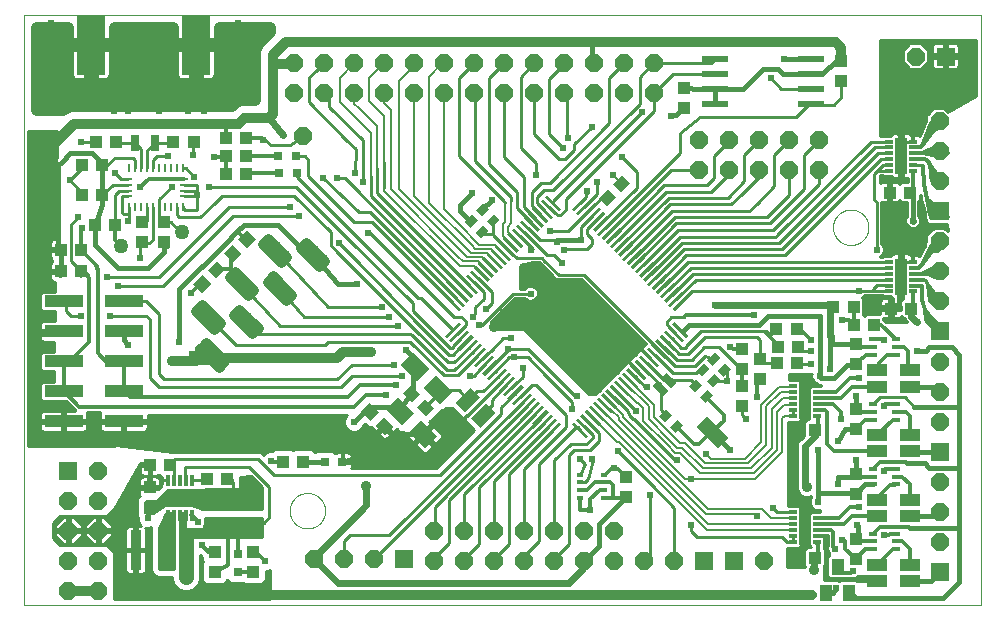
<source format=gtl>
G75*
%MOIN*%
%OFA0B0*%
%FSLAX25Y25*%
%IPPOS*%
%LPD*%
%AMOC8*
5,1,8,0,0,1.08239X$1,22.5*
%
%ADD10C,0.00000*%
%ADD11R,0.04331X0.03937*%
%ADD12R,0.07677X0.05906*%
%ADD13R,0.08465X0.06299*%
%ADD14C,0.00011*%
%ADD15C,0.02381*%
%ADD16C,0.02400*%
%ADD17R,0.03800X0.13200*%
%ADD18R,0.03937X0.04331*%
%ADD19R,0.03150X0.03150*%
%ADD20R,0.02600X0.01200*%
%ADD21R,0.03900X0.12200*%
%ADD22R,0.02756X0.03543*%
%ADD23R,0.05000X0.02500*%
%ADD24R,0.10000X0.05000*%
%ADD25R,0.08700X0.02400*%
%ADD26R,0.01969X0.01378*%
%ADD27R,0.01100X0.06600*%
%ADD28R,0.04331X0.07087*%
%ADD29C,0.00030*%
%ADD30R,0.00984X0.02657*%
%ADD31R,0.02657X0.00984*%
%ADD32R,0.02756X0.05512*%
%ADD33OC8,0.06000*%
%ADD34C,0.05000*%
%ADD35R,0.03150X0.01378*%
%ADD36R,0.06800X0.04330*%
%ADD37R,0.06000X0.06000*%
%ADD38R,0.03937X0.05512*%
%ADD39C,0.03000*%
%ADD40R,0.09500X0.20000*%
%ADD41R,0.13000X0.04000*%
%ADD42C,0.00800*%
%ADD43C,0.01000*%
%ADD44C,0.01200*%
%ADD45C,0.01600*%
%ADD46C,0.03200*%
%ADD47C,0.03562*%
%ADD48C,0.04000*%
%ADD49C,0.05000*%
%ADD50C,0.02400*%
%ADD51C,0.03169*%
D10*
X0007131Y0012652D02*
X0007131Y0209502D01*
X0326029Y0209502D01*
X0326029Y0012652D01*
X0007131Y0012652D01*
X0095714Y0044148D02*
X0095716Y0044301D01*
X0095722Y0044455D01*
X0095732Y0044608D01*
X0095746Y0044760D01*
X0095764Y0044913D01*
X0095786Y0045064D01*
X0095811Y0045215D01*
X0095841Y0045366D01*
X0095875Y0045516D01*
X0095912Y0045664D01*
X0095953Y0045812D01*
X0095998Y0045958D01*
X0096047Y0046104D01*
X0096100Y0046248D01*
X0096156Y0046390D01*
X0096216Y0046531D01*
X0096280Y0046671D01*
X0096347Y0046809D01*
X0096418Y0046945D01*
X0096493Y0047079D01*
X0096570Y0047211D01*
X0096652Y0047341D01*
X0096736Y0047469D01*
X0096824Y0047595D01*
X0096915Y0047718D01*
X0097009Y0047839D01*
X0097107Y0047957D01*
X0097207Y0048073D01*
X0097311Y0048186D01*
X0097417Y0048297D01*
X0097526Y0048405D01*
X0097638Y0048510D01*
X0097752Y0048611D01*
X0097870Y0048710D01*
X0097989Y0048806D01*
X0098111Y0048899D01*
X0098236Y0048988D01*
X0098363Y0049075D01*
X0098492Y0049157D01*
X0098623Y0049237D01*
X0098756Y0049313D01*
X0098891Y0049386D01*
X0099028Y0049455D01*
X0099167Y0049520D01*
X0099307Y0049582D01*
X0099449Y0049640D01*
X0099592Y0049695D01*
X0099737Y0049746D01*
X0099883Y0049793D01*
X0100030Y0049836D01*
X0100178Y0049875D01*
X0100327Y0049911D01*
X0100477Y0049942D01*
X0100628Y0049970D01*
X0100779Y0049994D01*
X0100932Y0050014D01*
X0101084Y0050030D01*
X0101237Y0050042D01*
X0101390Y0050050D01*
X0101543Y0050054D01*
X0101697Y0050054D01*
X0101850Y0050050D01*
X0102003Y0050042D01*
X0102156Y0050030D01*
X0102308Y0050014D01*
X0102461Y0049994D01*
X0102612Y0049970D01*
X0102763Y0049942D01*
X0102913Y0049911D01*
X0103062Y0049875D01*
X0103210Y0049836D01*
X0103357Y0049793D01*
X0103503Y0049746D01*
X0103648Y0049695D01*
X0103791Y0049640D01*
X0103933Y0049582D01*
X0104073Y0049520D01*
X0104212Y0049455D01*
X0104349Y0049386D01*
X0104484Y0049313D01*
X0104617Y0049237D01*
X0104748Y0049157D01*
X0104877Y0049075D01*
X0105004Y0048988D01*
X0105129Y0048899D01*
X0105251Y0048806D01*
X0105370Y0048710D01*
X0105488Y0048611D01*
X0105602Y0048510D01*
X0105714Y0048405D01*
X0105823Y0048297D01*
X0105929Y0048186D01*
X0106033Y0048073D01*
X0106133Y0047957D01*
X0106231Y0047839D01*
X0106325Y0047718D01*
X0106416Y0047595D01*
X0106504Y0047469D01*
X0106588Y0047341D01*
X0106670Y0047211D01*
X0106747Y0047079D01*
X0106822Y0046945D01*
X0106893Y0046809D01*
X0106960Y0046671D01*
X0107024Y0046531D01*
X0107084Y0046390D01*
X0107140Y0046248D01*
X0107193Y0046104D01*
X0107242Y0045958D01*
X0107287Y0045812D01*
X0107328Y0045664D01*
X0107365Y0045516D01*
X0107399Y0045366D01*
X0107429Y0045215D01*
X0107454Y0045064D01*
X0107476Y0044913D01*
X0107494Y0044760D01*
X0107508Y0044608D01*
X0107518Y0044455D01*
X0107524Y0044301D01*
X0107526Y0044148D01*
X0107524Y0043995D01*
X0107518Y0043841D01*
X0107508Y0043688D01*
X0107494Y0043536D01*
X0107476Y0043383D01*
X0107454Y0043232D01*
X0107429Y0043081D01*
X0107399Y0042930D01*
X0107365Y0042780D01*
X0107328Y0042632D01*
X0107287Y0042484D01*
X0107242Y0042338D01*
X0107193Y0042192D01*
X0107140Y0042048D01*
X0107084Y0041906D01*
X0107024Y0041765D01*
X0106960Y0041625D01*
X0106893Y0041487D01*
X0106822Y0041351D01*
X0106747Y0041217D01*
X0106670Y0041085D01*
X0106588Y0040955D01*
X0106504Y0040827D01*
X0106416Y0040701D01*
X0106325Y0040578D01*
X0106231Y0040457D01*
X0106133Y0040339D01*
X0106033Y0040223D01*
X0105929Y0040110D01*
X0105823Y0039999D01*
X0105714Y0039891D01*
X0105602Y0039786D01*
X0105488Y0039685D01*
X0105370Y0039586D01*
X0105251Y0039490D01*
X0105129Y0039397D01*
X0105004Y0039308D01*
X0104877Y0039221D01*
X0104748Y0039139D01*
X0104617Y0039059D01*
X0104484Y0038983D01*
X0104349Y0038910D01*
X0104212Y0038841D01*
X0104073Y0038776D01*
X0103933Y0038714D01*
X0103791Y0038656D01*
X0103648Y0038601D01*
X0103503Y0038550D01*
X0103357Y0038503D01*
X0103210Y0038460D01*
X0103062Y0038421D01*
X0102913Y0038385D01*
X0102763Y0038354D01*
X0102612Y0038326D01*
X0102461Y0038302D01*
X0102308Y0038282D01*
X0102156Y0038266D01*
X0102003Y0038254D01*
X0101850Y0038246D01*
X0101697Y0038242D01*
X0101543Y0038242D01*
X0101390Y0038246D01*
X0101237Y0038254D01*
X0101084Y0038266D01*
X0100932Y0038282D01*
X0100779Y0038302D01*
X0100628Y0038326D01*
X0100477Y0038354D01*
X0100327Y0038385D01*
X0100178Y0038421D01*
X0100030Y0038460D01*
X0099883Y0038503D01*
X0099737Y0038550D01*
X0099592Y0038601D01*
X0099449Y0038656D01*
X0099307Y0038714D01*
X0099167Y0038776D01*
X0099028Y0038841D01*
X0098891Y0038910D01*
X0098756Y0038983D01*
X0098623Y0039059D01*
X0098492Y0039139D01*
X0098363Y0039221D01*
X0098236Y0039308D01*
X0098111Y0039397D01*
X0097989Y0039490D01*
X0097870Y0039586D01*
X0097752Y0039685D01*
X0097638Y0039786D01*
X0097526Y0039891D01*
X0097417Y0039999D01*
X0097311Y0040110D01*
X0097207Y0040223D01*
X0097107Y0040339D01*
X0097009Y0040457D01*
X0096915Y0040578D01*
X0096824Y0040701D01*
X0096736Y0040827D01*
X0096652Y0040955D01*
X0096570Y0041085D01*
X0096493Y0041217D01*
X0096418Y0041351D01*
X0096347Y0041487D01*
X0096280Y0041625D01*
X0096216Y0041765D01*
X0096156Y0041906D01*
X0096100Y0042048D01*
X0096047Y0042192D01*
X0095998Y0042338D01*
X0095953Y0042484D01*
X0095912Y0042632D01*
X0095875Y0042780D01*
X0095841Y0042930D01*
X0095811Y0043081D01*
X0095786Y0043232D01*
X0095764Y0043383D01*
X0095746Y0043536D01*
X0095732Y0043688D01*
X0095722Y0043841D01*
X0095716Y0043995D01*
X0095714Y0044148D01*
X0276816Y0138636D02*
X0276818Y0138789D01*
X0276824Y0138943D01*
X0276834Y0139096D01*
X0276848Y0139248D01*
X0276866Y0139401D01*
X0276888Y0139552D01*
X0276913Y0139703D01*
X0276943Y0139854D01*
X0276977Y0140004D01*
X0277014Y0140152D01*
X0277055Y0140300D01*
X0277100Y0140446D01*
X0277149Y0140592D01*
X0277202Y0140736D01*
X0277258Y0140878D01*
X0277318Y0141019D01*
X0277382Y0141159D01*
X0277449Y0141297D01*
X0277520Y0141433D01*
X0277595Y0141567D01*
X0277672Y0141699D01*
X0277754Y0141829D01*
X0277838Y0141957D01*
X0277926Y0142083D01*
X0278017Y0142206D01*
X0278111Y0142327D01*
X0278209Y0142445D01*
X0278309Y0142561D01*
X0278413Y0142674D01*
X0278519Y0142785D01*
X0278628Y0142893D01*
X0278740Y0142998D01*
X0278854Y0143099D01*
X0278972Y0143198D01*
X0279091Y0143294D01*
X0279213Y0143387D01*
X0279338Y0143476D01*
X0279465Y0143563D01*
X0279594Y0143645D01*
X0279725Y0143725D01*
X0279858Y0143801D01*
X0279993Y0143874D01*
X0280130Y0143943D01*
X0280269Y0144008D01*
X0280409Y0144070D01*
X0280551Y0144128D01*
X0280694Y0144183D01*
X0280839Y0144234D01*
X0280985Y0144281D01*
X0281132Y0144324D01*
X0281280Y0144363D01*
X0281429Y0144399D01*
X0281579Y0144430D01*
X0281730Y0144458D01*
X0281881Y0144482D01*
X0282034Y0144502D01*
X0282186Y0144518D01*
X0282339Y0144530D01*
X0282492Y0144538D01*
X0282645Y0144542D01*
X0282799Y0144542D01*
X0282952Y0144538D01*
X0283105Y0144530D01*
X0283258Y0144518D01*
X0283410Y0144502D01*
X0283563Y0144482D01*
X0283714Y0144458D01*
X0283865Y0144430D01*
X0284015Y0144399D01*
X0284164Y0144363D01*
X0284312Y0144324D01*
X0284459Y0144281D01*
X0284605Y0144234D01*
X0284750Y0144183D01*
X0284893Y0144128D01*
X0285035Y0144070D01*
X0285175Y0144008D01*
X0285314Y0143943D01*
X0285451Y0143874D01*
X0285586Y0143801D01*
X0285719Y0143725D01*
X0285850Y0143645D01*
X0285979Y0143563D01*
X0286106Y0143476D01*
X0286231Y0143387D01*
X0286353Y0143294D01*
X0286472Y0143198D01*
X0286590Y0143099D01*
X0286704Y0142998D01*
X0286816Y0142893D01*
X0286925Y0142785D01*
X0287031Y0142674D01*
X0287135Y0142561D01*
X0287235Y0142445D01*
X0287333Y0142327D01*
X0287427Y0142206D01*
X0287518Y0142083D01*
X0287606Y0141957D01*
X0287690Y0141829D01*
X0287772Y0141699D01*
X0287849Y0141567D01*
X0287924Y0141433D01*
X0287995Y0141297D01*
X0288062Y0141159D01*
X0288126Y0141019D01*
X0288186Y0140878D01*
X0288242Y0140736D01*
X0288295Y0140592D01*
X0288344Y0140446D01*
X0288389Y0140300D01*
X0288430Y0140152D01*
X0288467Y0140004D01*
X0288501Y0139854D01*
X0288531Y0139703D01*
X0288556Y0139552D01*
X0288578Y0139401D01*
X0288596Y0139248D01*
X0288610Y0139096D01*
X0288620Y0138943D01*
X0288626Y0138789D01*
X0288628Y0138636D01*
X0288626Y0138483D01*
X0288620Y0138329D01*
X0288610Y0138176D01*
X0288596Y0138024D01*
X0288578Y0137871D01*
X0288556Y0137720D01*
X0288531Y0137569D01*
X0288501Y0137418D01*
X0288467Y0137268D01*
X0288430Y0137120D01*
X0288389Y0136972D01*
X0288344Y0136826D01*
X0288295Y0136680D01*
X0288242Y0136536D01*
X0288186Y0136394D01*
X0288126Y0136253D01*
X0288062Y0136113D01*
X0287995Y0135975D01*
X0287924Y0135839D01*
X0287849Y0135705D01*
X0287772Y0135573D01*
X0287690Y0135443D01*
X0287606Y0135315D01*
X0287518Y0135189D01*
X0287427Y0135066D01*
X0287333Y0134945D01*
X0287235Y0134827D01*
X0287135Y0134711D01*
X0287031Y0134598D01*
X0286925Y0134487D01*
X0286816Y0134379D01*
X0286704Y0134274D01*
X0286590Y0134173D01*
X0286472Y0134074D01*
X0286353Y0133978D01*
X0286231Y0133885D01*
X0286106Y0133796D01*
X0285979Y0133709D01*
X0285850Y0133627D01*
X0285719Y0133547D01*
X0285586Y0133471D01*
X0285451Y0133398D01*
X0285314Y0133329D01*
X0285175Y0133264D01*
X0285035Y0133202D01*
X0284893Y0133144D01*
X0284750Y0133089D01*
X0284605Y0133038D01*
X0284459Y0132991D01*
X0284312Y0132948D01*
X0284164Y0132909D01*
X0284015Y0132873D01*
X0283865Y0132842D01*
X0283714Y0132814D01*
X0283563Y0132790D01*
X0283410Y0132770D01*
X0283258Y0132754D01*
X0283105Y0132742D01*
X0282952Y0132734D01*
X0282799Y0132730D01*
X0282645Y0132730D01*
X0282492Y0132734D01*
X0282339Y0132742D01*
X0282186Y0132754D01*
X0282034Y0132770D01*
X0281881Y0132790D01*
X0281730Y0132814D01*
X0281579Y0132842D01*
X0281429Y0132873D01*
X0281280Y0132909D01*
X0281132Y0132948D01*
X0280985Y0132991D01*
X0280839Y0133038D01*
X0280694Y0133089D01*
X0280551Y0133144D01*
X0280409Y0133202D01*
X0280269Y0133264D01*
X0280130Y0133329D01*
X0279993Y0133398D01*
X0279858Y0133471D01*
X0279725Y0133547D01*
X0279594Y0133627D01*
X0279465Y0133709D01*
X0279338Y0133796D01*
X0279213Y0133885D01*
X0279091Y0133978D01*
X0278972Y0134074D01*
X0278854Y0134173D01*
X0278740Y0134274D01*
X0278628Y0134379D01*
X0278519Y0134487D01*
X0278413Y0134598D01*
X0278309Y0134711D01*
X0278209Y0134827D01*
X0278111Y0134945D01*
X0278017Y0135066D01*
X0277926Y0135189D01*
X0277838Y0135315D01*
X0277754Y0135443D01*
X0277672Y0135573D01*
X0277595Y0135705D01*
X0277520Y0135839D01*
X0277449Y0135975D01*
X0277382Y0136113D01*
X0277318Y0136253D01*
X0277258Y0136394D01*
X0277202Y0136536D01*
X0277149Y0136680D01*
X0277100Y0136826D01*
X0277055Y0136972D01*
X0277014Y0137120D01*
X0276977Y0137268D01*
X0276943Y0137418D01*
X0276913Y0137569D01*
X0276888Y0137720D01*
X0276866Y0137871D01*
X0276848Y0138024D01*
X0276834Y0138176D01*
X0276824Y0138329D01*
X0276818Y0138483D01*
X0276816Y0138636D01*
D11*
X0295769Y0150220D03*
X0302461Y0150220D03*
X0302983Y0111531D03*
X0296291Y0111531D03*
X0283678Y0111915D03*
X0276985Y0111915D03*
X0264678Y0104715D03*
X0257985Y0104715D03*
X0252531Y0094861D03*
X0258185Y0093315D03*
X0264878Y0093315D03*
X0252531Y0088169D03*
X0246531Y0085861D03*
X0246531Y0079169D03*
X0264185Y0071115D03*
X0270878Y0071115D03*
X0270878Y0028515D03*
X0264185Y0028515D03*
G36*
X0141142Y0075643D02*
X0138081Y0078704D01*
X0140864Y0081487D01*
X0143925Y0078426D01*
X0141142Y0075643D01*
G37*
G36*
X0136410Y0080376D02*
X0133349Y0083437D01*
X0136132Y0086220D01*
X0139193Y0083159D01*
X0136410Y0080376D01*
G37*
G36*
X0127342Y0069443D02*
X0124281Y0072504D01*
X0127064Y0075287D01*
X0130125Y0072226D01*
X0127342Y0069443D01*
G37*
G36*
X0122610Y0074176D02*
X0119549Y0077237D01*
X0122332Y0080020D01*
X0125393Y0076959D01*
X0122610Y0074176D01*
G37*
X0074858Y0054806D03*
X0068166Y0054806D03*
X0070689Y0030478D03*
X0070689Y0023785D03*
X0083531Y0023769D03*
X0083531Y0030461D03*
G36*
X0069487Y0119888D02*
X0066426Y0116827D01*
X0063643Y0119610D01*
X0066704Y0122671D01*
X0069487Y0119888D01*
G37*
G36*
X0074220Y0124620D02*
X0071159Y0121559D01*
X0068376Y0124342D01*
X0071437Y0127403D01*
X0074220Y0124620D01*
G37*
X0053731Y0133569D03*
X0053731Y0140261D03*
X0033292Y0149352D03*
X0026599Y0149352D03*
X0026599Y0159352D03*
X0033292Y0159352D03*
X0031185Y0166915D03*
X0037878Y0166915D03*
X0056985Y0166915D03*
X0063678Y0166915D03*
G36*
X0198738Y0148289D02*
X0201799Y0151350D01*
X0204582Y0148567D01*
X0201521Y0145506D01*
X0198738Y0148289D01*
G37*
G36*
X0203470Y0153022D02*
X0206531Y0156083D01*
X0209314Y0153300D01*
X0206253Y0150239D01*
X0203470Y0153022D01*
G37*
X0279601Y0187498D03*
X0279601Y0194191D03*
D12*
G36*
X0138234Y0087358D02*
X0132808Y0092784D01*
X0136984Y0096960D01*
X0142410Y0091534D01*
X0138234Y0087358D01*
G37*
G36*
X0145890Y0079703D02*
X0140464Y0085129D01*
X0144640Y0089305D01*
X0150066Y0083879D01*
X0145890Y0079703D01*
G37*
G36*
X0140784Y0064886D02*
X0135358Y0070312D01*
X0139534Y0074488D01*
X0144960Y0069062D01*
X0140784Y0064886D01*
G37*
G36*
X0133129Y0072542D02*
X0127703Y0077968D01*
X0131879Y0082144D01*
X0137305Y0076718D01*
X0133129Y0072542D01*
G37*
D13*
X0059012Y0048556D03*
D14*
X0059558Y0044418D02*
X0059558Y0041180D01*
X0058466Y0041180D01*
X0058466Y0044418D01*
X0059558Y0044418D01*
X0059558Y0041190D02*
X0058466Y0041190D01*
X0058466Y0041200D02*
X0059558Y0041200D01*
X0059558Y0041210D02*
X0058466Y0041210D01*
X0058466Y0041220D02*
X0059558Y0041220D01*
X0059558Y0041230D02*
X0058466Y0041230D01*
X0058466Y0041240D02*
X0059558Y0041240D01*
X0059558Y0041250D02*
X0058466Y0041250D01*
X0058466Y0041260D02*
X0059558Y0041260D01*
X0059558Y0041270D02*
X0058466Y0041270D01*
X0058466Y0041280D02*
X0059558Y0041280D01*
X0059558Y0041290D02*
X0058466Y0041290D01*
X0058466Y0041300D02*
X0059558Y0041300D01*
X0059558Y0041310D02*
X0058466Y0041310D01*
X0058466Y0041320D02*
X0059558Y0041320D01*
X0059558Y0041330D02*
X0058466Y0041330D01*
X0058466Y0041340D02*
X0059558Y0041340D01*
X0059558Y0041350D02*
X0058466Y0041350D01*
X0058466Y0041360D02*
X0059558Y0041360D01*
X0059558Y0041370D02*
X0058466Y0041370D01*
X0058466Y0041380D02*
X0059558Y0041380D01*
X0059558Y0041390D02*
X0058466Y0041390D01*
X0058466Y0041400D02*
X0059558Y0041400D01*
X0059558Y0041410D02*
X0058466Y0041410D01*
X0058466Y0041420D02*
X0059558Y0041420D01*
X0059558Y0041430D02*
X0058466Y0041430D01*
X0058466Y0041440D02*
X0059558Y0041440D01*
X0059558Y0041450D02*
X0058466Y0041450D01*
X0058466Y0041460D02*
X0059558Y0041460D01*
X0059558Y0041470D02*
X0058466Y0041470D01*
X0058466Y0041480D02*
X0059558Y0041480D01*
X0059558Y0041490D02*
X0058466Y0041490D01*
X0058466Y0041500D02*
X0059558Y0041500D01*
X0059558Y0041510D02*
X0058466Y0041510D01*
X0058466Y0041520D02*
X0059558Y0041520D01*
X0059558Y0041530D02*
X0058466Y0041530D01*
X0058466Y0041540D02*
X0059558Y0041540D01*
X0059558Y0041550D02*
X0058466Y0041550D01*
X0058466Y0041560D02*
X0059558Y0041560D01*
X0059558Y0041570D02*
X0058466Y0041570D01*
X0058466Y0041580D02*
X0059558Y0041580D01*
X0059558Y0041590D02*
X0058466Y0041590D01*
X0058466Y0041600D02*
X0059558Y0041600D01*
X0059558Y0041610D02*
X0058466Y0041610D01*
X0058466Y0041620D02*
X0059558Y0041620D01*
X0059558Y0041630D02*
X0058466Y0041630D01*
X0058466Y0041640D02*
X0059558Y0041640D01*
X0059558Y0041650D02*
X0058466Y0041650D01*
X0058466Y0041660D02*
X0059558Y0041660D01*
X0059558Y0041670D02*
X0058466Y0041670D01*
X0058466Y0041680D02*
X0059558Y0041680D01*
X0059558Y0041690D02*
X0058466Y0041690D01*
X0058466Y0041700D02*
X0059558Y0041700D01*
X0059558Y0041710D02*
X0058466Y0041710D01*
X0058466Y0041720D02*
X0059558Y0041720D01*
X0059558Y0041730D02*
X0058466Y0041730D01*
X0058466Y0041740D02*
X0059558Y0041740D01*
X0059558Y0041750D02*
X0058466Y0041750D01*
X0058466Y0041760D02*
X0059558Y0041760D01*
X0059558Y0041770D02*
X0058466Y0041770D01*
X0058466Y0041780D02*
X0059558Y0041780D01*
X0059558Y0041790D02*
X0058466Y0041790D01*
X0058466Y0041800D02*
X0059558Y0041800D01*
X0059558Y0041810D02*
X0058466Y0041810D01*
X0058466Y0041820D02*
X0059558Y0041820D01*
X0059558Y0041830D02*
X0058466Y0041830D01*
X0058466Y0041840D02*
X0059558Y0041840D01*
X0059558Y0041850D02*
X0058466Y0041850D01*
X0058466Y0041860D02*
X0059558Y0041860D01*
X0059558Y0041870D02*
X0058466Y0041870D01*
X0058466Y0041880D02*
X0059558Y0041880D01*
X0059558Y0041890D02*
X0058466Y0041890D01*
X0058466Y0041900D02*
X0059558Y0041900D01*
X0059558Y0041910D02*
X0058466Y0041910D01*
X0058466Y0041920D02*
X0059558Y0041920D01*
X0059558Y0041930D02*
X0058466Y0041930D01*
X0058466Y0041940D02*
X0059558Y0041940D01*
X0059558Y0041950D02*
X0058466Y0041950D01*
X0058466Y0041960D02*
X0059558Y0041960D01*
X0059558Y0041970D02*
X0058466Y0041970D01*
X0058466Y0041980D02*
X0059558Y0041980D01*
X0059558Y0041990D02*
X0058466Y0041990D01*
X0058466Y0042000D02*
X0059558Y0042000D01*
X0059558Y0042010D02*
X0058466Y0042010D01*
X0058466Y0042020D02*
X0059558Y0042020D01*
X0059558Y0042030D02*
X0058466Y0042030D01*
X0058466Y0042040D02*
X0059558Y0042040D01*
X0059558Y0042050D02*
X0058466Y0042050D01*
X0058466Y0042060D02*
X0059558Y0042060D01*
X0059558Y0042070D02*
X0058466Y0042070D01*
X0058466Y0042080D02*
X0059558Y0042080D01*
X0059558Y0042090D02*
X0058466Y0042090D01*
X0058466Y0042100D02*
X0059558Y0042100D01*
X0059558Y0042110D02*
X0058466Y0042110D01*
X0058466Y0042120D02*
X0059558Y0042120D01*
X0059558Y0042130D02*
X0058466Y0042130D01*
X0058466Y0042140D02*
X0059558Y0042140D01*
X0059558Y0042150D02*
X0058466Y0042150D01*
X0058466Y0042160D02*
X0059558Y0042160D01*
X0059558Y0042170D02*
X0058466Y0042170D01*
X0058466Y0042180D02*
X0059558Y0042180D01*
X0059558Y0042190D02*
X0058466Y0042190D01*
X0058466Y0042200D02*
X0059558Y0042200D01*
X0059558Y0042210D02*
X0058466Y0042210D01*
X0058466Y0042220D02*
X0059558Y0042220D01*
X0059558Y0042230D02*
X0058466Y0042230D01*
X0058466Y0042240D02*
X0059558Y0042240D01*
X0059558Y0042250D02*
X0058466Y0042250D01*
X0058466Y0042260D02*
X0059558Y0042260D01*
X0059558Y0042270D02*
X0058466Y0042270D01*
X0058466Y0042280D02*
X0059558Y0042280D01*
X0059558Y0042290D02*
X0058466Y0042290D01*
X0058466Y0042300D02*
X0059558Y0042300D01*
X0059558Y0042310D02*
X0058466Y0042310D01*
X0058466Y0042320D02*
X0059558Y0042320D01*
X0059558Y0042330D02*
X0058466Y0042330D01*
X0058466Y0042340D02*
X0059558Y0042340D01*
X0059558Y0042350D02*
X0058466Y0042350D01*
X0058466Y0042360D02*
X0059558Y0042360D01*
X0059558Y0042370D02*
X0058466Y0042370D01*
X0058466Y0042380D02*
X0059558Y0042380D01*
X0059558Y0042390D02*
X0058466Y0042390D01*
X0058466Y0042400D02*
X0059558Y0042400D01*
X0059558Y0042410D02*
X0058466Y0042410D01*
X0058466Y0042420D02*
X0059558Y0042420D01*
X0059558Y0042430D02*
X0058466Y0042430D01*
X0058466Y0042440D02*
X0059558Y0042440D01*
X0059558Y0042450D02*
X0058466Y0042450D01*
X0058466Y0042460D02*
X0059558Y0042460D01*
X0059558Y0042470D02*
X0058466Y0042470D01*
X0058466Y0042480D02*
X0059558Y0042480D01*
X0059558Y0042490D02*
X0058466Y0042490D01*
X0058466Y0042500D02*
X0059558Y0042500D01*
X0059558Y0042510D02*
X0058466Y0042510D01*
X0058466Y0042520D02*
X0059558Y0042520D01*
X0059558Y0042530D02*
X0058466Y0042530D01*
X0058466Y0042540D02*
X0059558Y0042540D01*
X0059558Y0042550D02*
X0058466Y0042550D01*
X0058466Y0042560D02*
X0059558Y0042560D01*
X0059558Y0042570D02*
X0058466Y0042570D01*
X0058466Y0042580D02*
X0059558Y0042580D01*
X0059558Y0042590D02*
X0058466Y0042590D01*
X0058466Y0042600D02*
X0059558Y0042600D01*
X0059558Y0042610D02*
X0058466Y0042610D01*
X0058466Y0042620D02*
X0059558Y0042620D01*
X0059558Y0042630D02*
X0058466Y0042630D01*
X0058466Y0042640D02*
X0059558Y0042640D01*
X0059558Y0042650D02*
X0058466Y0042650D01*
X0058466Y0042660D02*
X0059558Y0042660D01*
X0059558Y0042670D02*
X0058466Y0042670D01*
X0058466Y0042680D02*
X0059558Y0042680D01*
X0059558Y0042690D02*
X0058466Y0042690D01*
X0058466Y0042700D02*
X0059558Y0042700D01*
X0059558Y0042710D02*
X0058466Y0042710D01*
X0058466Y0042720D02*
X0059558Y0042720D01*
X0059558Y0042730D02*
X0058466Y0042730D01*
X0058466Y0042740D02*
X0059558Y0042740D01*
X0059558Y0042750D02*
X0058466Y0042750D01*
X0058466Y0042760D02*
X0059558Y0042760D01*
X0059558Y0042770D02*
X0058466Y0042770D01*
X0058466Y0042780D02*
X0059558Y0042780D01*
X0059558Y0042790D02*
X0058466Y0042790D01*
X0058466Y0042800D02*
X0059558Y0042800D01*
X0059558Y0042810D02*
X0058466Y0042810D01*
X0058466Y0042820D02*
X0059558Y0042820D01*
X0059558Y0042830D02*
X0058466Y0042830D01*
X0058466Y0042840D02*
X0059558Y0042840D01*
X0059558Y0042850D02*
X0058466Y0042850D01*
X0058466Y0042860D02*
X0059558Y0042860D01*
X0059558Y0042870D02*
X0058466Y0042870D01*
X0058466Y0042880D02*
X0059558Y0042880D01*
X0059558Y0042890D02*
X0058466Y0042890D01*
X0058466Y0042900D02*
X0059558Y0042900D01*
X0059558Y0042910D02*
X0058466Y0042910D01*
X0058466Y0042920D02*
X0059558Y0042920D01*
X0059558Y0042930D02*
X0058466Y0042930D01*
X0058466Y0042940D02*
X0059558Y0042940D01*
X0059558Y0042950D02*
X0058466Y0042950D01*
X0058466Y0042960D02*
X0059558Y0042960D01*
X0059558Y0042970D02*
X0058466Y0042970D01*
X0058466Y0042980D02*
X0059558Y0042980D01*
X0059558Y0042990D02*
X0058466Y0042990D01*
X0058466Y0043000D02*
X0059558Y0043000D01*
X0059558Y0043010D02*
X0058466Y0043010D01*
X0058466Y0043020D02*
X0059558Y0043020D01*
X0059558Y0043030D02*
X0058466Y0043030D01*
X0058466Y0043040D02*
X0059558Y0043040D01*
X0059558Y0043050D02*
X0058466Y0043050D01*
X0058466Y0043060D02*
X0059558Y0043060D01*
X0059558Y0043070D02*
X0058466Y0043070D01*
X0058466Y0043080D02*
X0059558Y0043080D01*
X0059558Y0043090D02*
X0058466Y0043090D01*
X0058466Y0043100D02*
X0059558Y0043100D01*
X0059558Y0043110D02*
X0058466Y0043110D01*
X0058466Y0043120D02*
X0059558Y0043120D01*
X0059558Y0043130D02*
X0058466Y0043130D01*
X0058466Y0043140D02*
X0059558Y0043140D01*
X0059558Y0043150D02*
X0058466Y0043150D01*
X0058466Y0043160D02*
X0059558Y0043160D01*
X0059558Y0043170D02*
X0058466Y0043170D01*
X0058466Y0043180D02*
X0059558Y0043180D01*
X0059558Y0043190D02*
X0058466Y0043190D01*
X0058466Y0043200D02*
X0059558Y0043200D01*
X0059558Y0043210D02*
X0058466Y0043210D01*
X0058466Y0043220D02*
X0059558Y0043220D01*
X0059558Y0043230D02*
X0058466Y0043230D01*
X0058466Y0043240D02*
X0059558Y0043240D01*
X0059558Y0043250D02*
X0058466Y0043250D01*
X0058466Y0043260D02*
X0059558Y0043260D01*
X0059558Y0043270D02*
X0058466Y0043270D01*
X0058466Y0043280D02*
X0059558Y0043280D01*
X0059558Y0043290D02*
X0058466Y0043290D01*
X0058466Y0043300D02*
X0059558Y0043300D01*
X0059558Y0043310D02*
X0058466Y0043310D01*
X0058466Y0043320D02*
X0059558Y0043320D01*
X0059558Y0043330D02*
X0058466Y0043330D01*
X0058466Y0043340D02*
X0059558Y0043340D01*
X0059558Y0043350D02*
X0058466Y0043350D01*
X0058466Y0043360D02*
X0059558Y0043360D01*
X0059558Y0043370D02*
X0058466Y0043370D01*
X0058466Y0043380D02*
X0059558Y0043380D01*
X0059558Y0043390D02*
X0058466Y0043390D01*
X0058466Y0043400D02*
X0059558Y0043400D01*
X0059558Y0043410D02*
X0058466Y0043410D01*
X0058466Y0043420D02*
X0059558Y0043420D01*
X0059558Y0043430D02*
X0058466Y0043430D01*
X0058466Y0043440D02*
X0059558Y0043440D01*
X0059558Y0043450D02*
X0058466Y0043450D01*
X0058466Y0043460D02*
X0059558Y0043460D01*
X0059558Y0043470D02*
X0058466Y0043470D01*
X0058466Y0043480D02*
X0059558Y0043480D01*
X0059558Y0043490D02*
X0058466Y0043490D01*
X0058466Y0043500D02*
X0059558Y0043500D01*
X0059558Y0043510D02*
X0058466Y0043510D01*
X0058466Y0043520D02*
X0059558Y0043520D01*
X0059558Y0043530D02*
X0058466Y0043530D01*
X0058466Y0043540D02*
X0059558Y0043540D01*
X0059558Y0043550D02*
X0058466Y0043550D01*
X0058466Y0043560D02*
X0059558Y0043560D01*
X0059558Y0043570D02*
X0058466Y0043570D01*
X0058466Y0043580D02*
X0059558Y0043580D01*
X0059558Y0043590D02*
X0058466Y0043590D01*
X0058466Y0043600D02*
X0059558Y0043600D01*
X0059558Y0043610D02*
X0058466Y0043610D01*
X0058466Y0043620D02*
X0059558Y0043620D01*
X0059558Y0043630D02*
X0058466Y0043630D01*
X0058466Y0043640D02*
X0059558Y0043640D01*
X0059558Y0043650D02*
X0058466Y0043650D01*
X0058466Y0043660D02*
X0059558Y0043660D01*
X0059558Y0043670D02*
X0058466Y0043670D01*
X0058466Y0043680D02*
X0059558Y0043680D01*
X0059558Y0043690D02*
X0058466Y0043690D01*
X0058466Y0043700D02*
X0059558Y0043700D01*
X0059558Y0043710D02*
X0058466Y0043710D01*
X0058466Y0043720D02*
X0059558Y0043720D01*
X0059558Y0043730D02*
X0058466Y0043730D01*
X0058466Y0043740D02*
X0059558Y0043740D01*
X0059558Y0043750D02*
X0058466Y0043750D01*
X0058466Y0043760D02*
X0059558Y0043760D01*
X0059558Y0043770D02*
X0058466Y0043770D01*
X0058466Y0043780D02*
X0059558Y0043780D01*
X0059558Y0043790D02*
X0058466Y0043790D01*
X0058466Y0043800D02*
X0059558Y0043800D01*
X0059558Y0043810D02*
X0058466Y0043810D01*
X0058466Y0043820D02*
X0059558Y0043820D01*
X0059558Y0043830D02*
X0058466Y0043830D01*
X0058466Y0043840D02*
X0059558Y0043840D01*
X0059558Y0043850D02*
X0058466Y0043850D01*
X0058466Y0043860D02*
X0059558Y0043860D01*
X0059558Y0043870D02*
X0058466Y0043870D01*
X0058466Y0043880D02*
X0059558Y0043880D01*
X0059558Y0043890D02*
X0058466Y0043890D01*
X0058466Y0043900D02*
X0059558Y0043900D01*
X0059558Y0043910D02*
X0058466Y0043910D01*
X0058466Y0043920D02*
X0059558Y0043920D01*
X0059558Y0043930D02*
X0058466Y0043930D01*
X0058466Y0043940D02*
X0059558Y0043940D01*
X0059558Y0043950D02*
X0058466Y0043950D01*
X0058466Y0043960D02*
X0059558Y0043960D01*
X0059558Y0043970D02*
X0058466Y0043970D01*
X0058466Y0043980D02*
X0059558Y0043980D01*
X0059558Y0043990D02*
X0058466Y0043990D01*
X0058466Y0044000D02*
X0059558Y0044000D01*
X0059558Y0044010D02*
X0058466Y0044010D01*
X0058466Y0044020D02*
X0059558Y0044020D01*
X0059558Y0044030D02*
X0058466Y0044030D01*
X0058466Y0044040D02*
X0059558Y0044040D01*
X0059558Y0044050D02*
X0058466Y0044050D01*
X0058466Y0044060D02*
X0059558Y0044060D01*
X0059558Y0044070D02*
X0058466Y0044070D01*
X0058466Y0044080D02*
X0059558Y0044080D01*
X0059558Y0044090D02*
X0058466Y0044090D01*
X0058466Y0044100D02*
X0059558Y0044100D01*
X0059558Y0044110D02*
X0058466Y0044110D01*
X0058466Y0044120D02*
X0059558Y0044120D01*
X0059558Y0044130D02*
X0058466Y0044130D01*
X0058466Y0044140D02*
X0059558Y0044140D01*
X0059558Y0044150D02*
X0058466Y0044150D01*
X0058466Y0044160D02*
X0059558Y0044160D01*
X0059558Y0044170D02*
X0058466Y0044170D01*
X0058466Y0044180D02*
X0059558Y0044180D01*
X0059558Y0044190D02*
X0058466Y0044190D01*
X0058466Y0044200D02*
X0059558Y0044200D01*
X0059558Y0044210D02*
X0058466Y0044210D01*
X0058466Y0044220D02*
X0059558Y0044220D01*
X0059558Y0044230D02*
X0058466Y0044230D01*
X0058466Y0044240D02*
X0059558Y0044240D01*
X0059558Y0044250D02*
X0058466Y0044250D01*
X0058466Y0044260D02*
X0059558Y0044260D01*
X0059558Y0044270D02*
X0058466Y0044270D01*
X0058466Y0044280D02*
X0059558Y0044280D01*
X0059558Y0044290D02*
X0058466Y0044290D01*
X0058466Y0044300D02*
X0059558Y0044300D01*
X0059558Y0044310D02*
X0058466Y0044310D01*
X0058466Y0044320D02*
X0059558Y0044320D01*
X0059558Y0044330D02*
X0058466Y0044330D01*
X0058466Y0044340D02*
X0059558Y0044340D01*
X0059558Y0044350D02*
X0058466Y0044350D01*
X0058466Y0044360D02*
X0059558Y0044360D01*
X0059558Y0044370D02*
X0058466Y0044370D01*
X0058466Y0044380D02*
X0059558Y0044380D01*
X0059558Y0044390D02*
X0058466Y0044390D01*
X0058466Y0044400D02*
X0059558Y0044400D01*
X0059558Y0044410D02*
X0058466Y0044410D01*
X0057590Y0044418D02*
X0057590Y0041180D01*
X0056498Y0041180D01*
X0056498Y0044418D01*
X0057590Y0044418D01*
X0057590Y0041190D02*
X0056498Y0041190D01*
X0056498Y0041200D02*
X0057590Y0041200D01*
X0057590Y0041210D02*
X0056498Y0041210D01*
X0056498Y0041220D02*
X0057590Y0041220D01*
X0057590Y0041230D02*
X0056498Y0041230D01*
X0056498Y0041240D02*
X0057590Y0041240D01*
X0057590Y0041250D02*
X0056498Y0041250D01*
X0056498Y0041260D02*
X0057590Y0041260D01*
X0057590Y0041270D02*
X0056498Y0041270D01*
X0056498Y0041280D02*
X0057590Y0041280D01*
X0057590Y0041290D02*
X0056498Y0041290D01*
X0056498Y0041300D02*
X0057590Y0041300D01*
X0057590Y0041310D02*
X0056498Y0041310D01*
X0056498Y0041320D02*
X0057590Y0041320D01*
X0057590Y0041330D02*
X0056498Y0041330D01*
X0056498Y0041340D02*
X0057590Y0041340D01*
X0057590Y0041350D02*
X0056498Y0041350D01*
X0056498Y0041360D02*
X0057590Y0041360D01*
X0057590Y0041370D02*
X0056498Y0041370D01*
X0056498Y0041380D02*
X0057590Y0041380D01*
X0057590Y0041390D02*
X0056498Y0041390D01*
X0056498Y0041400D02*
X0057590Y0041400D01*
X0057590Y0041410D02*
X0056498Y0041410D01*
X0056498Y0041420D02*
X0057590Y0041420D01*
X0057590Y0041430D02*
X0056498Y0041430D01*
X0056498Y0041440D02*
X0057590Y0041440D01*
X0057590Y0041450D02*
X0056498Y0041450D01*
X0056498Y0041460D02*
X0057590Y0041460D01*
X0057590Y0041470D02*
X0056498Y0041470D01*
X0056498Y0041480D02*
X0057590Y0041480D01*
X0057590Y0041490D02*
X0056498Y0041490D01*
X0056498Y0041500D02*
X0057590Y0041500D01*
X0057590Y0041510D02*
X0056498Y0041510D01*
X0056498Y0041520D02*
X0057590Y0041520D01*
X0057590Y0041530D02*
X0056498Y0041530D01*
X0056498Y0041540D02*
X0057590Y0041540D01*
X0057590Y0041550D02*
X0056498Y0041550D01*
X0056498Y0041560D02*
X0057590Y0041560D01*
X0057590Y0041570D02*
X0056498Y0041570D01*
X0056498Y0041580D02*
X0057590Y0041580D01*
X0057590Y0041590D02*
X0056498Y0041590D01*
X0056498Y0041600D02*
X0057590Y0041600D01*
X0057590Y0041610D02*
X0056498Y0041610D01*
X0056498Y0041620D02*
X0057590Y0041620D01*
X0057590Y0041630D02*
X0056498Y0041630D01*
X0056498Y0041640D02*
X0057590Y0041640D01*
X0057590Y0041650D02*
X0056498Y0041650D01*
X0056498Y0041660D02*
X0057590Y0041660D01*
X0057590Y0041670D02*
X0056498Y0041670D01*
X0056498Y0041680D02*
X0057590Y0041680D01*
X0057590Y0041690D02*
X0056498Y0041690D01*
X0056498Y0041700D02*
X0057590Y0041700D01*
X0057590Y0041710D02*
X0056498Y0041710D01*
X0056498Y0041720D02*
X0057590Y0041720D01*
X0057590Y0041730D02*
X0056498Y0041730D01*
X0056498Y0041740D02*
X0057590Y0041740D01*
X0057590Y0041750D02*
X0056498Y0041750D01*
X0056498Y0041760D02*
X0057590Y0041760D01*
X0057590Y0041770D02*
X0056498Y0041770D01*
X0056498Y0041780D02*
X0057590Y0041780D01*
X0057590Y0041790D02*
X0056498Y0041790D01*
X0056498Y0041800D02*
X0057590Y0041800D01*
X0057590Y0041810D02*
X0056498Y0041810D01*
X0056498Y0041820D02*
X0057590Y0041820D01*
X0057590Y0041830D02*
X0056498Y0041830D01*
X0056498Y0041840D02*
X0057590Y0041840D01*
X0057590Y0041850D02*
X0056498Y0041850D01*
X0056498Y0041860D02*
X0057590Y0041860D01*
X0057590Y0041870D02*
X0056498Y0041870D01*
X0056498Y0041880D02*
X0057590Y0041880D01*
X0057590Y0041890D02*
X0056498Y0041890D01*
X0056498Y0041900D02*
X0057590Y0041900D01*
X0057590Y0041910D02*
X0056498Y0041910D01*
X0056498Y0041920D02*
X0057590Y0041920D01*
X0057590Y0041930D02*
X0056498Y0041930D01*
X0056498Y0041940D02*
X0057590Y0041940D01*
X0057590Y0041950D02*
X0056498Y0041950D01*
X0056498Y0041960D02*
X0057590Y0041960D01*
X0057590Y0041970D02*
X0056498Y0041970D01*
X0056498Y0041980D02*
X0057590Y0041980D01*
X0057590Y0041990D02*
X0056498Y0041990D01*
X0056498Y0042000D02*
X0057590Y0042000D01*
X0057590Y0042010D02*
X0056498Y0042010D01*
X0056498Y0042020D02*
X0057590Y0042020D01*
X0057590Y0042030D02*
X0056498Y0042030D01*
X0056498Y0042040D02*
X0057590Y0042040D01*
X0057590Y0042050D02*
X0056498Y0042050D01*
X0056498Y0042060D02*
X0057590Y0042060D01*
X0057590Y0042070D02*
X0056498Y0042070D01*
X0056498Y0042080D02*
X0057590Y0042080D01*
X0057590Y0042090D02*
X0056498Y0042090D01*
X0056498Y0042100D02*
X0057590Y0042100D01*
X0057590Y0042110D02*
X0056498Y0042110D01*
X0056498Y0042120D02*
X0057590Y0042120D01*
X0057590Y0042130D02*
X0056498Y0042130D01*
X0056498Y0042140D02*
X0057590Y0042140D01*
X0057590Y0042150D02*
X0056498Y0042150D01*
X0056498Y0042160D02*
X0057590Y0042160D01*
X0057590Y0042170D02*
X0056498Y0042170D01*
X0056498Y0042180D02*
X0057590Y0042180D01*
X0057590Y0042190D02*
X0056498Y0042190D01*
X0056498Y0042200D02*
X0057590Y0042200D01*
X0057590Y0042210D02*
X0056498Y0042210D01*
X0056498Y0042220D02*
X0057590Y0042220D01*
X0057590Y0042230D02*
X0056498Y0042230D01*
X0056498Y0042240D02*
X0057590Y0042240D01*
X0057590Y0042250D02*
X0056498Y0042250D01*
X0056498Y0042260D02*
X0057590Y0042260D01*
X0057590Y0042270D02*
X0056498Y0042270D01*
X0056498Y0042280D02*
X0057590Y0042280D01*
X0057590Y0042290D02*
X0056498Y0042290D01*
X0056498Y0042300D02*
X0057590Y0042300D01*
X0057590Y0042310D02*
X0056498Y0042310D01*
X0056498Y0042320D02*
X0057590Y0042320D01*
X0057590Y0042330D02*
X0056498Y0042330D01*
X0056498Y0042340D02*
X0057590Y0042340D01*
X0057590Y0042350D02*
X0056498Y0042350D01*
X0056498Y0042360D02*
X0057590Y0042360D01*
X0057590Y0042370D02*
X0056498Y0042370D01*
X0056498Y0042380D02*
X0057590Y0042380D01*
X0057590Y0042390D02*
X0056498Y0042390D01*
X0056498Y0042400D02*
X0057590Y0042400D01*
X0057590Y0042410D02*
X0056498Y0042410D01*
X0056498Y0042420D02*
X0057590Y0042420D01*
X0057590Y0042430D02*
X0056498Y0042430D01*
X0056498Y0042440D02*
X0057590Y0042440D01*
X0057590Y0042450D02*
X0056498Y0042450D01*
X0056498Y0042460D02*
X0057590Y0042460D01*
X0057590Y0042470D02*
X0056498Y0042470D01*
X0056498Y0042480D02*
X0057590Y0042480D01*
X0057590Y0042490D02*
X0056498Y0042490D01*
X0056498Y0042500D02*
X0057590Y0042500D01*
X0057590Y0042510D02*
X0056498Y0042510D01*
X0056498Y0042520D02*
X0057590Y0042520D01*
X0057590Y0042530D02*
X0056498Y0042530D01*
X0056498Y0042540D02*
X0057590Y0042540D01*
X0057590Y0042550D02*
X0056498Y0042550D01*
X0056498Y0042560D02*
X0057590Y0042560D01*
X0057590Y0042570D02*
X0056498Y0042570D01*
X0056498Y0042580D02*
X0057590Y0042580D01*
X0057590Y0042590D02*
X0056498Y0042590D01*
X0056498Y0042600D02*
X0057590Y0042600D01*
X0057590Y0042610D02*
X0056498Y0042610D01*
X0056498Y0042620D02*
X0057590Y0042620D01*
X0057590Y0042630D02*
X0056498Y0042630D01*
X0056498Y0042640D02*
X0057590Y0042640D01*
X0057590Y0042650D02*
X0056498Y0042650D01*
X0056498Y0042660D02*
X0057590Y0042660D01*
X0057590Y0042670D02*
X0056498Y0042670D01*
X0056498Y0042680D02*
X0057590Y0042680D01*
X0057590Y0042690D02*
X0056498Y0042690D01*
X0056498Y0042700D02*
X0057590Y0042700D01*
X0057590Y0042710D02*
X0056498Y0042710D01*
X0056498Y0042720D02*
X0057590Y0042720D01*
X0057590Y0042730D02*
X0056498Y0042730D01*
X0056498Y0042740D02*
X0057590Y0042740D01*
X0057590Y0042750D02*
X0056498Y0042750D01*
X0056498Y0042760D02*
X0057590Y0042760D01*
X0057590Y0042770D02*
X0056498Y0042770D01*
X0056498Y0042780D02*
X0057590Y0042780D01*
X0057590Y0042790D02*
X0056498Y0042790D01*
X0056498Y0042800D02*
X0057590Y0042800D01*
X0057590Y0042810D02*
X0056498Y0042810D01*
X0056498Y0042820D02*
X0057590Y0042820D01*
X0057590Y0042830D02*
X0056498Y0042830D01*
X0056498Y0042840D02*
X0057590Y0042840D01*
X0057590Y0042850D02*
X0056498Y0042850D01*
X0056498Y0042860D02*
X0057590Y0042860D01*
X0057590Y0042870D02*
X0056498Y0042870D01*
X0056498Y0042880D02*
X0057590Y0042880D01*
X0057590Y0042890D02*
X0056498Y0042890D01*
X0056498Y0042900D02*
X0057590Y0042900D01*
X0057590Y0042910D02*
X0056498Y0042910D01*
X0056498Y0042920D02*
X0057590Y0042920D01*
X0057590Y0042930D02*
X0056498Y0042930D01*
X0056498Y0042940D02*
X0057590Y0042940D01*
X0057590Y0042950D02*
X0056498Y0042950D01*
X0056498Y0042960D02*
X0057590Y0042960D01*
X0057590Y0042970D02*
X0056498Y0042970D01*
X0056498Y0042980D02*
X0057590Y0042980D01*
X0057590Y0042990D02*
X0056498Y0042990D01*
X0056498Y0043000D02*
X0057590Y0043000D01*
X0057590Y0043010D02*
X0056498Y0043010D01*
X0056498Y0043020D02*
X0057590Y0043020D01*
X0057590Y0043030D02*
X0056498Y0043030D01*
X0056498Y0043040D02*
X0057590Y0043040D01*
X0057590Y0043050D02*
X0056498Y0043050D01*
X0056498Y0043060D02*
X0057590Y0043060D01*
X0057590Y0043070D02*
X0056498Y0043070D01*
X0056498Y0043080D02*
X0057590Y0043080D01*
X0057590Y0043090D02*
X0056498Y0043090D01*
X0056498Y0043100D02*
X0057590Y0043100D01*
X0057590Y0043110D02*
X0056498Y0043110D01*
X0056498Y0043120D02*
X0057590Y0043120D01*
X0057590Y0043130D02*
X0056498Y0043130D01*
X0056498Y0043140D02*
X0057590Y0043140D01*
X0057590Y0043150D02*
X0056498Y0043150D01*
X0056498Y0043160D02*
X0057590Y0043160D01*
X0057590Y0043170D02*
X0056498Y0043170D01*
X0056498Y0043180D02*
X0057590Y0043180D01*
X0057590Y0043190D02*
X0056498Y0043190D01*
X0056498Y0043200D02*
X0057590Y0043200D01*
X0057590Y0043210D02*
X0056498Y0043210D01*
X0056498Y0043220D02*
X0057590Y0043220D01*
X0057590Y0043230D02*
X0056498Y0043230D01*
X0056498Y0043240D02*
X0057590Y0043240D01*
X0057590Y0043250D02*
X0056498Y0043250D01*
X0056498Y0043260D02*
X0057590Y0043260D01*
X0057590Y0043270D02*
X0056498Y0043270D01*
X0056498Y0043280D02*
X0057590Y0043280D01*
X0057590Y0043290D02*
X0056498Y0043290D01*
X0056498Y0043300D02*
X0057590Y0043300D01*
X0057590Y0043310D02*
X0056498Y0043310D01*
X0056498Y0043320D02*
X0057590Y0043320D01*
X0057590Y0043330D02*
X0056498Y0043330D01*
X0056498Y0043340D02*
X0057590Y0043340D01*
X0057590Y0043350D02*
X0056498Y0043350D01*
X0056498Y0043360D02*
X0057590Y0043360D01*
X0057590Y0043370D02*
X0056498Y0043370D01*
X0056498Y0043380D02*
X0057590Y0043380D01*
X0057590Y0043390D02*
X0056498Y0043390D01*
X0056498Y0043400D02*
X0057590Y0043400D01*
X0057590Y0043410D02*
X0056498Y0043410D01*
X0056498Y0043420D02*
X0057590Y0043420D01*
X0057590Y0043430D02*
X0056498Y0043430D01*
X0056498Y0043440D02*
X0057590Y0043440D01*
X0057590Y0043450D02*
X0056498Y0043450D01*
X0056498Y0043460D02*
X0057590Y0043460D01*
X0057590Y0043470D02*
X0056498Y0043470D01*
X0056498Y0043480D02*
X0057590Y0043480D01*
X0057590Y0043490D02*
X0056498Y0043490D01*
X0056498Y0043500D02*
X0057590Y0043500D01*
X0057590Y0043510D02*
X0056498Y0043510D01*
X0056498Y0043520D02*
X0057590Y0043520D01*
X0057590Y0043530D02*
X0056498Y0043530D01*
X0056498Y0043540D02*
X0057590Y0043540D01*
X0057590Y0043550D02*
X0056498Y0043550D01*
X0056498Y0043560D02*
X0057590Y0043560D01*
X0057590Y0043570D02*
X0056498Y0043570D01*
X0056498Y0043580D02*
X0057590Y0043580D01*
X0057590Y0043590D02*
X0056498Y0043590D01*
X0056498Y0043600D02*
X0057590Y0043600D01*
X0057590Y0043610D02*
X0056498Y0043610D01*
X0056498Y0043620D02*
X0057590Y0043620D01*
X0057590Y0043630D02*
X0056498Y0043630D01*
X0056498Y0043640D02*
X0057590Y0043640D01*
X0057590Y0043650D02*
X0056498Y0043650D01*
X0056498Y0043660D02*
X0057590Y0043660D01*
X0057590Y0043670D02*
X0056498Y0043670D01*
X0056498Y0043680D02*
X0057590Y0043680D01*
X0057590Y0043690D02*
X0056498Y0043690D01*
X0056498Y0043700D02*
X0057590Y0043700D01*
X0057590Y0043710D02*
X0056498Y0043710D01*
X0056498Y0043720D02*
X0057590Y0043720D01*
X0057590Y0043730D02*
X0056498Y0043730D01*
X0056498Y0043740D02*
X0057590Y0043740D01*
X0057590Y0043750D02*
X0056498Y0043750D01*
X0056498Y0043760D02*
X0057590Y0043760D01*
X0057590Y0043770D02*
X0056498Y0043770D01*
X0056498Y0043780D02*
X0057590Y0043780D01*
X0057590Y0043790D02*
X0056498Y0043790D01*
X0056498Y0043800D02*
X0057590Y0043800D01*
X0057590Y0043810D02*
X0056498Y0043810D01*
X0056498Y0043820D02*
X0057590Y0043820D01*
X0057590Y0043830D02*
X0056498Y0043830D01*
X0056498Y0043840D02*
X0057590Y0043840D01*
X0057590Y0043850D02*
X0056498Y0043850D01*
X0056498Y0043860D02*
X0057590Y0043860D01*
X0057590Y0043870D02*
X0056498Y0043870D01*
X0056498Y0043880D02*
X0057590Y0043880D01*
X0057590Y0043890D02*
X0056498Y0043890D01*
X0056498Y0043900D02*
X0057590Y0043900D01*
X0057590Y0043910D02*
X0056498Y0043910D01*
X0056498Y0043920D02*
X0057590Y0043920D01*
X0057590Y0043930D02*
X0056498Y0043930D01*
X0056498Y0043940D02*
X0057590Y0043940D01*
X0057590Y0043950D02*
X0056498Y0043950D01*
X0056498Y0043960D02*
X0057590Y0043960D01*
X0057590Y0043970D02*
X0056498Y0043970D01*
X0056498Y0043980D02*
X0057590Y0043980D01*
X0057590Y0043990D02*
X0056498Y0043990D01*
X0056498Y0044000D02*
X0057590Y0044000D01*
X0057590Y0044010D02*
X0056498Y0044010D01*
X0056498Y0044020D02*
X0057590Y0044020D01*
X0057590Y0044030D02*
X0056498Y0044030D01*
X0056498Y0044040D02*
X0057590Y0044040D01*
X0057590Y0044050D02*
X0056498Y0044050D01*
X0056498Y0044060D02*
X0057590Y0044060D01*
X0057590Y0044070D02*
X0056498Y0044070D01*
X0056498Y0044080D02*
X0057590Y0044080D01*
X0057590Y0044090D02*
X0056498Y0044090D01*
X0056498Y0044100D02*
X0057590Y0044100D01*
X0057590Y0044110D02*
X0056498Y0044110D01*
X0056498Y0044120D02*
X0057590Y0044120D01*
X0057590Y0044130D02*
X0056498Y0044130D01*
X0056498Y0044140D02*
X0057590Y0044140D01*
X0057590Y0044150D02*
X0056498Y0044150D01*
X0056498Y0044160D02*
X0057590Y0044160D01*
X0057590Y0044170D02*
X0056498Y0044170D01*
X0056498Y0044180D02*
X0057590Y0044180D01*
X0057590Y0044190D02*
X0056498Y0044190D01*
X0056498Y0044200D02*
X0057590Y0044200D01*
X0057590Y0044210D02*
X0056498Y0044210D01*
X0056498Y0044220D02*
X0057590Y0044220D01*
X0057590Y0044230D02*
X0056498Y0044230D01*
X0056498Y0044240D02*
X0057590Y0044240D01*
X0057590Y0044250D02*
X0056498Y0044250D01*
X0056498Y0044260D02*
X0057590Y0044260D01*
X0057590Y0044270D02*
X0056498Y0044270D01*
X0056498Y0044280D02*
X0057590Y0044280D01*
X0057590Y0044290D02*
X0056498Y0044290D01*
X0056498Y0044300D02*
X0057590Y0044300D01*
X0057590Y0044310D02*
X0056498Y0044310D01*
X0056498Y0044320D02*
X0057590Y0044320D01*
X0057590Y0044330D02*
X0056498Y0044330D01*
X0056498Y0044340D02*
X0057590Y0044340D01*
X0057590Y0044350D02*
X0056498Y0044350D01*
X0056498Y0044360D02*
X0057590Y0044360D01*
X0057590Y0044370D02*
X0056498Y0044370D01*
X0056498Y0044380D02*
X0057590Y0044380D01*
X0057590Y0044390D02*
X0056498Y0044390D01*
X0056498Y0044400D02*
X0057590Y0044400D01*
X0057590Y0044410D02*
X0056498Y0044410D01*
X0055621Y0044418D02*
X0055621Y0041180D01*
X0054529Y0041180D01*
X0054529Y0044418D01*
X0055621Y0044418D01*
X0055621Y0041190D02*
X0054529Y0041190D01*
X0054529Y0041200D02*
X0055621Y0041200D01*
X0055621Y0041210D02*
X0054529Y0041210D01*
X0054529Y0041220D02*
X0055621Y0041220D01*
X0055621Y0041230D02*
X0054529Y0041230D01*
X0054529Y0041240D02*
X0055621Y0041240D01*
X0055621Y0041250D02*
X0054529Y0041250D01*
X0054529Y0041260D02*
X0055621Y0041260D01*
X0055621Y0041270D02*
X0054529Y0041270D01*
X0054529Y0041280D02*
X0055621Y0041280D01*
X0055621Y0041290D02*
X0054529Y0041290D01*
X0054529Y0041300D02*
X0055621Y0041300D01*
X0055621Y0041310D02*
X0054529Y0041310D01*
X0054529Y0041320D02*
X0055621Y0041320D01*
X0055621Y0041330D02*
X0054529Y0041330D01*
X0054529Y0041340D02*
X0055621Y0041340D01*
X0055621Y0041350D02*
X0054529Y0041350D01*
X0054529Y0041360D02*
X0055621Y0041360D01*
X0055621Y0041370D02*
X0054529Y0041370D01*
X0054529Y0041380D02*
X0055621Y0041380D01*
X0055621Y0041390D02*
X0054529Y0041390D01*
X0054529Y0041400D02*
X0055621Y0041400D01*
X0055621Y0041410D02*
X0054529Y0041410D01*
X0054529Y0041420D02*
X0055621Y0041420D01*
X0055621Y0041430D02*
X0054529Y0041430D01*
X0054529Y0041440D02*
X0055621Y0041440D01*
X0055621Y0041450D02*
X0054529Y0041450D01*
X0054529Y0041460D02*
X0055621Y0041460D01*
X0055621Y0041470D02*
X0054529Y0041470D01*
X0054529Y0041480D02*
X0055621Y0041480D01*
X0055621Y0041490D02*
X0054529Y0041490D01*
X0054529Y0041500D02*
X0055621Y0041500D01*
X0055621Y0041510D02*
X0054529Y0041510D01*
X0054529Y0041520D02*
X0055621Y0041520D01*
X0055621Y0041530D02*
X0054529Y0041530D01*
X0054529Y0041540D02*
X0055621Y0041540D01*
X0055621Y0041550D02*
X0054529Y0041550D01*
X0054529Y0041560D02*
X0055621Y0041560D01*
X0055621Y0041570D02*
X0054529Y0041570D01*
X0054529Y0041580D02*
X0055621Y0041580D01*
X0055621Y0041590D02*
X0054529Y0041590D01*
X0054529Y0041600D02*
X0055621Y0041600D01*
X0055621Y0041610D02*
X0054529Y0041610D01*
X0054529Y0041620D02*
X0055621Y0041620D01*
X0055621Y0041630D02*
X0054529Y0041630D01*
X0054529Y0041640D02*
X0055621Y0041640D01*
X0055621Y0041650D02*
X0054529Y0041650D01*
X0054529Y0041660D02*
X0055621Y0041660D01*
X0055621Y0041670D02*
X0054529Y0041670D01*
X0054529Y0041680D02*
X0055621Y0041680D01*
X0055621Y0041690D02*
X0054529Y0041690D01*
X0054529Y0041700D02*
X0055621Y0041700D01*
X0055621Y0041710D02*
X0054529Y0041710D01*
X0054529Y0041720D02*
X0055621Y0041720D01*
X0055621Y0041730D02*
X0054529Y0041730D01*
X0054529Y0041740D02*
X0055621Y0041740D01*
X0055621Y0041750D02*
X0054529Y0041750D01*
X0054529Y0041760D02*
X0055621Y0041760D01*
X0055621Y0041770D02*
X0054529Y0041770D01*
X0054529Y0041780D02*
X0055621Y0041780D01*
X0055621Y0041790D02*
X0054529Y0041790D01*
X0054529Y0041800D02*
X0055621Y0041800D01*
X0055621Y0041810D02*
X0054529Y0041810D01*
X0054529Y0041820D02*
X0055621Y0041820D01*
X0055621Y0041830D02*
X0054529Y0041830D01*
X0054529Y0041840D02*
X0055621Y0041840D01*
X0055621Y0041850D02*
X0054529Y0041850D01*
X0054529Y0041860D02*
X0055621Y0041860D01*
X0055621Y0041870D02*
X0054529Y0041870D01*
X0054529Y0041880D02*
X0055621Y0041880D01*
X0055621Y0041890D02*
X0054529Y0041890D01*
X0054529Y0041900D02*
X0055621Y0041900D01*
X0055621Y0041910D02*
X0054529Y0041910D01*
X0054529Y0041920D02*
X0055621Y0041920D01*
X0055621Y0041930D02*
X0054529Y0041930D01*
X0054529Y0041940D02*
X0055621Y0041940D01*
X0055621Y0041950D02*
X0054529Y0041950D01*
X0054529Y0041960D02*
X0055621Y0041960D01*
X0055621Y0041970D02*
X0054529Y0041970D01*
X0054529Y0041980D02*
X0055621Y0041980D01*
X0055621Y0041990D02*
X0054529Y0041990D01*
X0054529Y0042000D02*
X0055621Y0042000D01*
X0055621Y0042010D02*
X0054529Y0042010D01*
X0054529Y0042020D02*
X0055621Y0042020D01*
X0055621Y0042030D02*
X0054529Y0042030D01*
X0054529Y0042040D02*
X0055621Y0042040D01*
X0055621Y0042050D02*
X0054529Y0042050D01*
X0054529Y0042060D02*
X0055621Y0042060D01*
X0055621Y0042070D02*
X0054529Y0042070D01*
X0054529Y0042080D02*
X0055621Y0042080D01*
X0055621Y0042090D02*
X0054529Y0042090D01*
X0054529Y0042100D02*
X0055621Y0042100D01*
X0055621Y0042110D02*
X0054529Y0042110D01*
X0054529Y0042120D02*
X0055621Y0042120D01*
X0055621Y0042130D02*
X0054529Y0042130D01*
X0054529Y0042140D02*
X0055621Y0042140D01*
X0055621Y0042150D02*
X0054529Y0042150D01*
X0054529Y0042160D02*
X0055621Y0042160D01*
X0055621Y0042170D02*
X0054529Y0042170D01*
X0054529Y0042180D02*
X0055621Y0042180D01*
X0055621Y0042190D02*
X0054529Y0042190D01*
X0054529Y0042200D02*
X0055621Y0042200D01*
X0055621Y0042210D02*
X0054529Y0042210D01*
X0054529Y0042220D02*
X0055621Y0042220D01*
X0055621Y0042230D02*
X0054529Y0042230D01*
X0054529Y0042240D02*
X0055621Y0042240D01*
X0055621Y0042250D02*
X0054529Y0042250D01*
X0054529Y0042260D02*
X0055621Y0042260D01*
X0055621Y0042270D02*
X0054529Y0042270D01*
X0054529Y0042280D02*
X0055621Y0042280D01*
X0055621Y0042290D02*
X0054529Y0042290D01*
X0054529Y0042300D02*
X0055621Y0042300D01*
X0055621Y0042310D02*
X0054529Y0042310D01*
X0054529Y0042320D02*
X0055621Y0042320D01*
X0055621Y0042330D02*
X0054529Y0042330D01*
X0054529Y0042340D02*
X0055621Y0042340D01*
X0055621Y0042350D02*
X0054529Y0042350D01*
X0054529Y0042360D02*
X0055621Y0042360D01*
X0055621Y0042370D02*
X0054529Y0042370D01*
X0054529Y0042380D02*
X0055621Y0042380D01*
X0055621Y0042390D02*
X0054529Y0042390D01*
X0054529Y0042400D02*
X0055621Y0042400D01*
X0055621Y0042410D02*
X0054529Y0042410D01*
X0054529Y0042420D02*
X0055621Y0042420D01*
X0055621Y0042430D02*
X0054529Y0042430D01*
X0054529Y0042440D02*
X0055621Y0042440D01*
X0055621Y0042450D02*
X0054529Y0042450D01*
X0054529Y0042460D02*
X0055621Y0042460D01*
X0055621Y0042470D02*
X0054529Y0042470D01*
X0054529Y0042480D02*
X0055621Y0042480D01*
X0055621Y0042490D02*
X0054529Y0042490D01*
X0054529Y0042500D02*
X0055621Y0042500D01*
X0055621Y0042510D02*
X0054529Y0042510D01*
X0054529Y0042520D02*
X0055621Y0042520D01*
X0055621Y0042530D02*
X0054529Y0042530D01*
X0054529Y0042540D02*
X0055621Y0042540D01*
X0055621Y0042550D02*
X0054529Y0042550D01*
X0054529Y0042560D02*
X0055621Y0042560D01*
X0055621Y0042570D02*
X0054529Y0042570D01*
X0054529Y0042580D02*
X0055621Y0042580D01*
X0055621Y0042590D02*
X0054529Y0042590D01*
X0054529Y0042600D02*
X0055621Y0042600D01*
X0055621Y0042610D02*
X0054529Y0042610D01*
X0054529Y0042620D02*
X0055621Y0042620D01*
X0055621Y0042630D02*
X0054529Y0042630D01*
X0054529Y0042640D02*
X0055621Y0042640D01*
X0055621Y0042650D02*
X0054529Y0042650D01*
X0054529Y0042660D02*
X0055621Y0042660D01*
X0055621Y0042670D02*
X0054529Y0042670D01*
X0054529Y0042680D02*
X0055621Y0042680D01*
X0055621Y0042690D02*
X0054529Y0042690D01*
X0054529Y0042700D02*
X0055621Y0042700D01*
X0055621Y0042710D02*
X0054529Y0042710D01*
X0054529Y0042720D02*
X0055621Y0042720D01*
X0055621Y0042730D02*
X0054529Y0042730D01*
X0054529Y0042740D02*
X0055621Y0042740D01*
X0055621Y0042750D02*
X0054529Y0042750D01*
X0054529Y0042760D02*
X0055621Y0042760D01*
X0055621Y0042770D02*
X0054529Y0042770D01*
X0054529Y0042780D02*
X0055621Y0042780D01*
X0055621Y0042790D02*
X0054529Y0042790D01*
X0054529Y0042800D02*
X0055621Y0042800D01*
X0055621Y0042810D02*
X0054529Y0042810D01*
X0054529Y0042820D02*
X0055621Y0042820D01*
X0055621Y0042830D02*
X0054529Y0042830D01*
X0054529Y0042840D02*
X0055621Y0042840D01*
X0055621Y0042850D02*
X0054529Y0042850D01*
X0054529Y0042860D02*
X0055621Y0042860D01*
X0055621Y0042870D02*
X0054529Y0042870D01*
X0054529Y0042880D02*
X0055621Y0042880D01*
X0055621Y0042890D02*
X0054529Y0042890D01*
X0054529Y0042900D02*
X0055621Y0042900D01*
X0055621Y0042910D02*
X0054529Y0042910D01*
X0054529Y0042920D02*
X0055621Y0042920D01*
X0055621Y0042930D02*
X0054529Y0042930D01*
X0054529Y0042940D02*
X0055621Y0042940D01*
X0055621Y0042950D02*
X0054529Y0042950D01*
X0054529Y0042960D02*
X0055621Y0042960D01*
X0055621Y0042970D02*
X0054529Y0042970D01*
X0054529Y0042980D02*
X0055621Y0042980D01*
X0055621Y0042990D02*
X0054529Y0042990D01*
X0054529Y0043000D02*
X0055621Y0043000D01*
X0055621Y0043010D02*
X0054529Y0043010D01*
X0054529Y0043020D02*
X0055621Y0043020D01*
X0055621Y0043030D02*
X0054529Y0043030D01*
X0054529Y0043040D02*
X0055621Y0043040D01*
X0055621Y0043050D02*
X0054529Y0043050D01*
X0054529Y0043060D02*
X0055621Y0043060D01*
X0055621Y0043070D02*
X0054529Y0043070D01*
X0054529Y0043080D02*
X0055621Y0043080D01*
X0055621Y0043090D02*
X0054529Y0043090D01*
X0054529Y0043100D02*
X0055621Y0043100D01*
X0055621Y0043110D02*
X0054529Y0043110D01*
X0054529Y0043120D02*
X0055621Y0043120D01*
X0055621Y0043130D02*
X0054529Y0043130D01*
X0054529Y0043140D02*
X0055621Y0043140D01*
X0055621Y0043150D02*
X0054529Y0043150D01*
X0054529Y0043160D02*
X0055621Y0043160D01*
X0055621Y0043170D02*
X0054529Y0043170D01*
X0054529Y0043180D02*
X0055621Y0043180D01*
X0055621Y0043190D02*
X0054529Y0043190D01*
X0054529Y0043200D02*
X0055621Y0043200D01*
X0055621Y0043210D02*
X0054529Y0043210D01*
X0054529Y0043220D02*
X0055621Y0043220D01*
X0055621Y0043230D02*
X0054529Y0043230D01*
X0054529Y0043240D02*
X0055621Y0043240D01*
X0055621Y0043250D02*
X0054529Y0043250D01*
X0054529Y0043260D02*
X0055621Y0043260D01*
X0055621Y0043270D02*
X0054529Y0043270D01*
X0054529Y0043280D02*
X0055621Y0043280D01*
X0055621Y0043290D02*
X0054529Y0043290D01*
X0054529Y0043300D02*
X0055621Y0043300D01*
X0055621Y0043310D02*
X0054529Y0043310D01*
X0054529Y0043320D02*
X0055621Y0043320D01*
X0055621Y0043330D02*
X0054529Y0043330D01*
X0054529Y0043340D02*
X0055621Y0043340D01*
X0055621Y0043350D02*
X0054529Y0043350D01*
X0054529Y0043360D02*
X0055621Y0043360D01*
X0055621Y0043370D02*
X0054529Y0043370D01*
X0054529Y0043380D02*
X0055621Y0043380D01*
X0055621Y0043390D02*
X0054529Y0043390D01*
X0054529Y0043400D02*
X0055621Y0043400D01*
X0055621Y0043410D02*
X0054529Y0043410D01*
X0054529Y0043420D02*
X0055621Y0043420D01*
X0055621Y0043430D02*
X0054529Y0043430D01*
X0054529Y0043440D02*
X0055621Y0043440D01*
X0055621Y0043450D02*
X0054529Y0043450D01*
X0054529Y0043460D02*
X0055621Y0043460D01*
X0055621Y0043470D02*
X0054529Y0043470D01*
X0054529Y0043480D02*
X0055621Y0043480D01*
X0055621Y0043490D02*
X0054529Y0043490D01*
X0054529Y0043500D02*
X0055621Y0043500D01*
X0055621Y0043510D02*
X0054529Y0043510D01*
X0054529Y0043520D02*
X0055621Y0043520D01*
X0055621Y0043530D02*
X0054529Y0043530D01*
X0054529Y0043540D02*
X0055621Y0043540D01*
X0055621Y0043550D02*
X0054529Y0043550D01*
X0054529Y0043560D02*
X0055621Y0043560D01*
X0055621Y0043570D02*
X0054529Y0043570D01*
X0054529Y0043580D02*
X0055621Y0043580D01*
X0055621Y0043590D02*
X0054529Y0043590D01*
X0054529Y0043600D02*
X0055621Y0043600D01*
X0055621Y0043610D02*
X0054529Y0043610D01*
X0054529Y0043620D02*
X0055621Y0043620D01*
X0055621Y0043630D02*
X0054529Y0043630D01*
X0054529Y0043640D02*
X0055621Y0043640D01*
X0055621Y0043650D02*
X0054529Y0043650D01*
X0054529Y0043660D02*
X0055621Y0043660D01*
X0055621Y0043670D02*
X0054529Y0043670D01*
X0054529Y0043680D02*
X0055621Y0043680D01*
X0055621Y0043690D02*
X0054529Y0043690D01*
X0054529Y0043700D02*
X0055621Y0043700D01*
X0055621Y0043710D02*
X0054529Y0043710D01*
X0054529Y0043720D02*
X0055621Y0043720D01*
X0055621Y0043730D02*
X0054529Y0043730D01*
X0054529Y0043740D02*
X0055621Y0043740D01*
X0055621Y0043750D02*
X0054529Y0043750D01*
X0054529Y0043760D02*
X0055621Y0043760D01*
X0055621Y0043770D02*
X0054529Y0043770D01*
X0054529Y0043780D02*
X0055621Y0043780D01*
X0055621Y0043790D02*
X0054529Y0043790D01*
X0054529Y0043800D02*
X0055621Y0043800D01*
X0055621Y0043810D02*
X0054529Y0043810D01*
X0054529Y0043820D02*
X0055621Y0043820D01*
X0055621Y0043830D02*
X0054529Y0043830D01*
X0054529Y0043840D02*
X0055621Y0043840D01*
X0055621Y0043850D02*
X0054529Y0043850D01*
X0054529Y0043860D02*
X0055621Y0043860D01*
X0055621Y0043870D02*
X0054529Y0043870D01*
X0054529Y0043880D02*
X0055621Y0043880D01*
X0055621Y0043890D02*
X0054529Y0043890D01*
X0054529Y0043900D02*
X0055621Y0043900D01*
X0055621Y0043910D02*
X0054529Y0043910D01*
X0054529Y0043920D02*
X0055621Y0043920D01*
X0055621Y0043930D02*
X0054529Y0043930D01*
X0054529Y0043940D02*
X0055621Y0043940D01*
X0055621Y0043950D02*
X0054529Y0043950D01*
X0054529Y0043960D02*
X0055621Y0043960D01*
X0055621Y0043970D02*
X0054529Y0043970D01*
X0054529Y0043980D02*
X0055621Y0043980D01*
X0055621Y0043990D02*
X0054529Y0043990D01*
X0054529Y0044000D02*
X0055621Y0044000D01*
X0055621Y0044010D02*
X0054529Y0044010D01*
X0054529Y0044020D02*
X0055621Y0044020D01*
X0055621Y0044030D02*
X0054529Y0044030D01*
X0054529Y0044040D02*
X0055621Y0044040D01*
X0055621Y0044050D02*
X0054529Y0044050D01*
X0054529Y0044060D02*
X0055621Y0044060D01*
X0055621Y0044070D02*
X0054529Y0044070D01*
X0054529Y0044080D02*
X0055621Y0044080D01*
X0055621Y0044090D02*
X0054529Y0044090D01*
X0054529Y0044100D02*
X0055621Y0044100D01*
X0055621Y0044110D02*
X0054529Y0044110D01*
X0054529Y0044120D02*
X0055621Y0044120D01*
X0055621Y0044130D02*
X0054529Y0044130D01*
X0054529Y0044140D02*
X0055621Y0044140D01*
X0055621Y0044150D02*
X0054529Y0044150D01*
X0054529Y0044160D02*
X0055621Y0044160D01*
X0055621Y0044170D02*
X0054529Y0044170D01*
X0054529Y0044180D02*
X0055621Y0044180D01*
X0055621Y0044190D02*
X0054529Y0044190D01*
X0054529Y0044200D02*
X0055621Y0044200D01*
X0055621Y0044210D02*
X0054529Y0044210D01*
X0054529Y0044220D02*
X0055621Y0044220D01*
X0055621Y0044230D02*
X0054529Y0044230D01*
X0054529Y0044240D02*
X0055621Y0044240D01*
X0055621Y0044250D02*
X0054529Y0044250D01*
X0054529Y0044260D02*
X0055621Y0044260D01*
X0055621Y0044270D02*
X0054529Y0044270D01*
X0054529Y0044280D02*
X0055621Y0044280D01*
X0055621Y0044290D02*
X0054529Y0044290D01*
X0054529Y0044300D02*
X0055621Y0044300D01*
X0055621Y0044310D02*
X0054529Y0044310D01*
X0054529Y0044320D02*
X0055621Y0044320D01*
X0055621Y0044330D02*
X0054529Y0044330D01*
X0054529Y0044340D02*
X0055621Y0044340D01*
X0055621Y0044350D02*
X0054529Y0044350D01*
X0054529Y0044360D02*
X0055621Y0044360D01*
X0055621Y0044370D02*
X0054529Y0044370D01*
X0054529Y0044380D02*
X0055621Y0044380D01*
X0055621Y0044390D02*
X0054529Y0044390D01*
X0054529Y0044400D02*
X0055621Y0044400D01*
X0055621Y0044410D02*
X0054529Y0044410D01*
X0061527Y0044418D02*
X0061527Y0041180D01*
X0060435Y0041180D01*
X0060435Y0044418D01*
X0061527Y0044418D01*
X0061527Y0041190D02*
X0060435Y0041190D01*
X0060435Y0041200D02*
X0061527Y0041200D01*
X0061527Y0041210D02*
X0060435Y0041210D01*
X0060435Y0041220D02*
X0061527Y0041220D01*
X0061527Y0041230D02*
X0060435Y0041230D01*
X0060435Y0041240D02*
X0061527Y0041240D01*
X0061527Y0041250D02*
X0060435Y0041250D01*
X0060435Y0041260D02*
X0061527Y0041260D01*
X0061527Y0041270D02*
X0060435Y0041270D01*
X0060435Y0041280D02*
X0061527Y0041280D01*
X0061527Y0041290D02*
X0060435Y0041290D01*
X0060435Y0041300D02*
X0061527Y0041300D01*
X0061527Y0041310D02*
X0060435Y0041310D01*
X0060435Y0041320D02*
X0061527Y0041320D01*
X0061527Y0041330D02*
X0060435Y0041330D01*
X0060435Y0041340D02*
X0061527Y0041340D01*
X0061527Y0041350D02*
X0060435Y0041350D01*
X0060435Y0041360D02*
X0061527Y0041360D01*
X0061527Y0041370D02*
X0060435Y0041370D01*
X0060435Y0041380D02*
X0061527Y0041380D01*
X0061527Y0041390D02*
X0060435Y0041390D01*
X0060435Y0041400D02*
X0061527Y0041400D01*
X0061527Y0041410D02*
X0060435Y0041410D01*
X0060435Y0041420D02*
X0061527Y0041420D01*
X0061527Y0041430D02*
X0060435Y0041430D01*
X0060435Y0041440D02*
X0061527Y0041440D01*
X0061527Y0041450D02*
X0060435Y0041450D01*
X0060435Y0041460D02*
X0061527Y0041460D01*
X0061527Y0041470D02*
X0060435Y0041470D01*
X0060435Y0041480D02*
X0061527Y0041480D01*
X0061527Y0041490D02*
X0060435Y0041490D01*
X0060435Y0041500D02*
X0061527Y0041500D01*
X0061527Y0041510D02*
X0060435Y0041510D01*
X0060435Y0041520D02*
X0061527Y0041520D01*
X0061527Y0041530D02*
X0060435Y0041530D01*
X0060435Y0041540D02*
X0061527Y0041540D01*
X0061527Y0041550D02*
X0060435Y0041550D01*
X0060435Y0041560D02*
X0061527Y0041560D01*
X0061527Y0041570D02*
X0060435Y0041570D01*
X0060435Y0041580D02*
X0061527Y0041580D01*
X0061527Y0041590D02*
X0060435Y0041590D01*
X0060435Y0041600D02*
X0061527Y0041600D01*
X0061527Y0041610D02*
X0060435Y0041610D01*
X0060435Y0041620D02*
X0061527Y0041620D01*
X0061527Y0041630D02*
X0060435Y0041630D01*
X0060435Y0041640D02*
X0061527Y0041640D01*
X0061527Y0041650D02*
X0060435Y0041650D01*
X0060435Y0041660D02*
X0061527Y0041660D01*
X0061527Y0041670D02*
X0060435Y0041670D01*
X0060435Y0041680D02*
X0061527Y0041680D01*
X0061527Y0041690D02*
X0060435Y0041690D01*
X0060435Y0041700D02*
X0061527Y0041700D01*
X0061527Y0041710D02*
X0060435Y0041710D01*
X0060435Y0041720D02*
X0061527Y0041720D01*
X0061527Y0041730D02*
X0060435Y0041730D01*
X0060435Y0041740D02*
X0061527Y0041740D01*
X0061527Y0041750D02*
X0060435Y0041750D01*
X0060435Y0041760D02*
X0061527Y0041760D01*
X0061527Y0041770D02*
X0060435Y0041770D01*
X0060435Y0041780D02*
X0061527Y0041780D01*
X0061527Y0041790D02*
X0060435Y0041790D01*
X0060435Y0041800D02*
X0061527Y0041800D01*
X0061527Y0041810D02*
X0060435Y0041810D01*
X0060435Y0041820D02*
X0061527Y0041820D01*
X0061527Y0041830D02*
X0060435Y0041830D01*
X0060435Y0041840D02*
X0061527Y0041840D01*
X0061527Y0041850D02*
X0060435Y0041850D01*
X0060435Y0041860D02*
X0061527Y0041860D01*
X0061527Y0041870D02*
X0060435Y0041870D01*
X0060435Y0041880D02*
X0061527Y0041880D01*
X0061527Y0041890D02*
X0060435Y0041890D01*
X0060435Y0041900D02*
X0061527Y0041900D01*
X0061527Y0041910D02*
X0060435Y0041910D01*
X0060435Y0041920D02*
X0061527Y0041920D01*
X0061527Y0041930D02*
X0060435Y0041930D01*
X0060435Y0041940D02*
X0061527Y0041940D01*
X0061527Y0041950D02*
X0060435Y0041950D01*
X0060435Y0041960D02*
X0061527Y0041960D01*
X0061527Y0041970D02*
X0060435Y0041970D01*
X0060435Y0041980D02*
X0061527Y0041980D01*
X0061527Y0041990D02*
X0060435Y0041990D01*
X0060435Y0042000D02*
X0061527Y0042000D01*
X0061527Y0042010D02*
X0060435Y0042010D01*
X0060435Y0042020D02*
X0061527Y0042020D01*
X0061527Y0042030D02*
X0060435Y0042030D01*
X0060435Y0042040D02*
X0061527Y0042040D01*
X0061527Y0042050D02*
X0060435Y0042050D01*
X0060435Y0042060D02*
X0061527Y0042060D01*
X0061527Y0042070D02*
X0060435Y0042070D01*
X0060435Y0042080D02*
X0061527Y0042080D01*
X0061527Y0042090D02*
X0060435Y0042090D01*
X0060435Y0042100D02*
X0061527Y0042100D01*
X0061527Y0042110D02*
X0060435Y0042110D01*
X0060435Y0042120D02*
X0061527Y0042120D01*
X0061527Y0042130D02*
X0060435Y0042130D01*
X0060435Y0042140D02*
X0061527Y0042140D01*
X0061527Y0042150D02*
X0060435Y0042150D01*
X0060435Y0042160D02*
X0061527Y0042160D01*
X0061527Y0042170D02*
X0060435Y0042170D01*
X0060435Y0042180D02*
X0061527Y0042180D01*
X0061527Y0042190D02*
X0060435Y0042190D01*
X0060435Y0042200D02*
X0061527Y0042200D01*
X0061527Y0042210D02*
X0060435Y0042210D01*
X0060435Y0042220D02*
X0061527Y0042220D01*
X0061527Y0042230D02*
X0060435Y0042230D01*
X0060435Y0042240D02*
X0061527Y0042240D01*
X0061527Y0042250D02*
X0060435Y0042250D01*
X0060435Y0042260D02*
X0061527Y0042260D01*
X0061527Y0042270D02*
X0060435Y0042270D01*
X0060435Y0042280D02*
X0061527Y0042280D01*
X0061527Y0042290D02*
X0060435Y0042290D01*
X0060435Y0042300D02*
X0061527Y0042300D01*
X0061527Y0042310D02*
X0060435Y0042310D01*
X0060435Y0042320D02*
X0061527Y0042320D01*
X0061527Y0042330D02*
X0060435Y0042330D01*
X0060435Y0042340D02*
X0061527Y0042340D01*
X0061527Y0042350D02*
X0060435Y0042350D01*
X0060435Y0042360D02*
X0061527Y0042360D01*
X0061527Y0042370D02*
X0060435Y0042370D01*
X0060435Y0042380D02*
X0061527Y0042380D01*
X0061527Y0042390D02*
X0060435Y0042390D01*
X0060435Y0042400D02*
X0061527Y0042400D01*
X0061527Y0042410D02*
X0060435Y0042410D01*
X0060435Y0042420D02*
X0061527Y0042420D01*
X0061527Y0042430D02*
X0060435Y0042430D01*
X0060435Y0042440D02*
X0061527Y0042440D01*
X0061527Y0042450D02*
X0060435Y0042450D01*
X0060435Y0042460D02*
X0061527Y0042460D01*
X0061527Y0042470D02*
X0060435Y0042470D01*
X0060435Y0042480D02*
X0061527Y0042480D01*
X0061527Y0042490D02*
X0060435Y0042490D01*
X0060435Y0042500D02*
X0061527Y0042500D01*
X0061527Y0042510D02*
X0060435Y0042510D01*
X0060435Y0042520D02*
X0061527Y0042520D01*
X0061527Y0042530D02*
X0060435Y0042530D01*
X0060435Y0042540D02*
X0061527Y0042540D01*
X0061527Y0042550D02*
X0060435Y0042550D01*
X0060435Y0042560D02*
X0061527Y0042560D01*
X0061527Y0042570D02*
X0060435Y0042570D01*
X0060435Y0042580D02*
X0061527Y0042580D01*
X0061527Y0042590D02*
X0060435Y0042590D01*
X0060435Y0042600D02*
X0061527Y0042600D01*
X0061527Y0042610D02*
X0060435Y0042610D01*
X0060435Y0042620D02*
X0061527Y0042620D01*
X0061527Y0042630D02*
X0060435Y0042630D01*
X0060435Y0042640D02*
X0061527Y0042640D01*
X0061527Y0042650D02*
X0060435Y0042650D01*
X0060435Y0042660D02*
X0061527Y0042660D01*
X0061527Y0042670D02*
X0060435Y0042670D01*
X0060435Y0042680D02*
X0061527Y0042680D01*
X0061527Y0042690D02*
X0060435Y0042690D01*
X0060435Y0042700D02*
X0061527Y0042700D01*
X0061527Y0042710D02*
X0060435Y0042710D01*
X0060435Y0042720D02*
X0061527Y0042720D01*
X0061527Y0042730D02*
X0060435Y0042730D01*
X0060435Y0042740D02*
X0061527Y0042740D01*
X0061527Y0042750D02*
X0060435Y0042750D01*
X0060435Y0042760D02*
X0061527Y0042760D01*
X0061527Y0042770D02*
X0060435Y0042770D01*
X0060435Y0042780D02*
X0061527Y0042780D01*
X0061527Y0042790D02*
X0060435Y0042790D01*
X0060435Y0042800D02*
X0061527Y0042800D01*
X0061527Y0042810D02*
X0060435Y0042810D01*
X0060435Y0042820D02*
X0061527Y0042820D01*
X0061527Y0042830D02*
X0060435Y0042830D01*
X0060435Y0042840D02*
X0061527Y0042840D01*
X0061527Y0042850D02*
X0060435Y0042850D01*
X0060435Y0042860D02*
X0061527Y0042860D01*
X0061527Y0042870D02*
X0060435Y0042870D01*
X0060435Y0042880D02*
X0061527Y0042880D01*
X0061527Y0042890D02*
X0060435Y0042890D01*
X0060435Y0042900D02*
X0061527Y0042900D01*
X0061527Y0042910D02*
X0060435Y0042910D01*
X0060435Y0042920D02*
X0061527Y0042920D01*
X0061527Y0042930D02*
X0060435Y0042930D01*
X0060435Y0042940D02*
X0061527Y0042940D01*
X0061527Y0042950D02*
X0060435Y0042950D01*
X0060435Y0042960D02*
X0061527Y0042960D01*
X0061527Y0042970D02*
X0060435Y0042970D01*
X0060435Y0042980D02*
X0061527Y0042980D01*
X0061527Y0042990D02*
X0060435Y0042990D01*
X0060435Y0043000D02*
X0061527Y0043000D01*
X0061527Y0043010D02*
X0060435Y0043010D01*
X0060435Y0043020D02*
X0061527Y0043020D01*
X0061527Y0043030D02*
X0060435Y0043030D01*
X0060435Y0043040D02*
X0061527Y0043040D01*
X0061527Y0043050D02*
X0060435Y0043050D01*
X0060435Y0043060D02*
X0061527Y0043060D01*
X0061527Y0043070D02*
X0060435Y0043070D01*
X0060435Y0043080D02*
X0061527Y0043080D01*
X0061527Y0043090D02*
X0060435Y0043090D01*
X0060435Y0043100D02*
X0061527Y0043100D01*
X0061527Y0043110D02*
X0060435Y0043110D01*
X0060435Y0043120D02*
X0061527Y0043120D01*
X0061527Y0043130D02*
X0060435Y0043130D01*
X0060435Y0043140D02*
X0061527Y0043140D01*
X0061527Y0043150D02*
X0060435Y0043150D01*
X0060435Y0043160D02*
X0061527Y0043160D01*
X0061527Y0043170D02*
X0060435Y0043170D01*
X0060435Y0043180D02*
X0061527Y0043180D01*
X0061527Y0043190D02*
X0060435Y0043190D01*
X0060435Y0043200D02*
X0061527Y0043200D01*
X0061527Y0043210D02*
X0060435Y0043210D01*
X0060435Y0043220D02*
X0061527Y0043220D01*
X0061527Y0043230D02*
X0060435Y0043230D01*
X0060435Y0043240D02*
X0061527Y0043240D01*
X0061527Y0043250D02*
X0060435Y0043250D01*
X0060435Y0043260D02*
X0061527Y0043260D01*
X0061527Y0043270D02*
X0060435Y0043270D01*
X0060435Y0043280D02*
X0061527Y0043280D01*
X0061527Y0043290D02*
X0060435Y0043290D01*
X0060435Y0043300D02*
X0061527Y0043300D01*
X0061527Y0043310D02*
X0060435Y0043310D01*
X0060435Y0043320D02*
X0061527Y0043320D01*
X0061527Y0043330D02*
X0060435Y0043330D01*
X0060435Y0043340D02*
X0061527Y0043340D01*
X0061527Y0043350D02*
X0060435Y0043350D01*
X0060435Y0043360D02*
X0061527Y0043360D01*
X0061527Y0043370D02*
X0060435Y0043370D01*
X0060435Y0043380D02*
X0061527Y0043380D01*
X0061527Y0043390D02*
X0060435Y0043390D01*
X0060435Y0043400D02*
X0061527Y0043400D01*
X0061527Y0043410D02*
X0060435Y0043410D01*
X0060435Y0043420D02*
X0061527Y0043420D01*
X0061527Y0043430D02*
X0060435Y0043430D01*
X0060435Y0043440D02*
X0061527Y0043440D01*
X0061527Y0043450D02*
X0060435Y0043450D01*
X0060435Y0043460D02*
X0061527Y0043460D01*
X0061527Y0043470D02*
X0060435Y0043470D01*
X0060435Y0043480D02*
X0061527Y0043480D01*
X0061527Y0043490D02*
X0060435Y0043490D01*
X0060435Y0043500D02*
X0061527Y0043500D01*
X0061527Y0043510D02*
X0060435Y0043510D01*
X0060435Y0043520D02*
X0061527Y0043520D01*
X0061527Y0043530D02*
X0060435Y0043530D01*
X0060435Y0043540D02*
X0061527Y0043540D01*
X0061527Y0043550D02*
X0060435Y0043550D01*
X0060435Y0043560D02*
X0061527Y0043560D01*
X0061527Y0043570D02*
X0060435Y0043570D01*
X0060435Y0043580D02*
X0061527Y0043580D01*
X0061527Y0043590D02*
X0060435Y0043590D01*
X0060435Y0043600D02*
X0061527Y0043600D01*
X0061527Y0043610D02*
X0060435Y0043610D01*
X0060435Y0043620D02*
X0061527Y0043620D01*
X0061527Y0043630D02*
X0060435Y0043630D01*
X0060435Y0043640D02*
X0061527Y0043640D01*
X0061527Y0043650D02*
X0060435Y0043650D01*
X0060435Y0043660D02*
X0061527Y0043660D01*
X0061527Y0043670D02*
X0060435Y0043670D01*
X0060435Y0043680D02*
X0061527Y0043680D01*
X0061527Y0043690D02*
X0060435Y0043690D01*
X0060435Y0043700D02*
X0061527Y0043700D01*
X0061527Y0043710D02*
X0060435Y0043710D01*
X0060435Y0043720D02*
X0061527Y0043720D01*
X0061527Y0043730D02*
X0060435Y0043730D01*
X0060435Y0043740D02*
X0061527Y0043740D01*
X0061527Y0043750D02*
X0060435Y0043750D01*
X0060435Y0043760D02*
X0061527Y0043760D01*
X0061527Y0043770D02*
X0060435Y0043770D01*
X0060435Y0043780D02*
X0061527Y0043780D01*
X0061527Y0043790D02*
X0060435Y0043790D01*
X0060435Y0043800D02*
X0061527Y0043800D01*
X0061527Y0043810D02*
X0060435Y0043810D01*
X0060435Y0043820D02*
X0061527Y0043820D01*
X0061527Y0043830D02*
X0060435Y0043830D01*
X0060435Y0043840D02*
X0061527Y0043840D01*
X0061527Y0043850D02*
X0060435Y0043850D01*
X0060435Y0043860D02*
X0061527Y0043860D01*
X0061527Y0043870D02*
X0060435Y0043870D01*
X0060435Y0043880D02*
X0061527Y0043880D01*
X0061527Y0043890D02*
X0060435Y0043890D01*
X0060435Y0043900D02*
X0061527Y0043900D01*
X0061527Y0043910D02*
X0060435Y0043910D01*
X0060435Y0043920D02*
X0061527Y0043920D01*
X0061527Y0043930D02*
X0060435Y0043930D01*
X0060435Y0043940D02*
X0061527Y0043940D01*
X0061527Y0043950D02*
X0060435Y0043950D01*
X0060435Y0043960D02*
X0061527Y0043960D01*
X0061527Y0043970D02*
X0060435Y0043970D01*
X0060435Y0043980D02*
X0061527Y0043980D01*
X0061527Y0043990D02*
X0060435Y0043990D01*
X0060435Y0044000D02*
X0061527Y0044000D01*
X0061527Y0044010D02*
X0060435Y0044010D01*
X0060435Y0044020D02*
X0061527Y0044020D01*
X0061527Y0044030D02*
X0060435Y0044030D01*
X0060435Y0044040D02*
X0061527Y0044040D01*
X0061527Y0044050D02*
X0060435Y0044050D01*
X0060435Y0044060D02*
X0061527Y0044060D01*
X0061527Y0044070D02*
X0060435Y0044070D01*
X0060435Y0044080D02*
X0061527Y0044080D01*
X0061527Y0044090D02*
X0060435Y0044090D01*
X0060435Y0044100D02*
X0061527Y0044100D01*
X0061527Y0044110D02*
X0060435Y0044110D01*
X0060435Y0044120D02*
X0061527Y0044120D01*
X0061527Y0044130D02*
X0060435Y0044130D01*
X0060435Y0044140D02*
X0061527Y0044140D01*
X0061527Y0044150D02*
X0060435Y0044150D01*
X0060435Y0044160D02*
X0061527Y0044160D01*
X0061527Y0044170D02*
X0060435Y0044170D01*
X0060435Y0044180D02*
X0061527Y0044180D01*
X0061527Y0044190D02*
X0060435Y0044190D01*
X0060435Y0044200D02*
X0061527Y0044200D01*
X0061527Y0044210D02*
X0060435Y0044210D01*
X0060435Y0044220D02*
X0061527Y0044220D01*
X0061527Y0044230D02*
X0060435Y0044230D01*
X0060435Y0044240D02*
X0061527Y0044240D01*
X0061527Y0044250D02*
X0060435Y0044250D01*
X0060435Y0044260D02*
X0061527Y0044260D01*
X0061527Y0044270D02*
X0060435Y0044270D01*
X0060435Y0044280D02*
X0061527Y0044280D01*
X0061527Y0044290D02*
X0060435Y0044290D01*
X0060435Y0044300D02*
X0061527Y0044300D01*
X0061527Y0044310D02*
X0060435Y0044310D01*
X0060435Y0044320D02*
X0061527Y0044320D01*
X0061527Y0044330D02*
X0060435Y0044330D01*
X0060435Y0044340D02*
X0061527Y0044340D01*
X0061527Y0044350D02*
X0060435Y0044350D01*
X0060435Y0044360D02*
X0061527Y0044360D01*
X0061527Y0044370D02*
X0060435Y0044370D01*
X0060435Y0044380D02*
X0061527Y0044380D01*
X0061527Y0044390D02*
X0060435Y0044390D01*
X0060435Y0044400D02*
X0061527Y0044400D01*
X0061527Y0044410D02*
X0060435Y0044410D01*
X0063495Y0044418D02*
X0063495Y0041180D01*
X0062403Y0041180D01*
X0062403Y0044418D01*
X0063495Y0044418D01*
X0063495Y0041190D02*
X0062403Y0041190D01*
X0062403Y0041200D02*
X0063495Y0041200D01*
X0063495Y0041210D02*
X0062403Y0041210D01*
X0062403Y0041220D02*
X0063495Y0041220D01*
X0063495Y0041230D02*
X0062403Y0041230D01*
X0062403Y0041240D02*
X0063495Y0041240D01*
X0063495Y0041250D02*
X0062403Y0041250D01*
X0062403Y0041260D02*
X0063495Y0041260D01*
X0063495Y0041270D02*
X0062403Y0041270D01*
X0062403Y0041280D02*
X0063495Y0041280D01*
X0063495Y0041290D02*
X0062403Y0041290D01*
X0062403Y0041300D02*
X0063495Y0041300D01*
X0063495Y0041310D02*
X0062403Y0041310D01*
X0062403Y0041320D02*
X0063495Y0041320D01*
X0063495Y0041330D02*
X0062403Y0041330D01*
X0062403Y0041340D02*
X0063495Y0041340D01*
X0063495Y0041350D02*
X0062403Y0041350D01*
X0062403Y0041360D02*
X0063495Y0041360D01*
X0063495Y0041370D02*
X0062403Y0041370D01*
X0062403Y0041380D02*
X0063495Y0041380D01*
X0063495Y0041390D02*
X0062403Y0041390D01*
X0062403Y0041400D02*
X0063495Y0041400D01*
X0063495Y0041410D02*
X0062403Y0041410D01*
X0062403Y0041420D02*
X0063495Y0041420D01*
X0063495Y0041430D02*
X0062403Y0041430D01*
X0062403Y0041440D02*
X0063495Y0041440D01*
X0063495Y0041450D02*
X0062403Y0041450D01*
X0062403Y0041460D02*
X0063495Y0041460D01*
X0063495Y0041470D02*
X0062403Y0041470D01*
X0062403Y0041480D02*
X0063495Y0041480D01*
X0063495Y0041490D02*
X0062403Y0041490D01*
X0062403Y0041500D02*
X0063495Y0041500D01*
X0063495Y0041510D02*
X0062403Y0041510D01*
X0062403Y0041520D02*
X0063495Y0041520D01*
X0063495Y0041530D02*
X0062403Y0041530D01*
X0062403Y0041540D02*
X0063495Y0041540D01*
X0063495Y0041550D02*
X0062403Y0041550D01*
X0062403Y0041560D02*
X0063495Y0041560D01*
X0063495Y0041570D02*
X0062403Y0041570D01*
X0062403Y0041580D02*
X0063495Y0041580D01*
X0063495Y0041590D02*
X0062403Y0041590D01*
X0062403Y0041600D02*
X0063495Y0041600D01*
X0063495Y0041610D02*
X0062403Y0041610D01*
X0062403Y0041620D02*
X0063495Y0041620D01*
X0063495Y0041630D02*
X0062403Y0041630D01*
X0062403Y0041640D02*
X0063495Y0041640D01*
X0063495Y0041650D02*
X0062403Y0041650D01*
X0062403Y0041660D02*
X0063495Y0041660D01*
X0063495Y0041670D02*
X0062403Y0041670D01*
X0062403Y0041680D02*
X0063495Y0041680D01*
X0063495Y0041690D02*
X0062403Y0041690D01*
X0062403Y0041700D02*
X0063495Y0041700D01*
X0063495Y0041710D02*
X0062403Y0041710D01*
X0062403Y0041720D02*
X0063495Y0041720D01*
X0063495Y0041730D02*
X0062403Y0041730D01*
X0062403Y0041740D02*
X0063495Y0041740D01*
X0063495Y0041750D02*
X0062403Y0041750D01*
X0062403Y0041760D02*
X0063495Y0041760D01*
X0063495Y0041770D02*
X0062403Y0041770D01*
X0062403Y0041780D02*
X0063495Y0041780D01*
X0063495Y0041790D02*
X0062403Y0041790D01*
X0062403Y0041800D02*
X0063495Y0041800D01*
X0063495Y0041810D02*
X0062403Y0041810D01*
X0062403Y0041820D02*
X0063495Y0041820D01*
X0063495Y0041830D02*
X0062403Y0041830D01*
X0062403Y0041840D02*
X0063495Y0041840D01*
X0063495Y0041850D02*
X0062403Y0041850D01*
X0062403Y0041860D02*
X0063495Y0041860D01*
X0063495Y0041870D02*
X0062403Y0041870D01*
X0062403Y0041880D02*
X0063495Y0041880D01*
X0063495Y0041890D02*
X0062403Y0041890D01*
X0062403Y0041900D02*
X0063495Y0041900D01*
X0063495Y0041910D02*
X0062403Y0041910D01*
X0062403Y0041920D02*
X0063495Y0041920D01*
X0063495Y0041930D02*
X0062403Y0041930D01*
X0062403Y0041940D02*
X0063495Y0041940D01*
X0063495Y0041950D02*
X0062403Y0041950D01*
X0062403Y0041960D02*
X0063495Y0041960D01*
X0063495Y0041970D02*
X0062403Y0041970D01*
X0062403Y0041980D02*
X0063495Y0041980D01*
X0063495Y0041990D02*
X0062403Y0041990D01*
X0062403Y0042000D02*
X0063495Y0042000D01*
X0063495Y0042010D02*
X0062403Y0042010D01*
X0062403Y0042020D02*
X0063495Y0042020D01*
X0063495Y0042030D02*
X0062403Y0042030D01*
X0062403Y0042040D02*
X0063495Y0042040D01*
X0063495Y0042050D02*
X0062403Y0042050D01*
X0062403Y0042060D02*
X0063495Y0042060D01*
X0063495Y0042070D02*
X0062403Y0042070D01*
X0062403Y0042080D02*
X0063495Y0042080D01*
X0063495Y0042090D02*
X0062403Y0042090D01*
X0062403Y0042100D02*
X0063495Y0042100D01*
X0063495Y0042110D02*
X0062403Y0042110D01*
X0062403Y0042120D02*
X0063495Y0042120D01*
X0063495Y0042130D02*
X0062403Y0042130D01*
X0062403Y0042140D02*
X0063495Y0042140D01*
X0063495Y0042150D02*
X0062403Y0042150D01*
X0062403Y0042160D02*
X0063495Y0042160D01*
X0063495Y0042170D02*
X0062403Y0042170D01*
X0062403Y0042180D02*
X0063495Y0042180D01*
X0063495Y0042190D02*
X0062403Y0042190D01*
X0062403Y0042200D02*
X0063495Y0042200D01*
X0063495Y0042210D02*
X0062403Y0042210D01*
X0062403Y0042220D02*
X0063495Y0042220D01*
X0063495Y0042230D02*
X0062403Y0042230D01*
X0062403Y0042240D02*
X0063495Y0042240D01*
X0063495Y0042250D02*
X0062403Y0042250D01*
X0062403Y0042260D02*
X0063495Y0042260D01*
X0063495Y0042270D02*
X0062403Y0042270D01*
X0062403Y0042280D02*
X0063495Y0042280D01*
X0063495Y0042290D02*
X0062403Y0042290D01*
X0062403Y0042300D02*
X0063495Y0042300D01*
X0063495Y0042310D02*
X0062403Y0042310D01*
X0062403Y0042320D02*
X0063495Y0042320D01*
X0063495Y0042330D02*
X0062403Y0042330D01*
X0062403Y0042340D02*
X0063495Y0042340D01*
X0063495Y0042350D02*
X0062403Y0042350D01*
X0062403Y0042360D02*
X0063495Y0042360D01*
X0063495Y0042370D02*
X0062403Y0042370D01*
X0062403Y0042380D02*
X0063495Y0042380D01*
X0063495Y0042390D02*
X0062403Y0042390D01*
X0062403Y0042400D02*
X0063495Y0042400D01*
X0063495Y0042410D02*
X0062403Y0042410D01*
X0062403Y0042420D02*
X0063495Y0042420D01*
X0063495Y0042430D02*
X0062403Y0042430D01*
X0062403Y0042440D02*
X0063495Y0042440D01*
X0063495Y0042450D02*
X0062403Y0042450D01*
X0062403Y0042460D02*
X0063495Y0042460D01*
X0063495Y0042470D02*
X0062403Y0042470D01*
X0062403Y0042480D02*
X0063495Y0042480D01*
X0063495Y0042490D02*
X0062403Y0042490D01*
X0062403Y0042500D02*
X0063495Y0042500D01*
X0063495Y0042510D02*
X0062403Y0042510D01*
X0062403Y0042520D02*
X0063495Y0042520D01*
X0063495Y0042530D02*
X0062403Y0042530D01*
X0062403Y0042540D02*
X0063495Y0042540D01*
X0063495Y0042550D02*
X0062403Y0042550D01*
X0062403Y0042560D02*
X0063495Y0042560D01*
X0063495Y0042570D02*
X0062403Y0042570D01*
X0062403Y0042580D02*
X0063495Y0042580D01*
X0063495Y0042590D02*
X0062403Y0042590D01*
X0062403Y0042600D02*
X0063495Y0042600D01*
X0063495Y0042610D02*
X0062403Y0042610D01*
X0062403Y0042620D02*
X0063495Y0042620D01*
X0063495Y0042630D02*
X0062403Y0042630D01*
X0062403Y0042640D02*
X0063495Y0042640D01*
X0063495Y0042650D02*
X0062403Y0042650D01*
X0062403Y0042660D02*
X0063495Y0042660D01*
X0063495Y0042670D02*
X0062403Y0042670D01*
X0062403Y0042680D02*
X0063495Y0042680D01*
X0063495Y0042690D02*
X0062403Y0042690D01*
X0062403Y0042700D02*
X0063495Y0042700D01*
X0063495Y0042710D02*
X0062403Y0042710D01*
X0062403Y0042720D02*
X0063495Y0042720D01*
X0063495Y0042730D02*
X0062403Y0042730D01*
X0062403Y0042740D02*
X0063495Y0042740D01*
X0063495Y0042750D02*
X0062403Y0042750D01*
X0062403Y0042760D02*
X0063495Y0042760D01*
X0063495Y0042770D02*
X0062403Y0042770D01*
X0062403Y0042780D02*
X0063495Y0042780D01*
X0063495Y0042790D02*
X0062403Y0042790D01*
X0062403Y0042800D02*
X0063495Y0042800D01*
X0063495Y0042810D02*
X0062403Y0042810D01*
X0062403Y0042820D02*
X0063495Y0042820D01*
X0063495Y0042830D02*
X0062403Y0042830D01*
X0062403Y0042840D02*
X0063495Y0042840D01*
X0063495Y0042850D02*
X0062403Y0042850D01*
X0062403Y0042860D02*
X0063495Y0042860D01*
X0063495Y0042870D02*
X0062403Y0042870D01*
X0062403Y0042880D02*
X0063495Y0042880D01*
X0063495Y0042890D02*
X0062403Y0042890D01*
X0062403Y0042900D02*
X0063495Y0042900D01*
X0063495Y0042910D02*
X0062403Y0042910D01*
X0062403Y0042920D02*
X0063495Y0042920D01*
X0063495Y0042930D02*
X0062403Y0042930D01*
X0062403Y0042940D02*
X0063495Y0042940D01*
X0063495Y0042950D02*
X0062403Y0042950D01*
X0062403Y0042960D02*
X0063495Y0042960D01*
X0063495Y0042970D02*
X0062403Y0042970D01*
X0062403Y0042980D02*
X0063495Y0042980D01*
X0063495Y0042990D02*
X0062403Y0042990D01*
X0062403Y0043000D02*
X0063495Y0043000D01*
X0063495Y0043010D02*
X0062403Y0043010D01*
X0062403Y0043020D02*
X0063495Y0043020D01*
X0063495Y0043030D02*
X0062403Y0043030D01*
X0062403Y0043040D02*
X0063495Y0043040D01*
X0063495Y0043050D02*
X0062403Y0043050D01*
X0062403Y0043060D02*
X0063495Y0043060D01*
X0063495Y0043070D02*
X0062403Y0043070D01*
X0062403Y0043080D02*
X0063495Y0043080D01*
X0063495Y0043090D02*
X0062403Y0043090D01*
X0062403Y0043100D02*
X0063495Y0043100D01*
X0063495Y0043110D02*
X0062403Y0043110D01*
X0062403Y0043120D02*
X0063495Y0043120D01*
X0063495Y0043130D02*
X0062403Y0043130D01*
X0062403Y0043140D02*
X0063495Y0043140D01*
X0063495Y0043150D02*
X0062403Y0043150D01*
X0062403Y0043160D02*
X0063495Y0043160D01*
X0063495Y0043170D02*
X0062403Y0043170D01*
X0062403Y0043180D02*
X0063495Y0043180D01*
X0063495Y0043190D02*
X0062403Y0043190D01*
X0062403Y0043200D02*
X0063495Y0043200D01*
X0063495Y0043210D02*
X0062403Y0043210D01*
X0062403Y0043220D02*
X0063495Y0043220D01*
X0063495Y0043230D02*
X0062403Y0043230D01*
X0062403Y0043240D02*
X0063495Y0043240D01*
X0063495Y0043250D02*
X0062403Y0043250D01*
X0062403Y0043260D02*
X0063495Y0043260D01*
X0063495Y0043270D02*
X0062403Y0043270D01*
X0062403Y0043280D02*
X0063495Y0043280D01*
X0063495Y0043290D02*
X0062403Y0043290D01*
X0062403Y0043300D02*
X0063495Y0043300D01*
X0063495Y0043310D02*
X0062403Y0043310D01*
X0062403Y0043320D02*
X0063495Y0043320D01*
X0063495Y0043330D02*
X0062403Y0043330D01*
X0062403Y0043340D02*
X0063495Y0043340D01*
X0063495Y0043350D02*
X0062403Y0043350D01*
X0062403Y0043360D02*
X0063495Y0043360D01*
X0063495Y0043370D02*
X0062403Y0043370D01*
X0062403Y0043380D02*
X0063495Y0043380D01*
X0063495Y0043390D02*
X0062403Y0043390D01*
X0062403Y0043400D02*
X0063495Y0043400D01*
X0063495Y0043410D02*
X0062403Y0043410D01*
X0062403Y0043420D02*
X0063495Y0043420D01*
X0063495Y0043430D02*
X0062403Y0043430D01*
X0062403Y0043440D02*
X0063495Y0043440D01*
X0063495Y0043450D02*
X0062403Y0043450D01*
X0062403Y0043460D02*
X0063495Y0043460D01*
X0063495Y0043470D02*
X0062403Y0043470D01*
X0062403Y0043480D02*
X0063495Y0043480D01*
X0063495Y0043490D02*
X0062403Y0043490D01*
X0062403Y0043500D02*
X0063495Y0043500D01*
X0063495Y0043510D02*
X0062403Y0043510D01*
X0062403Y0043520D02*
X0063495Y0043520D01*
X0063495Y0043530D02*
X0062403Y0043530D01*
X0062403Y0043540D02*
X0063495Y0043540D01*
X0063495Y0043550D02*
X0062403Y0043550D01*
X0062403Y0043560D02*
X0063495Y0043560D01*
X0063495Y0043570D02*
X0062403Y0043570D01*
X0062403Y0043580D02*
X0063495Y0043580D01*
X0063495Y0043590D02*
X0062403Y0043590D01*
X0062403Y0043600D02*
X0063495Y0043600D01*
X0063495Y0043610D02*
X0062403Y0043610D01*
X0062403Y0043620D02*
X0063495Y0043620D01*
X0063495Y0043630D02*
X0062403Y0043630D01*
X0062403Y0043640D02*
X0063495Y0043640D01*
X0063495Y0043650D02*
X0062403Y0043650D01*
X0062403Y0043660D02*
X0063495Y0043660D01*
X0063495Y0043670D02*
X0062403Y0043670D01*
X0062403Y0043680D02*
X0063495Y0043680D01*
X0063495Y0043690D02*
X0062403Y0043690D01*
X0062403Y0043700D02*
X0063495Y0043700D01*
X0063495Y0043710D02*
X0062403Y0043710D01*
X0062403Y0043720D02*
X0063495Y0043720D01*
X0063495Y0043730D02*
X0062403Y0043730D01*
X0062403Y0043740D02*
X0063495Y0043740D01*
X0063495Y0043750D02*
X0062403Y0043750D01*
X0062403Y0043760D02*
X0063495Y0043760D01*
X0063495Y0043770D02*
X0062403Y0043770D01*
X0062403Y0043780D02*
X0063495Y0043780D01*
X0063495Y0043790D02*
X0062403Y0043790D01*
X0062403Y0043800D02*
X0063495Y0043800D01*
X0063495Y0043810D02*
X0062403Y0043810D01*
X0062403Y0043820D02*
X0063495Y0043820D01*
X0063495Y0043830D02*
X0062403Y0043830D01*
X0062403Y0043840D02*
X0063495Y0043840D01*
X0063495Y0043850D02*
X0062403Y0043850D01*
X0062403Y0043860D02*
X0063495Y0043860D01*
X0063495Y0043870D02*
X0062403Y0043870D01*
X0062403Y0043880D02*
X0063495Y0043880D01*
X0063495Y0043890D02*
X0062403Y0043890D01*
X0062403Y0043900D02*
X0063495Y0043900D01*
X0063495Y0043910D02*
X0062403Y0043910D01*
X0062403Y0043920D02*
X0063495Y0043920D01*
X0063495Y0043930D02*
X0062403Y0043930D01*
X0062403Y0043940D02*
X0063495Y0043940D01*
X0063495Y0043950D02*
X0062403Y0043950D01*
X0062403Y0043960D02*
X0063495Y0043960D01*
X0063495Y0043970D02*
X0062403Y0043970D01*
X0062403Y0043980D02*
X0063495Y0043980D01*
X0063495Y0043990D02*
X0062403Y0043990D01*
X0062403Y0044000D02*
X0063495Y0044000D01*
X0063495Y0044010D02*
X0062403Y0044010D01*
X0062403Y0044020D02*
X0063495Y0044020D01*
X0063495Y0044030D02*
X0062403Y0044030D01*
X0062403Y0044040D02*
X0063495Y0044040D01*
X0063495Y0044050D02*
X0062403Y0044050D01*
X0062403Y0044060D02*
X0063495Y0044060D01*
X0063495Y0044070D02*
X0062403Y0044070D01*
X0062403Y0044080D02*
X0063495Y0044080D01*
X0063495Y0044090D02*
X0062403Y0044090D01*
X0062403Y0044100D02*
X0063495Y0044100D01*
X0063495Y0044110D02*
X0062403Y0044110D01*
X0062403Y0044120D02*
X0063495Y0044120D01*
X0063495Y0044130D02*
X0062403Y0044130D01*
X0062403Y0044140D02*
X0063495Y0044140D01*
X0063495Y0044150D02*
X0062403Y0044150D01*
X0062403Y0044160D02*
X0063495Y0044160D01*
X0063495Y0044170D02*
X0062403Y0044170D01*
X0062403Y0044180D02*
X0063495Y0044180D01*
X0063495Y0044190D02*
X0062403Y0044190D01*
X0062403Y0044200D02*
X0063495Y0044200D01*
X0063495Y0044210D02*
X0062403Y0044210D01*
X0062403Y0044220D02*
X0063495Y0044220D01*
X0063495Y0044230D02*
X0062403Y0044230D01*
X0062403Y0044240D02*
X0063495Y0044240D01*
X0063495Y0044250D02*
X0062403Y0044250D01*
X0062403Y0044260D02*
X0063495Y0044260D01*
X0063495Y0044270D02*
X0062403Y0044270D01*
X0062403Y0044280D02*
X0063495Y0044280D01*
X0063495Y0044290D02*
X0062403Y0044290D01*
X0062403Y0044300D02*
X0063495Y0044300D01*
X0063495Y0044310D02*
X0062403Y0044310D01*
X0062403Y0044320D02*
X0063495Y0044320D01*
X0063495Y0044330D02*
X0062403Y0044330D01*
X0062403Y0044340D02*
X0063495Y0044340D01*
X0063495Y0044350D02*
X0062403Y0044350D01*
X0062403Y0044360D02*
X0063495Y0044360D01*
X0063495Y0044370D02*
X0062403Y0044370D01*
X0062403Y0044380D02*
X0063495Y0044380D01*
X0063495Y0044390D02*
X0062403Y0044390D01*
X0062403Y0044400D02*
X0063495Y0044400D01*
X0063495Y0044410D02*
X0062403Y0044410D01*
X0063495Y0052695D02*
X0063495Y0055933D01*
X0063495Y0052695D02*
X0062403Y0052695D01*
X0062403Y0055933D01*
X0063495Y0055933D01*
X0063495Y0052705D02*
X0062403Y0052705D01*
X0062403Y0052715D02*
X0063495Y0052715D01*
X0063495Y0052725D02*
X0062403Y0052725D01*
X0062403Y0052735D02*
X0063495Y0052735D01*
X0063495Y0052745D02*
X0062403Y0052745D01*
X0062403Y0052755D02*
X0063495Y0052755D01*
X0063495Y0052765D02*
X0062403Y0052765D01*
X0062403Y0052775D02*
X0063495Y0052775D01*
X0063495Y0052785D02*
X0062403Y0052785D01*
X0062403Y0052795D02*
X0063495Y0052795D01*
X0063495Y0052805D02*
X0062403Y0052805D01*
X0062403Y0052815D02*
X0063495Y0052815D01*
X0063495Y0052825D02*
X0062403Y0052825D01*
X0062403Y0052835D02*
X0063495Y0052835D01*
X0063495Y0052845D02*
X0062403Y0052845D01*
X0062403Y0052855D02*
X0063495Y0052855D01*
X0063495Y0052865D02*
X0062403Y0052865D01*
X0062403Y0052875D02*
X0063495Y0052875D01*
X0063495Y0052885D02*
X0062403Y0052885D01*
X0062403Y0052895D02*
X0063495Y0052895D01*
X0063495Y0052905D02*
X0062403Y0052905D01*
X0062403Y0052915D02*
X0063495Y0052915D01*
X0063495Y0052925D02*
X0062403Y0052925D01*
X0062403Y0052935D02*
X0063495Y0052935D01*
X0063495Y0052945D02*
X0062403Y0052945D01*
X0062403Y0052955D02*
X0063495Y0052955D01*
X0063495Y0052965D02*
X0062403Y0052965D01*
X0062403Y0052975D02*
X0063495Y0052975D01*
X0063495Y0052985D02*
X0062403Y0052985D01*
X0062403Y0052995D02*
X0063495Y0052995D01*
X0063495Y0053005D02*
X0062403Y0053005D01*
X0062403Y0053015D02*
X0063495Y0053015D01*
X0063495Y0053025D02*
X0062403Y0053025D01*
X0062403Y0053035D02*
X0063495Y0053035D01*
X0063495Y0053045D02*
X0062403Y0053045D01*
X0062403Y0053055D02*
X0063495Y0053055D01*
X0063495Y0053065D02*
X0062403Y0053065D01*
X0062403Y0053075D02*
X0063495Y0053075D01*
X0063495Y0053085D02*
X0062403Y0053085D01*
X0062403Y0053095D02*
X0063495Y0053095D01*
X0063495Y0053105D02*
X0062403Y0053105D01*
X0062403Y0053115D02*
X0063495Y0053115D01*
X0063495Y0053125D02*
X0062403Y0053125D01*
X0062403Y0053135D02*
X0063495Y0053135D01*
X0063495Y0053145D02*
X0062403Y0053145D01*
X0062403Y0053155D02*
X0063495Y0053155D01*
X0063495Y0053165D02*
X0062403Y0053165D01*
X0062403Y0053175D02*
X0063495Y0053175D01*
X0063495Y0053185D02*
X0062403Y0053185D01*
X0062403Y0053195D02*
X0063495Y0053195D01*
X0063495Y0053205D02*
X0062403Y0053205D01*
X0062403Y0053215D02*
X0063495Y0053215D01*
X0063495Y0053225D02*
X0062403Y0053225D01*
X0062403Y0053235D02*
X0063495Y0053235D01*
X0063495Y0053245D02*
X0062403Y0053245D01*
X0062403Y0053255D02*
X0063495Y0053255D01*
X0063495Y0053265D02*
X0062403Y0053265D01*
X0062403Y0053275D02*
X0063495Y0053275D01*
X0063495Y0053285D02*
X0062403Y0053285D01*
X0062403Y0053295D02*
X0063495Y0053295D01*
X0063495Y0053305D02*
X0062403Y0053305D01*
X0062403Y0053315D02*
X0063495Y0053315D01*
X0063495Y0053325D02*
X0062403Y0053325D01*
X0062403Y0053335D02*
X0063495Y0053335D01*
X0063495Y0053345D02*
X0062403Y0053345D01*
X0062403Y0053355D02*
X0063495Y0053355D01*
X0063495Y0053365D02*
X0062403Y0053365D01*
X0062403Y0053375D02*
X0063495Y0053375D01*
X0063495Y0053385D02*
X0062403Y0053385D01*
X0062403Y0053395D02*
X0063495Y0053395D01*
X0063495Y0053405D02*
X0062403Y0053405D01*
X0062403Y0053415D02*
X0063495Y0053415D01*
X0063495Y0053425D02*
X0062403Y0053425D01*
X0062403Y0053435D02*
X0063495Y0053435D01*
X0063495Y0053445D02*
X0062403Y0053445D01*
X0062403Y0053455D02*
X0063495Y0053455D01*
X0063495Y0053465D02*
X0062403Y0053465D01*
X0062403Y0053475D02*
X0063495Y0053475D01*
X0063495Y0053485D02*
X0062403Y0053485D01*
X0062403Y0053495D02*
X0063495Y0053495D01*
X0063495Y0053505D02*
X0062403Y0053505D01*
X0062403Y0053515D02*
X0063495Y0053515D01*
X0063495Y0053525D02*
X0062403Y0053525D01*
X0062403Y0053535D02*
X0063495Y0053535D01*
X0063495Y0053545D02*
X0062403Y0053545D01*
X0062403Y0053555D02*
X0063495Y0053555D01*
X0063495Y0053565D02*
X0062403Y0053565D01*
X0062403Y0053575D02*
X0063495Y0053575D01*
X0063495Y0053585D02*
X0062403Y0053585D01*
X0062403Y0053595D02*
X0063495Y0053595D01*
X0063495Y0053605D02*
X0062403Y0053605D01*
X0062403Y0053615D02*
X0063495Y0053615D01*
X0063495Y0053625D02*
X0062403Y0053625D01*
X0062403Y0053635D02*
X0063495Y0053635D01*
X0063495Y0053645D02*
X0062403Y0053645D01*
X0062403Y0053655D02*
X0063495Y0053655D01*
X0063495Y0053665D02*
X0062403Y0053665D01*
X0062403Y0053675D02*
X0063495Y0053675D01*
X0063495Y0053685D02*
X0062403Y0053685D01*
X0062403Y0053695D02*
X0063495Y0053695D01*
X0063495Y0053705D02*
X0062403Y0053705D01*
X0062403Y0053715D02*
X0063495Y0053715D01*
X0063495Y0053725D02*
X0062403Y0053725D01*
X0062403Y0053735D02*
X0063495Y0053735D01*
X0063495Y0053745D02*
X0062403Y0053745D01*
X0062403Y0053755D02*
X0063495Y0053755D01*
X0063495Y0053765D02*
X0062403Y0053765D01*
X0062403Y0053775D02*
X0063495Y0053775D01*
X0063495Y0053785D02*
X0062403Y0053785D01*
X0062403Y0053795D02*
X0063495Y0053795D01*
X0063495Y0053805D02*
X0062403Y0053805D01*
X0062403Y0053815D02*
X0063495Y0053815D01*
X0063495Y0053825D02*
X0062403Y0053825D01*
X0062403Y0053835D02*
X0063495Y0053835D01*
X0063495Y0053845D02*
X0062403Y0053845D01*
X0062403Y0053855D02*
X0063495Y0053855D01*
X0063495Y0053865D02*
X0062403Y0053865D01*
X0062403Y0053875D02*
X0063495Y0053875D01*
X0063495Y0053885D02*
X0062403Y0053885D01*
X0062403Y0053895D02*
X0063495Y0053895D01*
X0063495Y0053905D02*
X0062403Y0053905D01*
X0062403Y0053915D02*
X0063495Y0053915D01*
X0063495Y0053925D02*
X0062403Y0053925D01*
X0062403Y0053935D02*
X0063495Y0053935D01*
X0063495Y0053945D02*
X0062403Y0053945D01*
X0062403Y0053955D02*
X0063495Y0053955D01*
X0063495Y0053965D02*
X0062403Y0053965D01*
X0062403Y0053975D02*
X0063495Y0053975D01*
X0063495Y0053985D02*
X0062403Y0053985D01*
X0062403Y0053995D02*
X0063495Y0053995D01*
X0063495Y0054005D02*
X0062403Y0054005D01*
X0062403Y0054015D02*
X0063495Y0054015D01*
X0063495Y0054025D02*
X0062403Y0054025D01*
X0062403Y0054035D02*
X0063495Y0054035D01*
X0063495Y0054045D02*
X0062403Y0054045D01*
X0062403Y0054055D02*
X0063495Y0054055D01*
X0063495Y0054065D02*
X0062403Y0054065D01*
X0062403Y0054075D02*
X0063495Y0054075D01*
X0063495Y0054085D02*
X0062403Y0054085D01*
X0062403Y0054095D02*
X0063495Y0054095D01*
X0063495Y0054105D02*
X0062403Y0054105D01*
X0062403Y0054115D02*
X0063495Y0054115D01*
X0063495Y0054125D02*
X0062403Y0054125D01*
X0062403Y0054135D02*
X0063495Y0054135D01*
X0063495Y0054145D02*
X0062403Y0054145D01*
X0062403Y0054155D02*
X0063495Y0054155D01*
X0063495Y0054165D02*
X0062403Y0054165D01*
X0062403Y0054175D02*
X0063495Y0054175D01*
X0063495Y0054185D02*
X0062403Y0054185D01*
X0062403Y0054195D02*
X0063495Y0054195D01*
X0063495Y0054205D02*
X0062403Y0054205D01*
X0062403Y0054215D02*
X0063495Y0054215D01*
X0063495Y0054225D02*
X0062403Y0054225D01*
X0062403Y0054235D02*
X0063495Y0054235D01*
X0063495Y0054245D02*
X0062403Y0054245D01*
X0062403Y0054255D02*
X0063495Y0054255D01*
X0063495Y0054265D02*
X0062403Y0054265D01*
X0062403Y0054275D02*
X0063495Y0054275D01*
X0063495Y0054285D02*
X0062403Y0054285D01*
X0062403Y0054295D02*
X0063495Y0054295D01*
X0063495Y0054305D02*
X0062403Y0054305D01*
X0062403Y0054315D02*
X0063495Y0054315D01*
X0063495Y0054325D02*
X0062403Y0054325D01*
X0062403Y0054335D02*
X0063495Y0054335D01*
X0063495Y0054345D02*
X0062403Y0054345D01*
X0062403Y0054355D02*
X0063495Y0054355D01*
X0063495Y0054365D02*
X0062403Y0054365D01*
X0062403Y0054375D02*
X0063495Y0054375D01*
X0063495Y0054385D02*
X0062403Y0054385D01*
X0062403Y0054395D02*
X0063495Y0054395D01*
X0063495Y0054405D02*
X0062403Y0054405D01*
X0062403Y0054415D02*
X0063495Y0054415D01*
X0063495Y0054425D02*
X0062403Y0054425D01*
X0062403Y0054435D02*
X0063495Y0054435D01*
X0063495Y0054445D02*
X0062403Y0054445D01*
X0062403Y0054455D02*
X0063495Y0054455D01*
X0063495Y0054465D02*
X0062403Y0054465D01*
X0062403Y0054475D02*
X0063495Y0054475D01*
X0063495Y0054485D02*
X0062403Y0054485D01*
X0062403Y0054495D02*
X0063495Y0054495D01*
X0063495Y0054505D02*
X0062403Y0054505D01*
X0062403Y0054515D02*
X0063495Y0054515D01*
X0063495Y0054525D02*
X0062403Y0054525D01*
X0062403Y0054535D02*
X0063495Y0054535D01*
X0063495Y0054545D02*
X0062403Y0054545D01*
X0062403Y0054555D02*
X0063495Y0054555D01*
X0063495Y0054565D02*
X0062403Y0054565D01*
X0062403Y0054575D02*
X0063495Y0054575D01*
X0063495Y0054585D02*
X0062403Y0054585D01*
X0062403Y0054595D02*
X0063495Y0054595D01*
X0063495Y0054605D02*
X0062403Y0054605D01*
X0062403Y0054615D02*
X0063495Y0054615D01*
X0063495Y0054625D02*
X0062403Y0054625D01*
X0062403Y0054635D02*
X0063495Y0054635D01*
X0063495Y0054645D02*
X0062403Y0054645D01*
X0062403Y0054655D02*
X0063495Y0054655D01*
X0063495Y0054665D02*
X0062403Y0054665D01*
X0062403Y0054675D02*
X0063495Y0054675D01*
X0063495Y0054685D02*
X0062403Y0054685D01*
X0062403Y0054695D02*
X0063495Y0054695D01*
X0063495Y0054705D02*
X0062403Y0054705D01*
X0062403Y0054715D02*
X0063495Y0054715D01*
X0063495Y0054725D02*
X0062403Y0054725D01*
X0062403Y0054735D02*
X0063495Y0054735D01*
X0063495Y0054745D02*
X0062403Y0054745D01*
X0062403Y0054755D02*
X0063495Y0054755D01*
X0063495Y0054765D02*
X0062403Y0054765D01*
X0062403Y0054775D02*
X0063495Y0054775D01*
X0063495Y0054785D02*
X0062403Y0054785D01*
X0062403Y0054795D02*
X0063495Y0054795D01*
X0063495Y0054805D02*
X0062403Y0054805D01*
X0062403Y0054815D02*
X0063495Y0054815D01*
X0063495Y0054825D02*
X0062403Y0054825D01*
X0062403Y0054835D02*
X0063495Y0054835D01*
X0063495Y0054845D02*
X0062403Y0054845D01*
X0062403Y0054855D02*
X0063495Y0054855D01*
X0063495Y0054865D02*
X0062403Y0054865D01*
X0062403Y0054875D02*
X0063495Y0054875D01*
X0063495Y0054885D02*
X0062403Y0054885D01*
X0062403Y0054895D02*
X0063495Y0054895D01*
X0063495Y0054905D02*
X0062403Y0054905D01*
X0062403Y0054915D02*
X0063495Y0054915D01*
X0063495Y0054925D02*
X0062403Y0054925D01*
X0062403Y0054935D02*
X0063495Y0054935D01*
X0063495Y0054945D02*
X0062403Y0054945D01*
X0062403Y0054955D02*
X0063495Y0054955D01*
X0063495Y0054965D02*
X0062403Y0054965D01*
X0062403Y0054975D02*
X0063495Y0054975D01*
X0063495Y0054985D02*
X0062403Y0054985D01*
X0062403Y0054995D02*
X0063495Y0054995D01*
X0063495Y0055005D02*
X0062403Y0055005D01*
X0062403Y0055015D02*
X0063495Y0055015D01*
X0063495Y0055025D02*
X0062403Y0055025D01*
X0062403Y0055035D02*
X0063495Y0055035D01*
X0063495Y0055045D02*
X0062403Y0055045D01*
X0062403Y0055055D02*
X0063495Y0055055D01*
X0063495Y0055065D02*
X0062403Y0055065D01*
X0062403Y0055075D02*
X0063495Y0055075D01*
X0063495Y0055085D02*
X0062403Y0055085D01*
X0062403Y0055095D02*
X0063495Y0055095D01*
X0063495Y0055105D02*
X0062403Y0055105D01*
X0062403Y0055115D02*
X0063495Y0055115D01*
X0063495Y0055125D02*
X0062403Y0055125D01*
X0062403Y0055135D02*
X0063495Y0055135D01*
X0063495Y0055145D02*
X0062403Y0055145D01*
X0062403Y0055155D02*
X0063495Y0055155D01*
X0063495Y0055165D02*
X0062403Y0055165D01*
X0062403Y0055175D02*
X0063495Y0055175D01*
X0063495Y0055185D02*
X0062403Y0055185D01*
X0062403Y0055195D02*
X0063495Y0055195D01*
X0063495Y0055205D02*
X0062403Y0055205D01*
X0062403Y0055215D02*
X0063495Y0055215D01*
X0063495Y0055225D02*
X0062403Y0055225D01*
X0062403Y0055235D02*
X0063495Y0055235D01*
X0063495Y0055245D02*
X0062403Y0055245D01*
X0062403Y0055255D02*
X0063495Y0055255D01*
X0063495Y0055265D02*
X0062403Y0055265D01*
X0062403Y0055275D02*
X0063495Y0055275D01*
X0063495Y0055285D02*
X0062403Y0055285D01*
X0062403Y0055295D02*
X0063495Y0055295D01*
X0063495Y0055305D02*
X0062403Y0055305D01*
X0062403Y0055315D02*
X0063495Y0055315D01*
X0063495Y0055325D02*
X0062403Y0055325D01*
X0062403Y0055335D02*
X0063495Y0055335D01*
X0063495Y0055345D02*
X0062403Y0055345D01*
X0062403Y0055355D02*
X0063495Y0055355D01*
X0063495Y0055365D02*
X0062403Y0055365D01*
X0062403Y0055375D02*
X0063495Y0055375D01*
X0063495Y0055385D02*
X0062403Y0055385D01*
X0062403Y0055395D02*
X0063495Y0055395D01*
X0063495Y0055405D02*
X0062403Y0055405D01*
X0062403Y0055415D02*
X0063495Y0055415D01*
X0063495Y0055425D02*
X0062403Y0055425D01*
X0062403Y0055435D02*
X0063495Y0055435D01*
X0063495Y0055445D02*
X0062403Y0055445D01*
X0062403Y0055455D02*
X0063495Y0055455D01*
X0063495Y0055465D02*
X0062403Y0055465D01*
X0062403Y0055475D02*
X0063495Y0055475D01*
X0063495Y0055485D02*
X0062403Y0055485D01*
X0062403Y0055495D02*
X0063495Y0055495D01*
X0063495Y0055505D02*
X0062403Y0055505D01*
X0062403Y0055515D02*
X0063495Y0055515D01*
X0063495Y0055525D02*
X0062403Y0055525D01*
X0062403Y0055535D02*
X0063495Y0055535D01*
X0063495Y0055545D02*
X0062403Y0055545D01*
X0062403Y0055555D02*
X0063495Y0055555D01*
X0063495Y0055565D02*
X0062403Y0055565D01*
X0062403Y0055575D02*
X0063495Y0055575D01*
X0063495Y0055585D02*
X0062403Y0055585D01*
X0062403Y0055595D02*
X0063495Y0055595D01*
X0063495Y0055605D02*
X0062403Y0055605D01*
X0062403Y0055615D02*
X0063495Y0055615D01*
X0063495Y0055625D02*
X0062403Y0055625D01*
X0062403Y0055635D02*
X0063495Y0055635D01*
X0063495Y0055645D02*
X0062403Y0055645D01*
X0062403Y0055655D02*
X0063495Y0055655D01*
X0063495Y0055665D02*
X0062403Y0055665D01*
X0062403Y0055675D02*
X0063495Y0055675D01*
X0063495Y0055685D02*
X0062403Y0055685D01*
X0062403Y0055695D02*
X0063495Y0055695D01*
X0063495Y0055705D02*
X0062403Y0055705D01*
X0062403Y0055715D02*
X0063495Y0055715D01*
X0063495Y0055725D02*
X0062403Y0055725D01*
X0062403Y0055735D02*
X0063495Y0055735D01*
X0063495Y0055745D02*
X0062403Y0055745D01*
X0062403Y0055755D02*
X0063495Y0055755D01*
X0063495Y0055765D02*
X0062403Y0055765D01*
X0062403Y0055775D02*
X0063495Y0055775D01*
X0063495Y0055785D02*
X0062403Y0055785D01*
X0062403Y0055795D02*
X0063495Y0055795D01*
X0063495Y0055805D02*
X0062403Y0055805D01*
X0062403Y0055815D02*
X0063495Y0055815D01*
X0063495Y0055825D02*
X0062403Y0055825D01*
X0062403Y0055835D02*
X0063495Y0055835D01*
X0063495Y0055845D02*
X0062403Y0055845D01*
X0062403Y0055855D02*
X0063495Y0055855D01*
X0063495Y0055865D02*
X0062403Y0055865D01*
X0062403Y0055875D02*
X0063495Y0055875D01*
X0063495Y0055885D02*
X0062403Y0055885D01*
X0062403Y0055895D02*
X0063495Y0055895D01*
X0063495Y0055905D02*
X0062403Y0055905D01*
X0062403Y0055915D02*
X0063495Y0055915D01*
X0063495Y0055925D02*
X0062403Y0055925D01*
X0061527Y0055933D02*
X0061527Y0052695D01*
X0060435Y0052695D01*
X0060435Y0055933D01*
X0061527Y0055933D01*
X0061527Y0052705D02*
X0060435Y0052705D01*
X0060435Y0052715D02*
X0061527Y0052715D01*
X0061527Y0052725D02*
X0060435Y0052725D01*
X0060435Y0052735D02*
X0061527Y0052735D01*
X0061527Y0052745D02*
X0060435Y0052745D01*
X0060435Y0052755D02*
X0061527Y0052755D01*
X0061527Y0052765D02*
X0060435Y0052765D01*
X0060435Y0052775D02*
X0061527Y0052775D01*
X0061527Y0052785D02*
X0060435Y0052785D01*
X0060435Y0052795D02*
X0061527Y0052795D01*
X0061527Y0052805D02*
X0060435Y0052805D01*
X0060435Y0052815D02*
X0061527Y0052815D01*
X0061527Y0052825D02*
X0060435Y0052825D01*
X0060435Y0052835D02*
X0061527Y0052835D01*
X0061527Y0052845D02*
X0060435Y0052845D01*
X0060435Y0052855D02*
X0061527Y0052855D01*
X0061527Y0052865D02*
X0060435Y0052865D01*
X0060435Y0052875D02*
X0061527Y0052875D01*
X0061527Y0052885D02*
X0060435Y0052885D01*
X0060435Y0052895D02*
X0061527Y0052895D01*
X0061527Y0052905D02*
X0060435Y0052905D01*
X0060435Y0052915D02*
X0061527Y0052915D01*
X0061527Y0052925D02*
X0060435Y0052925D01*
X0060435Y0052935D02*
X0061527Y0052935D01*
X0061527Y0052945D02*
X0060435Y0052945D01*
X0060435Y0052955D02*
X0061527Y0052955D01*
X0061527Y0052965D02*
X0060435Y0052965D01*
X0060435Y0052975D02*
X0061527Y0052975D01*
X0061527Y0052985D02*
X0060435Y0052985D01*
X0060435Y0052995D02*
X0061527Y0052995D01*
X0061527Y0053005D02*
X0060435Y0053005D01*
X0060435Y0053015D02*
X0061527Y0053015D01*
X0061527Y0053025D02*
X0060435Y0053025D01*
X0060435Y0053035D02*
X0061527Y0053035D01*
X0061527Y0053045D02*
X0060435Y0053045D01*
X0060435Y0053055D02*
X0061527Y0053055D01*
X0061527Y0053065D02*
X0060435Y0053065D01*
X0060435Y0053075D02*
X0061527Y0053075D01*
X0061527Y0053085D02*
X0060435Y0053085D01*
X0060435Y0053095D02*
X0061527Y0053095D01*
X0061527Y0053105D02*
X0060435Y0053105D01*
X0060435Y0053115D02*
X0061527Y0053115D01*
X0061527Y0053125D02*
X0060435Y0053125D01*
X0060435Y0053135D02*
X0061527Y0053135D01*
X0061527Y0053145D02*
X0060435Y0053145D01*
X0060435Y0053155D02*
X0061527Y0053155D01*
X0061527Y0053165D02*
X0060435Y0053165D01*
X0060435Y0053175D02*
X0061527Y0053175D01*
X0061527Y0053185D02*
X0060435Y0053185D01*
X0060435Y0053195D02*
X0061527Y0053195D01*
X0061527Y0053205D02*
X0060435Y0053205D01*
X0060435Y0053215D02*
X0061527Y0053215D01*
X0061527Y0053225D02*
X0060435Y0053225D01*
X0060435Y0053235D02*
X0061527Y0053235D01*
X0061527Y0053245D02*
X0060435Y0053245D01*
X0060435Y0053255D02*
X0061527Y0053255D01*
X0061527Y0053265D02*
X0060435Y0053265D01*
X0060435Y0053275D02*
X0061527Y0053275D01*
X0061527Y0053285D02*
X0060435Y0053285D01*
X0060435Y0053295D02*
X0061527Y0053295D01*
X0061527Y0053305D02*
X0060435Y0053305D01*
X0060435Y0053315D02*
X0061527Y0053315D01*
X0061527Y0053325D02*
X0060435Y0053325D01*
X0060435Y0053335D02*
X0061527Y0053335D01*
X0061527Y0053345D02*
X0060435Y0053345D01*
X0060435Y0053355D02*
X0061527Y0053355D01*
X0061527Y0053365D02*
X0060435Y0053365D01*
X0060435Y0053375D02*
X0061527Y0053375D01*
X0061527Y0053385D02*
X0060435Y0053385D01*
X0060435Y0053395D02*
X0061527Y0053395D01*
X0061527Y0053405D02*
X0060435Y0053405D01*
X0060435Y0053415D02*
X0061527Y0053415D01*
X0061527Y0053425D02*
X0060435Y0053425D01*
X0060435Y0053435D02*
X0061527Y0053435D01*
X0061527Y0053445D02*
X0060435Y0053445D01*
X0060435Y0053455D02*
X0061527Y0053455D01*
X0061527Y0053465D02*
X0060435Y0053465D01*
X0060435Y0053475D02*
X0061527Y0053475D01*
X0061527Y0053485D02*
X0060435Y0053485D01*
X0060435Y0053495D02*
X0061527Y0053495D01*
X0061527Y0053505D02*
X0060435Y0053505D01*
X0060435Y0053515D02*
X0061527Y0053515D01*
X0061527Y0053525D02*
X0060435Y0053525D01*
X0060435Y0053535D02*
X0061527Y0053535D01*
X0061527Y0053545D02*
X0060435Y0053545D01*
X0060435Y0053555D02*
X0061527Y0053555D01*
X0061527Y0053565D02*
X0060435Y0053565D01*
X0060435Y0053575D02*
X0061527Y0053575D01*
X0061527Y0053585D02*
X0060435Y0053585D01*
X0060435Y0053595D02*
X0061527Y0053595D01*
X0061527Y0053605D02*
X0060435Y0053605D01*
X0060435Y0053615D02*
X0061527Y0053615D01*
X0061527Y0053625D02*
X0060435Y0053625D01*
X0060435Y0053635D02*
X0061527Y0053635D01*
X0061527Y0053645D02*
X0060435Y0053645D01*
X0060435Y0053655D02*
X0061527Y0053655D01*
X0061527Y0053665D02*
X0060435Y0053665D01*
X0060435Y0053675D02*
X0061527Y0053675D01*
X0061527Y0053685D02*
X0060435Y0053685D01*
X0060435Y0053695D02*
X0061527Y0053695D01*
X0061527Y0053705D02*
X0060435Y0053705D01*
X0060435Y0053715D02*
X0061527Y0053715D01*
X0061527Y0053725D02*
X0060435Y0053725D01*
X0060435Y0053735D02*
X0061527Y0053735D01*
X0061527Y0053745D02*
X0060435Y0053745D01*
X0060435Y0053755D02*
X0061527Y0053755D01*
X0061527Y0053765D02*
X0060435Y0053765D01*
X0060435Y0053775D02*
X0061527Y0053775D01*
X0061527Y0053785D02*
X0060435Y0053785D01*
X0060435Y0053795D02*
X0061527Y0053795D01*
X0061527Y0053805D02*
X0060435Y0053805D01*
X0060435Y0053815D02*
X0061527Y0053815D01*
X0061527Y0053825D02*
X0060435Y0053825D01*
X0060435Y0053835D02*
X0061527Y0053835D01*
X0061527Y0053845D02*
X0060435Y0053845D01*
X0060435Y0053855D02*
X0061527Y0053855D01*
X0061527Y0053865D02*
X0060435Y0053865D01*
X0060435Y0053875D02*
X0061527Y0053875D01*
X0061527Y0053885D02*
X0060435Y0053885D01*
X0060435Y0053895D02*
X0061527Y0053895D01*
X0061527Y0053905D02*
X0060435Y0053905D01*
X0060435Y0053915D02*
X0061527Y0053915D01*
X0061527Y0053925D02*
X0060435Y0053925D01*
X0060435Y0053935D02*
X0061527Y0053935D01*
X0061527Y0053945D02*
X0060435Y0053945D01*
X0060435Y0053955D02*
X0061527Y0053955D01*
X0061527Y0053965D02*
X0060435Y0053965D01*
X0060435Y0053975D02*
X0061527Y0053975D01*
X0061527Y0053985D02*
X0060435Y0053985D01*
X0060435Y0053995D02*
X0061527Y0053995D01*
X0061527Y0054005D02*
X0060435Y0054005D01*
X0060435Y0054015D02*
X0061527Y0054015D01*
X0061527Y0054025D02*
X0060435Y0054025D01*
X0060435Y0054035D02*
X0061527Y0054035D01*
X0061527Y0054045D02*
X0060435Y0054045D01*
X0060435Y0054055D02*
X0061527Y0054055D01*
X0061527Y0054065D02*
X0060435Y0054065D01*
X0060435Y0054075D02*
X0061527Y0054075D01*
X0061527Y0054085D02*
X0060435Y0054085D01*
X0060435Y0054095D02*
X0061527Y0054095D01*
X0061527Y0054105D02*
X0060435Y0054105D01*
X0060435Y0054115D02*
X0061527Y0054115D01*
X0061527Y0054125D02*
X0060435Y0054125D01*
X0060435Y0054135D02*
X0061527Y0054135D01*
X0061527Y0054145D02*
X0060435Y0054145D01*
X0060435Y0054155D02*
X0061527Y0054155D01*
X0061527Y0054165D02*
X0060435Y0054165D01*
X0060435Y0054175D02*
X0061527Y0054175D01*
X0061527Y0054185D02*
X0060435Y0054185D01*
X0060435Y0054195D02*
X0061527Y0054195D01*
X0061527Y0054205D02*
X0060435Y0054205D01*
X0060435Y0054215D02*
X0061527Y0054215D01*
X0061527Y0054225D02*
X0060435Y0054225D01*
X0060435Y0054235D02*
X0061527Y0054235D01*
X0061527Y0054245D02*
X0060435Y0054245D01*
X0060435Y0054255D02*
X0061527Y0054255D01*
X0061527Y0054265D02*
X0060435Y0054265D01*
X0060435Y0054275D02*
X0061527Y0054275D01*
X0061527Y0054285D02*
X0060435Y0054285D01*
X0060435Y0054295D02*
X0061527Y0054295D01*
X0061527Y0054305D02*
X0060435Y0054305D01*
X0060435Y0054315D02*
X0061527Y0054315D01*
X0061527Y0054325D02*
X0060435Y0054325D01*
X0060435Y0054335D02*
X0061527Y0054335D01*
X0061527Y0054345D02*
X0060435Y0054345D01*
X0060435Y0054355D02*
X0061527Y0054355D01*
X0061527Y0054365D02*
X0060435Y0054365D01*
X0060435Y0054375D02*
X0061527Y0054375D01*
X0061527Y0054385D02*
X0060435Y0054385D01*
X0060435Y0054395D02*
X0061527Y0054395D01*
X0061527Y0054405D02*
X0060435Y0054405D01*
X0060435Y0054415D02*
X0061527Y0054415D01*
X0061527Y0054425D02*
X0060435Y0054425D01*
X0060435Y0054435D02*
X0061527Y0054435D01*
X0061527Y0054445D02*
X0060435Y0054445D01*
X0060435Y0054455D02*
X0061527Y0054455D01*
X0061527Y0054465D02*
X0060435Y0054465D01*
X0060435Y0054475D02*
X0061527Y0054475D01*
X0061527Y0054485D02*
X0060435Y0054485D01*
X0060435Y0054495D02*
X0061527Y0054495D01*
X0061527Y0054505D02*
X0060435Y0054505D01*
X0060435Y0054515D02*
X0061527Y0054515D01*
X0061527Y0054525D02*
X0060435Y0054525D01*
X0060435Y0054535D02*
X0061527Y0054535D01*
X0061527Y0054545D02*
X0060435Y0054545D01*
X0060435Y0054555D02*
X0061527Y0054555D01*
X0061527Y0054565D02*
X0060435Y0054565D01*
X0060435Y0054575D02*
X0061527Y0054575D01*
X0061527Y0054585D02*
X0060435Y0054585D01*
X0060435Y0054595D02*
X0061527Y0054595D01*
X0061527Y0054605D02*
X0060435Y0054605D01*
X0060435Y0054615D02*
X0061527Y0054615D01*
X0061527Y0054625D02*
X0060435Y0054625D01*
X0060435Y0054635D02*
X0061527Y0054635D01*
X0061527Y0054645D02*
X0060435Y0054645D01*
X0060435Y0054655D02*
X0061527Y0054655D01*
X0061527Y0054665D02*
X0060435Y0054665D01*
X0060435Y0054675D02*
X0061527Y0054675D01*
X0061527Y0054685D02*
X0060435Y0054685D01*
X0060435Y0054695D02*
X0061527Y0054695D01*
X0061527Y0054705D02*
X0060435Y0054705D01*
X0060435Y0054715D02*
X0061527Y0054715D01*
X0061527Y0054725D02*
X0060435Y0054725D01*
X0060435Y0054735D02*
X0061527Y0054735D01*
X0061527Y0054745D02*
X0060435Y0054745D01*
X0060435Y0054755D02*
X0061527Y0054755D01*
X0061527Y0054765D02*
X0060435Y0054765D01*
X0060435Y0054775D02*
X0061527Y0054775D01*
X0061527Y0054785D02*
X0060435Y0054785D01*
X0060435Y0054795D02*
X0061527Y0054795D01*
X0061527Y0054805D02*
X0060435Y0054805D01*
X0060435Y0054815D02*
X0061527Y0054815D01*
X0061527Y0054825D02*
X0060435Y0054825D01*
X0060435Y0054835D02*
X0061527Y0054835D01*
X0061527Y0054845D02*
X0060435Y0054845D01*
X0060435Y0054855D02*
X0061527Y0054855D01*
X0061527Y0054865D02*
X0060435Y0054865D01*
X0060435Y0054875D02*
X0061527Y0054875D01*
X0061527Y0054885D02*
X0060435Y0054885D01*
X0060435Y0054895D02*
X0061527Y0054895D01*
X0061527Y0054905D02*
X0060435Y0054905D01*
X0060435Y0054915D02*
X0061527Y0054915D01*
X0061527Y0054925D02*
X0060435Y0054925D01*
X0060435Y0054935D02*
X0061527Y0054935D01*
X0061527Y0054945D02*
X0060435Y0054945D01*
X0060435Y0054955D02*
X0061527Y0054955D01*
X0061527Y0054965D02*
X0060435Y0054965D01*
X0060435Y0054975D02*
X0061527Y0054975D01*
X0061527Y0054985D02*
X0060435Y0054985D01*
X0060435Y0054995D02*
X0061527Y0054995D01*
X0061527Y0055005D02*
X0060435Y0055005D01*
X0060435Y0055015D02*
X0061527Y0055015D01*
X0061527Y0055025D02*
X0060435Y0055025D01*
X0060435Y0055035D02*
X0061527Y0055035D01*
X0061527Y0055045D02*
X0060435Y0055045D01*
X0060435Y0055055D02*
X0061527Y0055055D01*
X0061527Y0055065D02*
X0060435Y0055065D01*
X0060435Y0055075D02*
X0061527Y0055075D01*
X0061527Y0055085D02*
X0060435Y0055085D01*
X0060435Y0055095D02*
X0061527Y0055095D01*
X0061527Y0055105D02*
X0060435Y0055105D01*
X0060435Y0055115D02*
X0061527Y0055115D01*
X0061527Y0055125D02*
X0060435Y0055125D01*
X0060435Y0055135D02*
X0061527Y0055135D01*
X0061527Y0055145D02*
X0060435Y0055145D01*
X0060435Y0055155D02*
X0061527Y0055155D01*
X0061527Y0055165D02*
X0060435Y0055165D01*
X0060435Y0055175D02*
X0061527Y0055175D01*
X0061527Y0055185D02*
X0060435Y0055185D01*
X0060435Y0055195D02*
X0061527Y0055195D01*
X0061527Y0055205D02*
X0060435Y0055205D01*
X0060435Y0055215D02*
X0061527Y0055215D01*
X0061527Y0055225D02*
X0060435Y0055225D01*
X0060435Y0055235D02*
X0061527Y0055235D01*
X0061527Y0055245D02*
X0060435Y0055245D01*
X0060435Y0055255D02*
X0061527Y0055255D01*
X0061527Y0055265D02*
X0060435Y0055265D01*
X0060435Y0055275D02*
X0061527Y0055275D01*
X0061527Y0055285D02*
X0060435Y0055285D01*
X0060435Y0055295D02*
X0061527Y0055295D01*
X0061527Y0055305D02*
X0060435Y0055305D01*
X0060435Y0055315D02*
X0061527Y0055315D01*
X0061527Y0055325D02*
X0060435Y0055325D01*
X0060435Y0055335D02*
X0061527Y0055335D01*
X0061527Y0055345D02*
X0060435Y0055345D01*
X0060435Y0055355D02*
X0061527Y0055355D01*
X0061527Y0055365D02*
X0060435Y0055365D01*
X0060435Y0055375D02*
X0061527Y0055375D01*
X0061527Y0055385D02*
X0060435Y0055385D01*
X0060435Y0055395D02*
X0061527Y0055395D01*
X0061527Y0055405D02*
X0060435Y0055405D01*
X0060435Y0055415D02*
X0061527Y0055415D01*
X0061527Y0055425D02*
X0060435Y0055425D01*
X0060435Y0055435D02*
X0061527Y0055435D01*
X0061527Y0055445D02*
X0060435Y0055445D01*
X0060435Y0055455D02*
X0061527Y0055455D01*
X0061527Y0055465D02*
X0060435Y0055465D01*
X0060435Y0055475D02*
X0061527Y0055475D01*
X0061527Y0055485D02*
X0060435Y0055485D01*
X0060435Y0055495D02*
X0061527Y0055495D01*
X0061527Y0055505D02*
X0060435Y0055505D01*
X0060435Y0055515D02*
X0061527Y0055515D01*
X0061527Y0055525D02*
X0060435Y0055525D01*
X0060435Y0055535D02*
X0061527Y0055535D01*
X0061527Y0055545D02*
X0060435Y0055545D01*
X0060435Y0055555D02*
X0061527Y0055555D01*
X0061527Y0055565D02*
X0060435Y0055565D01*
X0060435Y0055575D02*
X0061527Y0055575D01*
X0061527Y0055585D02*
X0060435Y0055585D01*
X0060435Y0055595D02*
X0061527Y0055595D01*
X0061527Y0055605D02*
X0060435Y0055605D01*
X0060435Y0055615D02*
X0061527Y0055615D01*
X0061527Y0055625D02*
X0060435Y0055625D01*
X0060435Y0055635D02*
X0061527Y0055635D01*
X0061527Y0055645D02*
X0060435Y0055645D01*
X0060435Y0055655D02*
X0061527Y0055655D01*
X0061527Y0055665D02*
X0060435Y0055665D01*
X0060435Y0055675D02*
X0061527Y0055675D01*
X0061527Y0055685D02*
X0060435Y0055685D01*
X0060435Y0055695D02*
X0061527Y0055695D01*
X0061527Y0055705D02*
X0060435Y0055705D01*
X0060435Y0055715D02*
X0061527Y0055715D01*
X0061527Y0055725D02*
X0060435Y0055725D01*
X0060435Y0055735D02*
X0061527Y0055735D01*
X0061527Y0055745D02*
X0060435Y0055745D01*
X0060435Y0055755D02*
X0061527Y0055755D01*
X0061527Y0055765D02*
X0060435Y0055765D01*
X0060435Y0055775D02*
X0061527Y0055775D01*
X0061527Y0055785D02*
X0060435Y0055785D01*
X0060435Y0055795D02*
X0061527Y0055795D01*
X0061527Y0055805D02*
X0060435Y0055805D01*
X0060435Y0055815D02*
X0061527Y0055815D01*
X0061527Y0055825D02*
X0060435Y0055825D01*
X0060435Y0055835D02*
X0061527Y0055835D01*
X0061527Y0055845D02*
X0060435Y0055845D01*
X0060435Y0055855D02*
X0061527Y0055855D01*
X0061527Y0055865D02*
X0060435Y0055865D01*
X0060435Y0055875D02*
X0061527Y0055875D01*
X0061527Y0055885D02*
X0060435Y0055885D01*
X0060435Y0055895D02*
X0061527Y0055895D01*
X0061527Y0055905D02*
X0060435Y0055905D01*
X0060435Y0055915D02*
X0061527Y0055915D01*
X0061527Y0055925D02*
X0060435Y0055925D01*
X0059558Y0055933D02*
X0059558Y0052695D01*
X0058466Y0052695D01*
X0058466Y0055933D01*
X0059558Y0055933D01*
X0059558Y0052705D02*
X0058466Y0052705D01*
X0058466Y0052715D02*
X0059558Y0052715D01*
X0059558Y0052725D02*
X0058466Y0052725D01*
X0058466Y0052735D02*
X0059558Y0052735D01*
X0059558Y0052745D02*
X0058466Y0052745D01*
X0058466Y0052755D02*
X0059558Y0052755D01*
X0059558Y0052765D02*
X0058466Y0052765D01*
X0058466Y0052775D02*
X0059558Y0052775D01*
X0059558Y0052785D02*
X0058466Y0052785D01*
X0058466Y0052795D02*
X0059558Y0052795D01*
X0059558Y0052805D02*
X0058466Y0052805D01*
X0058466Y0052815D02*
X0059558Y0052815D01*
X0059558Y0052825D02*
X0058466Y0052825D01*
X0058466Y0052835D02*
X0059558Y0052835D01*
X0059558Y0052845D02*
X0058466Y0052845D01*
X0058466Y0052855D02*
X0059558Y0052855D01*
X0059558Y0052865D02*
X0058466Y0052865D01*
X0058466Y0052875D02*
X0059558Y0052875D01*
X0059558Y0052885D02*
X0058466Y0052885D01*
X0058466Y0052895D02*
X0059558Y0052895D01*
X0059558Y0052905D02*
X0058466Y0052905D01*
X0058466Y0052915D02*
X0059558Y0052915D01*
X0059558Y0052925D02*
X0058466Y0052925D01*
X0058466Y0052935D02*
X0059558Y0052935D01*
X0059558Y0052945D02*
X0058466Y0052945D01*
X0058466Y0052955D02*
X0059558Y0052955D01*
X0059558Y0052965D02*
X0058466Y0052965D01*
X0058466Y0052975D02*
X0059558Y0052975D01*
X0059558Y0052985D02*
X0058466Y0052985D01*
X0058466Y0052995D02*
X0059558Y0052995D01*
X0059558Y0053005D02*
X0058466Y0053005D01*
X0058466Y0053015D02*
X0059558Y0053015D01*
X0059558Y0053025D02*
X0058466Y0053025D01*
X0058466Y0053035D02*
X0059558Y0053035D01*
X0059558Y0053045D02*
X0058466Y0053045D01*
X0058466Y0053055D02*
X0059558Y0053055D01*
X0059558Y0053065D02*
X0058466Y0053065D01*
X0058466Y0053075D02*
X0059558Y0053075D01*
X0059558Y0053085D02*
X0058466Y0053085D01*
X0058466Y0053095D02*
X0059558Y0053095D01*
X0059558Y0053105D02*
X0058466Y0053105D01*
X0058466Y0053115D02*
X0059558Y0053115D01*
X0059558Y0053125D02*
X0058466Y0053125D01*
X0058466Y0053135D02*
X0059558Y0053135D01*
X0059558Y0053145D02*
X0058466Y0053145D01*
X0058466Y0053155D02*
X0059558Y0053155D01*
X0059558Y0053165D02*
X0058466Y0053165D01*
X0058466Y0053175D02*
X0059558Y0053175D01*
X0059558Y0053185D02*
X0058466Y0053185D01*
X0058466Y0053195D02*
X0059558Y0053195D01*
X0059558Y0053205D02*
X0058466Y0053205D01*
X0058466Y0053215D02*
X0059558Y0053215D01*
X0059558Y0053225D02*
X0058466Y0053225D01*
X0058466Y0053235D02*
X0059558Y0053235D01*
X0059558Y0053245D02*
X0058466Y0053245D01*
X0058466Y0053255D02*
X0059558Y0053255D01*
X0059558Y0053265D02*
X0058466Y0053265D01*
X0058466Y0053275D02*
X0059558Y0053275D01*
X0059558Y0053285D02*
X0058466Y0053285D01*
X0058466Y0053295D02*
X0059558Y0053295D01*
X0059558Y0053305D02*
X0058466Y0053305D01*
X0058466Y0053315D02*
X0059558Y0053315D01*
X0059558Y0053325D02*
X0058466Y0053325D01*
X0058466Y0053335D02*
X0059558Y0053335D01*
X0059558Y0053345D02*
X0058466Y0053345D01*
X0058466Y0053355D02*
X0059558Y0053355D01*
X0059558Y0053365D02*
X0058466Y0053365D01*
X0058466Y0053375D02*
X0059558Y0053375D01*
X0059558Y0053385D02*
X0058466Y0053385D01*
X0058466Y0053395D02*
X0059558Y0053395D01*
X0059558Y0053405D02*
X0058466Y0053405D01*
X0058466Y0053415D02*
X0059558Y0053415D01*
X0059558Y0053425D02*
X0058466Y0053425D01*
X0058466Y0053435D02*
X0059558Y0053435D01*
X0059558Y0053445D02*
X0058466Y0053445D01*
X0058466Y0053455D02*
X0059558Y0053455D01*
X0059558Y0053465D02*
X0058466Y0053465D01*
X0058466Y0053475D02*
X0059558Y0053475D01*
X0059558Y0053485D02*
X0058466Y0053485D01*
X0058466Y0053495D02*
X0059558Y0053495D01*
X0059558Y0053505D02*
X0058466Y0053505D01*
X0058466Y0053515D02*
X0059558Y0053515D01*
X0059558Y0053525D02*
X0058466Y0053525D01*
X0058466Y0053535D02*
X0059558Y0053535D01*
X0059558Y0053545D02*
X0058466Y0053545D01*
X0058466Y0053555D02*
X0059558Y0053555D01*
X0059558Y0053565D02*
X0058466Y0053565D01*
X0058466Y0053575D02*
X0059558Y0053575D01*
X0059558Y0053585D02*
X0058466Y0053585D01*
X0058466Y0053595D02*
X0059558Y0053595D01*
X0059558Y0053605D02*
X0058466Y0053605D01*
X0058466Y0053615D02*
X0059558Y0053615D01*
X0059558Y0053625D02*
X0058466Y0053625D01*
X0058466Y0053635D02*
X0059558Y0053635D01*
X0059558Y0053645D02*
X0058466Y0053645D01*
X0058466Y0053655D02*
X0059558Y0053655D01*
X0059558Y0053665D02*
X0058466Y0053665D01*
X0058466Y0053675D02*
X0059558Y0053675D01*
X0059558Y0053685D02*
X0058466Y0053685D01*
X0058466Y0053695D02*
X0059558Y0053695D01*
X0059558Y0053705D02*
X0058466Y0053705D01*
X0058466Y0053715D02*
X0059558Y0053715D01*
X0059558Y0053725D02*
X0058466Y0053725D01*
X0058466Y0053735D02*
X0059558Y0053735D01*
X0059558Y0053745D02*
X0058466Y0053745D01*
X0058466Y0053755D02*
X0059558Y0053755D01*
X0059558Y0053765D02*
X0058466Y0053765D01*
X0058466Y0053775D02*
X0059558Y0053775D01*
X0059558Y0053785D02*
X0058466Y0053785D01*
X0058466Y0053795D02*
X0059558Y0053795D01*
X0059558Y0053805D02*
X0058466Y0053805D01*
X0058466Y0053815D02*
X0059558Y0053815D01*
X0059558Y0053825D02*
X0058466Y0053825D01*
X0058466Y0053835D02*
X0059558Y0053835D01*
X0059558Y0053845D02*
X0058466Y0053845D01*
X0058466Y0053855D02*
X0059558Y0053855D01*
X0059558Y0053865D02*
X0058466Y0053865D01*
X0058466Y0053875D02*
X0059558Y0053875D01*
X0059558Y0053885D02*
X0058466Y0053885D01*
X0058466Y0053895D02*
X0059558Y0053895D01*
X0059558Y0053905D02*
X0058466Y0053905D01*
X0058466Y0053915D02*
X0059558Y0053915D01*
X0059558Y0053925D02*
X0058466Y0053925D01*
X0058466Y0053935D02*
X0059558Y0053935D01*
X0059558Y0053945D02*
X0058466Y0053945D01*
X0058466Y0053955D02*
X0059558Y0053955D01*
X0059558Y0053965D02*
X0058466Y0053965D01*
X0058466Y0053975D02*
X0059558Y0053975D01*
X0059558Y0053985D02*
X0058466Y0053985D01*
X0058466Y0053995D02*
X0059558Y0053995D01*
X0059558Y0054005D02*
X0058466Y0054005D01*
X0058466Y0054015D02*
X0059558Y0054015D01*
X0059558Y0054025D02*
X0058466Y0054025D01*
X0058466Y0054035D02*
X0059558Y0054035D01*
X0059558Y0054045D02*
X0058466Y0054045D01*
X0058466Y0054055D02*
X0059558Y0054055D01*
X0059558Y0054065D02*
X0058466Y0054065D01*
X0058466Y0054075D02*
X0059558Y0054075D01*
X0059558Y0054085D02*
X0058466Y0054085D01*
X0058466Y0054095D02*
X0059558Y0054095D01*
X0059558Y0054105D02*
X0058466Y0054105D01*
X0058466Y0054115D02*
X0059558Y0054115D01*
X0059558Y0054125D02*
X0058466Y0054125D01*
X0058466Y0054135D02*
X0059558Y0054135D01*
X0059558Y0054145D02*
X0058466Y0054145D01*
X0058466Y0054155D02*
X0059558Y0054155D01*
X0059558Y0054165D02*
X0058466Y0054165D01*
X0058466Y0054175D02*
X0059558Y0054175D01*
X0059558Y0054185D02*
X0058466Y0054185D01*
X0058466Y0054195D02*
X0059558Y0054195D01*
X0059558Y0054205D02*
X0058466Y0054205D01*
X0058466Y0054215D02*
X0059558Y0054215D01*
X0059558Y0054225D02*
X0058466Y0054225D01*
X0058466Y0054235D02*
X0059558Y0054235D01*
X0059558Y0054245D02*
X0058466Y0054245D01*
X0058466Y0054255D02*
X0059558Y0054255D01*
X0059558Y0054265D02*
X0058466Y0054265D01*
X0058466Y0054275D02*
X0059558Y0054275D01*
X0059558Y0054285D02*
X0058466Y0054285D01*
X0058466Y0054295D02*
X0059558Y0054295D01*
X0059558Y0054305D02*
X0058466Y0054305D01*
X0058466Y0054315D02*
X0059558Y0054315D01*
X0059558Y0054325D02*
X0058466Y0054325D01*
X0058466Y0054335D02*
X0059558Y0054335D01*
X0059558Y0054345D02*
X0058466Y0054345D01*
X0058466Y0054355D02*
X0059558Y0054355D01*
X0059558Y0054365D02*
X0058466Y0054365D01*
X0058466Y0054375D02*
X0059558Y0054375D01*
X0059558Y0054385D02*
X0058466Y0054385D01*
X0058466Y0054395D02*
X0059558Y0054395D01*
X0059558Y0054405D02*
X0058466Y0054405D01*
X0058466Y0054415D02*
X0059558Y0054415D01*
X0059558Y0054425D02*
X0058466Y0054425D01*
X0058466Y0054435D02*
X0059558Y0054435D01*
X0059558Y0054445D02*
X0058466Y0054445D01*
X0058466Y0054455D02*
X0059558Y0054455D01*
X0059558Y0054465D02*
X0058466Y0054465D01*
X0058466Y0054475D02*
X0059558Y0054475D01*
X0059558Y0054485D02*
X0058466Y0054485D01*
X0058466Y0054495D02*
X0059558Y0054495D01*
X0059558Y0054505D02*
X0058466Y0054505D01*
X0058466Y0054515D02*
X0059558Y0054515D01*
X0059558Y0054525D02*
X0058466Y0054525D01*
X0058466Y0054535D02*
X0059558Y0054535D01*
X0059558Y0054545D02*
X0058466Y0054545D01*
X0058466Y0054555D02*
X0059558Y0054555D01*
X0059558Y0054565D02*
X0058466Y0054565D01*
X0058466Y0054575D02*
X0059558Y0054575D01*
X0059558Y0054585D02*
X0058466Y0054585D01*
X0058466Y0054595D02*
X0059558Y0054595D01*
X0059558Y0054605D02*
X0058466Y0054605D01*
X0058466Y0054615D02*
X0059558Y0054615D01*
X0059558Y0054625D02*
X0058466Y0054625D01*
X0058466Y0054635D02*
X0059558Y0054635D01*
X0059558Y0054645D02*
X0058466Y0054645D01*
X0058466Y0054655D02*
X0059558Y0054655D01*
X0059558Y0054665D02*
X0058466Y0054665D01*
X0058466Y0054675D02*
X0059558Y0054675D01*
X0059558Y0054685D02*
X0058466Y0054685D01*
X0058466Y0054695D02*
X0059558Y0054695D01*
X0059558Y0054705D02*
X0058466Y0054705D01*
X0058466Y0054715D02*
X0059558Y0054715D01*
X0059558Y0054725D02*
X0058466Y0054725D01*
X0058466Y0054735D02*
X0059558Y0054735D01*
X0059558Y0054745D02*
X0058466Y0054745D01*
X0058466Y0054755D02*
X0059558Y0054755D01*
X0059558Y0054765D02*
X0058466Y0054765D01*
X0058466Y0054775D02*
X0059558Y0054775D01*
X0059558Y0054785D02*
X0058466Y0054785D01*
X0058466Y0054795D02*
X0059558Y0054795D01*
X0059558Y0054805D02*
X0058466Y0054805D01*
X0058466Y0054815D02*
X0059558Y0054815D01*
X0059558Y0054825D02*
X0058466Y0054825D01*
X0058466Y0054835D02*
X0059558Y0054835D01*
X0059558Y0054845D02*
X0058466Y0054845D01*
X0058466Y0054855D02*
X0059558Y0054855D01*
X0059558Y0054865D02*
X0058466Y0054865D01*
X0058466Y0054875D02*
X0059558Y0054875D01*
X0059558Y0054885D02*
X0058466Y0054885D01*
X0058466Y0054895D02*
X0059558Y0054895D01*
X0059558Y0054905D02*
X0058466Y0054905D01*
X0058466Y0054915D02*
X0059558Y0054915D01*
X0059558Y0054925D02*
X0058466Y0054925D01*
X0058466Y0054935D02*
X0059558Y0054935D01*
X0059558Y0054945D02*
X0058466Y0054945D01*
X0058466Y0054955D02*
X0059558Y0054955D01*
X0059558Y0054965D02*
X0058466Y0054965D01*
X0058466Y0054975D02*
X0059558Y0054975D01*
X0059558Y0054985D02*
X0058466Y0054985D01*
X0058466Y0054995D02*
X0059558Y0054995D01*
X0059558Y0055005D02*
X0058466Y0055005D01*
X0058466Y0055015D02*
X0059558Y0055015D01*
X0059558Y0055025D02*
X0058466Y0055025D01*
X0058466Y0055035D02*
X0059558Y0055035D01*
X0059558Y0055045D02*
X0058466Y0055045D01*
X0058466Y0055055D02*
X0059558Y0055055D01*
X0059558Y0055065D02*
X0058466Y0055065D01*
X0058466Y0055075D02*
X0059558Y0055075D01*
X0059558Y0055085D02*
X0058466Y0055085D01*
X0058466Y0055095D02*
X0059558Y0055095D01*
X0059558Y0055105D02*
X0058466Y0055105D01*
X0058466Y0055115D02*
X0059558Y0055115D01*
X0059558Y0055125D02*
X0058466Y0055125D01*
X0058466Y0055135D02*
X0059558Y0055135D01*
X0059558Y0055145D02*
X0058466Y0055145D01*
X0058466Y0055155D02*
X0059558Y0055155D01*
X0059558Y0055165D02*
X0058466Y0055165D01*
X0058466Y0055175D02*
X0059558Y0055175D01*
X0059558Y0055185D02*
X0058466Y0055185D01*
X0058466Y0055195D02*
X0059558Y0055195D01*
X0059558Y0055205D02*
X0058466Y0055205D01*
X0058466Y0055215D02*
X0059558Y0055215D01*
X0059558Y0055225D02*
X0058466Y0055225D01*
X0058466Y0055235D02*
X0059558Y0055235D01*
X0059558Y0055245D02*
X0058466Y0055245D01*
X0058466Y0055255D02*
X0059558Y0055255D01*
X0059558Y0055265D02*
X0058466Y0055265D01*
X0058466Y0055275D02*
X0059558Y0055275D01*
X0059558Y0055285D02*
X0058466Y0055285D01*
X0058466Y0055295D02*
X0059558Y0055295D01*
X0059558Y0055305D02*
X0058466Y0055305D01*
X0058466Y0055315D02*
X0059558Y0055315D01*
X0059558Y0055325D02*
X0058466Y0055325D01*
X0058466Y0055335D02*
X0059558Y0055335D01*
X0059558Y0055345D02*
X0058466Y0055345D01*
X0058466Y0055355D02*
X0059558Y0055355D01*
X0059558Y0055365D02*
X0058466Y0055365D01*
X0058466Y0055375D02*
X0059558Y0055375D01*
X0059558Y0055385D02*
X0058466Y0055385D01*
X0058466Y0055395D02*
X0059558Y0055395D01*
X0059558Y0055405D02*
X0058466Y0055405D01*
X0058466Y0055415D02*
X0059558Y0055415D01*
X0059558Y0055425D02*
X0058466Y0055425D01*
X0058466Y0055435D02*
X0059558Y0055435D01*
X0059558Y0055445D02*
X0058466Y0055445D01*
X0058466Y0055455D02*
X0059558Y0055455D01*
X0059558Y0055465D02*
X0058466Y0055465D01*
X0058466Y0055475D02*
X0059558Y0055475D01*
X0059558Y0055485D02*
X0058466Y0055485D01*
X0058466Y0055495D02*
X0059558Y0055495D01*
X0059558Y0055505D02*
X0058466Y0055505D01*
X0058466Y0055515D02*
X0059558Y0055515D01*
X0059558Y0055525D02*
X0058466Y0055525D01*
X0058466Y0055535D02*
X0059558Y0055535D01*
X0059558Y0055545D02*
X0058466Y0055545D01*
X0058466Y0055555D02*
X0059558Y0055555D01*
X0059558Y0055565D02*
X0058466Y0055565D01*
X0058466Y0055575D02*
X0059558Y0055575D01*
X0059558Y0055585D02*
X0058466Y0055585D01*
X0058466Y0055595D02*
X0059558Y0055595D01*
X0059558Y0055605D02*
X0058466Y0055605D01*
X0058466Y0055615D02*
X0059558Y0055615D01*
X0059558Y0055625D02*
X0058466Y0055625D01*
X0058466Y0055635D02*
X0059558Y0055635D01*
X0059558Y0055645D02*
X0058466Y0055645D01*
X0058466Y0055655D02*
X0059558Y0055655D01*
X0059558Y0055665D02*
X0058466Y0055665D01*
X0058466Y0055675D02*
X0059558Y0055675D01*
X0059558Y0055685D02*
X0058466Y0055685D01*
X0058466Y0055695D02*
X0059558Y0055695D01*
X0059558Y0055705D02*
X0058466Y0055705D01*
X0058466Y0055715D02*
X0059558Y0055715D01*
X0059558Y0055725D02*
X0058466Y0055725D01*
X0058466Y0055735D02*
X0059558Y0055735D01*
X0059558Y0055745D02*
X0058466Y0055745D01*
X0058466Y0055755D02*
X0059558Y0055755D01*
X0059558Y0055765D02*
X0058466Y0055765D01*
X0058466Y0055775D02*
X0059558Y0055775D01*
X0059558Y0055785D02*
X0058466Y0055785D01*
X0058466Y0055795D02*
X0059558Y0055795D01*
X0059558Y0055805D02*
X0058466Y0055805D01*
X0058466Y0055815D02*
X0059558Y0055815D01*
X0059558Y0055825D02*
X0058466Y0055825D01*
X0058466Y0055835D02*
X0059558Y0055835D01*
X0059558Y0055845D02*
X0058466Y0055845D01*
X0058466Y0055855D02*
X0059558Y0055855D01*
X0059558Y0055865D02*
X0058466Y0055865D01*
X0058466Y0055875D02*
X0059558Y0055875D01*
X0059558Y0055885D02*
X0058466Y0055885D01*
X0058466Y0055895D02*
X0059558Y0055895D01*
X0059558Y0055905D02*
X0058466Y0055905D01*
X0058466Y0055915D02*
X0059558Y0055915D01*
X0059558Y0055925D02*
X0058466Y0055925D01*
X0057590Y0055933D02*
X0057590Y0052695D01*
X0056498Y0052695D01*
X0056498Y0055933D01*
X0057590Y0055933D01*
X0057590Y0052705D02*
X0056498Y0052705D01*
X0056498Y0052715D02*
X0057590Y0052715D01*
X0057590Y0052725D02*
X0056498Y0052725D01*
X0056498Y0052735D02*
X0057590Y0052735D01*
X0057590Y0052745D02*
X0056498Y0052745D01*
X0056498Y0052755D02*
X0057590Y0052755D01*
X0057590Y0052765D02*
X0056498Y0052765D01*
X0056498Y0052775D02*
X0057590Y0052775D01*
X0057590Y0052785D02*
X0056498Y0052785D01*
X0056498Y0052795D02*
X0057590Y0052795D01*
X0057590Y0052805D02*
X0056498Y0052805D01*
X0056498Y0052815D02*
X0057590Y0052815D01*
X0057590Y0052825D02*
X0056498Y0052825D01*
X0056498Y0052835D02*
X0057590Y0052835D01*
X0057590Y0052845D02*
X0056498Y0052845D01*
X0056498Y0052855D02*
X0057590Y0052855D01*
X0057590Y0052865D02*
X0056498Y0052865D01*
X0056498Y0052875D02*
X0057590Y0052875D01*
X0057590Y0052885D02*
X0056498Y0052885D01*
X0056498Y0052895D02*
X0057590Y0052895D01*
X0057590Y0052905D02*
X0056498Y0052905D01*
X0056498Y0052915D02*
X0057590Y0052915D01*
X0057590Y0052925D02*
X0056498Y0052925D01*
X0056498Y0052935D02*
X0057590Y0052935D01*
X0057590Y0052945D02*
X0056498Y0052945D01*
X0056498Y0052955D02*
X0057590Y0052955D01*
X0057590Y0052965D02*
X0056498Y0052965D01*
X0056498Y0052975D02*
X0057590Y0052975D01*
X0057590Y0052985D02*
X0056498Y0052985D01*
X0056498Y0052995D02*
X0057590Y0052995D01*
X0057590Y0053005D02*
X0056498Y0053005D01*
X0056498Y0053015D02*
X0057590Y0053015D01*
X0057590Y0053025D02*
X0056498Y0053025D01*
X0056498Y0053035D02*
X0057590Y0053035D01*
X0057590Y0053045D02*
X0056498Y0053045D01*
X0056498Y0053055D02*
X0057590Y0053055D01*
X0057590Y0053065D02*
X0056498Y0053065D01*
X0056498Y0053075D02*
X0057590Y0053075D01*
X0057590Y0053085D02*
X0056498Y0053085D01*
X0056498Y0053095D02*
X0057590Y0053095D01*
X0057590Y0053105D02*
X0056498Y0053105D01*
X0056498Y0053115D02*
X0057590Y0053115D01*
X0057590Y0053125D02*
X0056498Y0053125D01*
X0056498Y0053135D02*
X0057590Y0053135D01*
X0057590Y0053145D02*
X0056498Y0053145D01*
X0056498Y0053155D02*
X0057590Y0053155D01*
X0057590Y0053165D02*
X0056498Y0053165D01*
X0056498Y0053175D02*
X0057590Y0053175D01*
X0057590Y0053185D02*
X0056498Y0053185D01*
X0056498Y0053195D02*
X0057590Y0053195D01*
X0057590Y0053205D02*
X0056498Y0053205D01*
X0056498Y0053215D02*
X0057590Y0053215D01*
X0057590Y0053225D02*
X0056498Y0053225D01*
X0056498Y0053235D02*
X0057590Y0053235D01*
X0057590Y0053245D02*
X0056498Y0053245D01*
X0056498Y0053255D02*
X0057590Y0053255D01*
X0057590Y0053265D02*
X0056498Y0053265D01*
X0056498Y0053275D02*
X0057590Y0053275D01*
X0057590Y0053285D02*
X0056498Y0053285D01*
X0056498Y0053295D02*
X0057590Y0053295D01*
X0057590Y0053305D02*
X0056498Y0053305D01*
X0056498Y0053315D02*
X0057590Y0053315D01*
X0057590Y0053325D02*
X0056498Y0053325D01*
X0056498Y0053335D02*
X0057590Y0053335D01*
X0057590Y0053345D02*
X0056498Y0053345D01*
X0056498Y0053355D02*
X0057590Y0053355D01*
X0057590Y0053365D02*
X0056498Y0053365D01*
X0056498Y0053375D02*
X0057590Y0053375D01*
X0057590Y0053385D02*
X0056498Y0053385D01*
X0056498Y0053395D02*
X0057590Y0053395D01*
X0057590Y0053405D02*
X0056498Y0053405D01*
X0056498Y0053415D02*
X0057590Y0053415D01*
X0057590Y0053425D02*
X0056498Y0053425D01*
X0056498Y0053435D02*
X0057590Y0053435D01*
X0057590Y0053445D02*
X0056498Y0053445D01*
X0056498Y0053455D02*
X0057590Y0053455D01*
X0057590Y0053465D02*
X0056498Y0053465D01*
X0056498Y0053475D02*
X0057590Y0053475D01*
X0057590Y0053485D02*
X0056498Y0053485D01*
X0056498Y0053495D02*
X0057590Y0053495D01*
X0057590Y0053505D02*
X0056498Y0053505D01*
X0056498Y0053515D02*
X0057590Y0053515D01*
X0057590Y0053525D02*
X0056498Y0053525D01*
X0056498Y0053535D02*
X0057590Y0053535D01*
X0057590Y0053545D02*
X0056498Y0053545D01*
X0056498Y0053555D02*
X0057590Y0053555D01*
X0057590Y0053565D02*
X0056498Y0053565D01*
X0056498Y0053575D02*
X0057590Y0053575D01*
X0057590Y0053585D02*
X0056498Y0053585D01*
X0056498Y0053595D02*
X0057590Y0053595D01*
X0057590Y0053605D02*
X0056498Y0053605D01*
X0056498Y0053615D02*
X0057590Y0053615D01*
X0057590Y0053625D02*
X0056498Y0053625D01*
X0056498Y0053635D02*
X0057590Y0053635D01*
X0057590Y0053645D02*
X0056498Y0053645D01*
X0056498Y0053655D02*
X0057590Y0053655D01*
X0057590Y0053665D02*
X0056498Y0053665D01*
X0056498Y0053675D02*
X0057590Y0053675D01*
X0057590Y0053685D02*
X0056498Y0053685D01*
X0056498Y0053695D02*
X0057590Y0053695D01*
X0057590Y0053705D02*
X0056498Y0053705D01*
X0056498Y0053715D02*
X0057590Y0053715D01*
X0057590Y0053725D02*
X0056498Y0053725D01*
X0056498Y0053735D02*
X0057590Y0053735D01*
X0057590Y0053745D02*
X0056498Y0053745D01*
X0056498Y0053755D02*
X0057590Y0053755D01*
X0057590Y0053765D02*
X0056498Y0053765D01*
X0056498Y0053775D02*
X0057590Y0053775D01*
X0057590Y0053785D02*
X0056498Y0053785D01*
X0056498Y0053795D02*
X0057590Y0053795D01*
X0057590Y0053805D02*
X0056498Y0053805D01*
X0056498Y0053815D02*
X0057590Y0053815D01*
X0057590Y0053825D02*
X0056498Y0053825D01*
X0056498Y0053835D02*
X0057590Y0053835D01*
X0057590Y0053845D02*
X0056498Y0053845D01*
X0056498Y0053855D02*
X0057590Y0053855D01*
X0057590Y0053865D02*
X0056498Y0053865D01*
X0056498Y0053875D02*
X0057590Y0053875D01*
X0057590Y0053885D02*
X0056498Y0053885D01*
X0056498Y0053895D02*
X0057590Y0053895D01*
X0057590Y0053905D02*
X0056498Y0053905D01*
X0056498Y0053915D02*
X0057590Y0053915D01*
X0057590Y0053925D02*
X0056498Y0053925D01*
X0056498Y0053935D02*
X0057590Y0053935D01*
X0057590Y0053945D02*
X0056498Y0053945D01*
X0056498Y0053955D02*
X0057590Y0053955D01*
X0057590Y0053965D02*
X0056498Y0053965D01*
X0056498Y0053975D02*
X0057590Y0053975D01*
X0057590Y0053985D02*
X0056498Y0053985D01*
X0056498Y0053995D02*
X0057590Y0053995D01*
X0057590Y0054005D02*
X0056498Y0054005D01*
X0056498Y0054015D02*
X0057590Y0054015D01*
X0057590Y0054025D02*
X0056498Y0054025D01*
X0056498Y0054035D02*
X0057590Y0054035D01*
X0057590Y0054045D02*
X0056498Y0054045D01*
X0056498Y0054055D02*
X0057590Y0054055D01*
X0057590Y0054065D02*
X0056498Y0054065D01*
X0056498Y0054075D02*
X0057590Y0054075D01*
X0057590Y0054085D02*
X0056498Y0054085D01*
X0056498Y0054095D02*
X0057590Y0054095D01*
X0057590Y0054105D02*
X0056498Y0054105D01*
X0056498Y0054115D02*
X0057590Y0054115D01*
X0057590Y0054125D02*
X0056498Y0054125D01*
X0056498Y0054135D02*
X0057590Y0054135D01*
X0057590Y0054145D02*
X0056498Y0054145D01*
X0056498Y0054155D02*
X0057590Y0054155D01*
X0057590Y0054165D02*
X0056498Y0054165D01*
X0056498Y0054175D02*
X0057590Y0054175D01*
X0057590Y0054185D02*
X0056498Y0054185D01*
X0056498Y0054195D02*
X0057590Y0054195D01*
X0057590Y0054205D02*
X0056498Y0054205D01*
X0056498Y0054215D02*
X0057590Y0054215D01*
X0057590Y0054225D02*
X0056498Y0054225D01*
X0056498Y0054235D02*
X0057590Y0054235D01*
X0057590Y0054245D02*
X0056498Y0054245D01*
X0056498Y0054255D02*
X0057590Y0054255D01*
X0057590Y0054265D02*
X0056498Y0054265D01*
X0056498Y0054275D02*
X0057590Y0054275D01*
X0057590Y0054285D02*
X0056498Y0054285D01*
X0056498Y0054295D02*
X0057590Y0054295D01*
X0057590Y0054305D02*
X0056498Y0054305D01*
X0056498Y0054315D02*
X0057590Y0054315D01*
X0057590Y0054325D02*
X0056498Y0054325D01*
X0056498Y0054335D02*
X0057590Y0054335D01*
X0057590Y0054345D02*
X0056498Y0054345D01*
X0056498Y0054355D02*
X0057590Y0054355D01*
X0057590Y0054365D02*
X0056498Y0054365D01*
X0056498Y0054375D02*
X0057590Y0054375D01*
X0057590Y0054385D02*
X0056498Y0054385D01*
X0056498Y0054395D02*
X0057590Y0054395D01*
X0057590Y0054405D02*
X0056498Y0054405D01*
X0056498Y0054415D02*
X0057590Y0054415D01*
X0057590Y0054425D02*
X0056498Y0054425D01*
X0056498Y0054435D02*
X0057590Y0054435D01*
X0057590Y0054445D02*
X0056498Y0054445D01*
X0056498Y0054455D02*
X0057590Y0054455D01*
X0057590Y0054465D02*
X0056498Y0054465D01*
X0056498Y0054475D02*
X0057590Y0054475D01*
X0057590Y0054485D02*
X0056498Y0054485D01*
X0056498Y0054495D02*
X0057590Y0054495D01*
X0057590Y0054505D02*
X0056498Y0054505D01*
X0056498Y0054515D02*
X0057590Y0054515D01*
X0057590Y0054525D02*
X0056498Y0054525D01*
X0056498Y0054535D02*
X0057590Y0054535D01*
X0057590Y0054545D02*
X0056498Y0054545D01*
X0056498Y0054555D02*
X0057590Y0054555D01*
X0057590Y0054565D02*
X0056498Y0054565D01*
X0056498Y0054575D02*
X0057590Y0054575D01*
X0057590Y0054585D02*
X0056498Y0054585D01*
X0056498Y0054595D02*
X0057590Y0054595D01*
X0057590Y0054605D02*
X0056498Y0054605D01*
X0056498Y0054615D02*
X0057590Y0054615D01*
X0057590Y0054625D02*
X0056498Y0054625D01*
X0056498Y0054635D02*
X0057590Y0054635D01*
X0057590Y0054645D02*
X0056498Y0054645D01*
X0056498Y0054655D02*
X0057590Y0054655D01*
X0057590Y0054665D02*
X0056498Y0054665D01*
X0056498Y0054675D02*
X0057590Y0054675D01*
X0057590Y0054685D02*
X0056498Y0054685D01*
X0056498Y0054695D02*
X0057590Y0054695D01*
X0057590Y0054705D02*
X0056498Y0054705D01*
X0056498Y0054715D02*
X0057590Y0054715D01*
X0057590Y0054725D02*
X0056498Y0054725D01*
X0056498Y0054735D02*
X0057590Y0054735D01*
X0057590Y0054745D02*
X0056498Y0054745D01*
X0056498Y0054755D02*
X0057590Y0054755D01*
X0057590Y0054765D02*
X0056498Y0054765D01*
X0056498Y0054775D02*
X0057590Y0054775D01*
X0057590Y0054785D02*
X0056498Y0054785D01*
X0056498Y0054795D02*
X0057590Y0054795D01*
X0057590Y0054805D02*
X0056498Y0054805D01*
X0056498Y0054815D02*
X0057590Y0054815D01*
X0057590Y0054825D02*
X0056498Y0054825D01*
X0056498Y0054835D02*
X0057590Y0054835D01*
X0057590Y0054845D02*
X0056498Y0054845D01*
X0056498Y0054855D02*
X0057590Y0054855D01*
X0057590Y0054865D02*
X0056498Y0054865D01*
X0056498Y0054875D02*
X0057590Y0054875D01*
X0057590Y0054885D02*
X0056498Y0054885D01*
X0056498Y0054895D02*
X0057590Y0054895D01*
X0057590Y0054905D02*
X0056498Y0054905D01*
X0056498Y0054915D02*
X0057590Y0054915D01*
X0057590Y0054925D02*
X0056498Y0054925D01*
X0056498Y0054935D02*
X0057590Y0054935D01*
X0057590Y0054945D02*
X0056498Y0054945D01*
X0056498Y0054955D02*
X0057590Y0054955D01*
X0057590Y0054965D02*
X0056498Y0054965D01*
X0056498Y0054975D02*
X0057590Y0054975D01*
X0057590Y0054985D02*
X0056498Y0054985D01*
X0056498Y0054995D02*
X0057590Y0054995D01*
X0057590Y0055005D02*
X0056498Y0055005D01*
X0056498Y0055015D02*
X0057590Y0055015D01*
X0057590Y0055025D02*
X0056498Y0055025D01*
X0056498Y0055035D02*
X0057590Y0055035D01*
X0057590Y0055045D02*
X0056498Y0055045D01*
X0056498Y0055055D02*
X0057590Y0055055D01*
X0057590Y0055065D02*
X0056498Y0055065D01*
X0056498Y0055075D02*
X0057590Y0055075D01*
X0057590Y0055085D02*
X0056498Y0055085D01*
X0056498Y0055095D02*
X0057590Y0055095D01*
X0057590Y0055105D02*
X0056498Y0055105D01*
X0056498Y0055115D02*
X0057590Y0055115D01*
X0057590Y0055125D02*
X0056498Y0055125D01*
X0056498Y0055135D02*
X0057590Y0055135D01*
X0057590Y0055145D02*
X0056498Y0055145D01*
X0056498Y0055155D02*
X0057590Y0055155D01*
X0057590Y0055165D02*
X0056498Y0055165D01*
X0056498Y0055175D02*
X0057590Y0055175D01*
X0057590Y0055185D02*
X0056498Y0055185D01*
X0056498Y0055195D02*
X0057590Y0055195D01*
X0057590Y0055205D02*
X0056498Y0055205D01*
X0056498Y0055215D02*
X0057590Y0055215D01*
X0057590Y0055225D02*
X0056498Y0055225D01*
X0056498Y0055235D02*
X0057590Y0055235D01*
X0057590Y0055245D02*
X0056498Y0055245D01*
X0056498Y0055255D02*
X0057590Y0055255D01*
X0057590Y0055265D02*
X0056498Y0055265D01*
X0056498Y0055275D02*
X0057590Y0055275D01*
X0057590Y0055285D02*
X0056498Y0055285D01*
X0056498Y0055295D02*
X0057590Y0055295D01*
X0057590Y0055305D02*
X0056498Y0055305D01*
X0056498Y0055315D02*
X0057590Y0055315D01*
X0057590Y0055325D02*
X0056498Y0055325D01*
X0056498Y0055335D02*
X0057590Y0055335D01*
X0057590Y0055345D02*
X0056498Y0055345D01*
X0056498Y0055355D02*
X0057590Y0055355D01*
X0057590Y0055365D02*
X0056498Y0055365D01*
X0056498Y0055375D02*
X0057590Y0055375D01*
X0057590Y0055385D02*
X0056498Y0055385D01*
X0056498Y0055395D02*
X0057590Y0055395D01*
X0057590Y0055405D02*
X0056498Y0055405D01*
X0056498Y0055415D02*
X0057590Y0055415D01*
X0057590Y0055425D02*
X0056498Y0055425D01*
X0056498Y0055435D02*
X0057590Y0055435D01*
X0057590Y0055445D02*
X0056498Y0055445D01*
X0056498Y0055455D02*
X0057590Y0055455D01*
X0057590Y0055465D02*
X0056498Y0055465D01*
X0056498Y0055475D02*
X0057590Y0055475D01*
X0057590Y0055485D02*
X0056498Y0055485D01*
X0056498Y0055495D02*
X0057590Y0055495D01*
X0057590Y0055505D02*
X0056498Y0055505D01*
X0056498Y0055515D02*
X0057590Y0055515D01*
X0057590Y0055525D02*
X0056498Y0055525D01*
X0056498Y0055535D02*
X0057590Y0055535D01*
X0057590Y0055545D02*
X0056498Y0055545D01*
X0056498Y0055555D02*
X0057590Y0055555D01*
X0057590Y0055565D02*
X0056498Y0055565D01*
X0056498Y0055575D02*
X0057590Y0055575D01*
X0057590Y0055585D02*
X0056498Y0055585D01*
X0056498Y0055595D02*
X0057590Y0055595D01*
X0057590Y0055605D02*
X0056498Y0055605D01*
X0056498Y0055615D02*
X0057590Y0055615D01*
X0057590Y0055625D02*
X0056498Y0055625D01*
X0056498Y0055635D02*
X0057590Y0055635D01*
X0057590Y0055645D02*
X0056498Y0055645D01*
X0056498Y0055655D02*
X0057590Y0055655D01*
X0057590Y0055665D02*
X0056498Y0055665D01*
X0056498Y0055675D02*
X0057590Y0055675D01*
X0057590Y0055685D02*
X0056498Y0055685D01*
X0056498Y0055695D02*
X0057590Y0055695D01*
X0057590Y0055705D02*
X0056498Y0055705D01*
X0056498Y0055715D02*
X0057590Y0055715D01*
X0057590Y0055725D02*
X0056498Y0055725D01*
X0056498Y0055735D02*
X0057590Y0055735D01*
X0057590Y0055745D02*
X0056498Y0055745D01*
X0056498Y0055755D02*
X0057590Y0055755D01*
X0057590Y0055765D02*
X0056498Y0055765D01*
X0056498Y0055775D02*
X0057590Y0055775D01*
X0057590Y0055785D02*
X0056498Y0055785D01*
X0056498Y0055795D02*
X0057590Y0055795D01*
X0057590Y0055805D02*
X0056498Y0055805D01*
X0056498Y0055815D02*
X0057590Y0055815D01*
X0057590Y0055825D02*
X0056498Y0055825D01*
X0056498Y0055835D02*
X0057590Y0055835D01*
X0057590Y0055845D02*
X0056498Y0055845D01*
X0056498Y0055855D02*
X0057590Y0055855D01*
X0057590Y0055865D02*
X0056498Y0055865D01*
X0056498Y0055875D02*
X0057590Y0055875D01*
X0057590Y0055885D02*
X0056498Y0055885D01*
X0056498Y0055895D02*
X0057590Y0055895D01*
X0057590Y0055905D02*
X0056498Y0055905D01*
X0056498Y0055915D02*
X0057590Y0055915D01*
X0057590Y0055925D02*
X0056498Y0055925D01*
X0055621Y0055933D02*
X0055621Y0052695D01*
X0054529Y0052695D01*
X0054529Y0055933D01*
X0055621Y0055933D01*
X0055621Y0052705D02*
X0054529Y0052705D01*
X0054529Y0052715D02*
X0055621Y0052715D01*
X0055621Y0052725D02*
X0054529Y0052725D01*
X0054529Y0052735D02*
X0055621Y0052735D01*
X0055621Y0052745D02*
X0054529Y0052745D01*
X0054529Y0052755D02*
X0055621Y0052755D01*
X0055621Y0052765D02*
X0054529Y0052765D01*
X0054529Y0052775D02*
X0055621Y0052775D01*
X0055621Y0052785D02*
X0054529Y0052785D01*
X0054529Y0052795D02*
X0055621Y0052795D01*
X0055621Y0052805D02*
X0054529Y0052805D01*
X0054529Y0052815D02*
X0055621Y0052815D01*
X0055621Y0052825D02*
X0054529Y0052825D01*
X0054529Y0052835D02*
X0055621Y0052835D01*
X0055621Y0052845D02*
X0054529Y0052845D01*
X0054529Y0052855D02*
X0055621Y0052855D01*
X0055621Y0052865D02*
X0054529Y0052865D01*
X0054529Y0052875D02*
X0055621Y0052875D01*
X0055621Y0052885D02*
X0054529Y0052885D01*
X0054529Y0052895D02*
X0055621Y0052895D01*
X0055621Y0052905D02*
X0054529Y0052905D01*
X0054529Y0052915D02*
X0055621Y0052915D01*
X0055621Y0052925D02*
X0054529Y0052925D01*
X0054529Y0052935D02*
X0055621Y0052935D01*
X0055621Y0052945D02*
X0054529Y0052945D01*
X0054529Y0052955D02*
X0055621Y0052955D01*
X0055621Y0052965D02*
X0054529Y0052965D01*
X0054529Y0052975D02*
X0055621Y0052975D01*
X0055621Y0052985D02*
X0054529Y0052985D01*
X0054529Y0052995D02*
X0055621Y0052995D01*
X0055621Y0053005D02*
X0054529Y0053005D01*
X0054529Y0053015D02*
X0055621Y0053015D01*
X0055621Y0053025D02*
X0054529Y0053025D01*
X0054529Y0053035D02*
X0055621Y0053035D01*
X0055621Y0053045D02*
X0054529Y0053045D01*
X0054529Y0053055D02*
X0055621Y0053055D01*
X0055621Y0053065D02*
X0054529Y0053065D01*
X0054529Y0053075D02*
X0055621Y0053075D01*
X0055621Y0053085D02*
X0054529Y0053085D01*
X0054529Y0053095D02*
X0055621Y0053095D01*
X0055621Y0053105D02*
X0054529Y0053105D01*
X0054529Y0053115D02*
X0055621Y0053115D01*
X0055621Y0053125D02*
X0054529Y0053125D01*
X0054529Y0053135D02*
X0055621Y0053135D01*
X0055621Y0053145D02*
X0054529Y0053145D01*
X0054529Y0053155D02*
X0055621Y0053155D01*
X0055621Y0053165D02*
X0054529Y0053165D01*
X0054529Y0053175D02*
X0055621Y0053175D01*
X0055621Y0053185D02*
X0054529Y0053185D01*
X0054529Y0053195D02*
X0055621Y0053195D01*
X0055621Y0053205D02*
X0054529Y0053205D01*
X0054529Y0053215D02*
X0055621Y0053215D01*
X0055621Y0053225D02*
X0054529Y0053225D01*
X0054529Y0053235D02*
X0055621Y0053235D01*
X0055621Y0053245D02*
X0054529Y0053245D01*
X0054529Y0053255D02*
X0055621Y0053255D01*
X0055621Y0053265D02*
X0054529Y0053265D01*
X0054529Y0053275D02*
X0055621Y0053275D01*
X0055621Y0053285D02*
X0054529Y0053285D01*
X0054529Y0053295D02*
X0055621Y0053295D01*
X0055621Y0053305D02*
X0054529Y0053305D01*
X0054529Y0053315D02*
X0055621Y0053315D01*
X0055621Y0053325D02*
X0054529Y0053325D01*
X0054529Y0053335D02*
X0055621Y0053335D01*
X0055621Y0053345D02*
X0054529Y0053345D01*
X0054529Y0053355D02*
X0055621Y0053355D01*
X0055621Y0053365D02*
X0054529Y0053365D01*
X0054529Y0053375D02*
X0055621Y0053375D01*
X0055621Y0053385D02*
X0054529Y0053385D01*
X0054529Y0053395D02*
X0055621Y0053395D01*
X0055621Y0053405D02*
X0054529Y0053405D01*
X0054529Y0053415D02*
X0055621Y0053415D01*
X0055621Y0053425D02*
X0054529Y0053425D01*
X0054529Y0053435D02*
X0055621Y0053435D01*
X0055621Y0053445D02*
X0054529Y0053445D01*
X0054529Y0053455D02*
X0055621Y0053455D01*
X0055621Y0053465D02*
X0054529Y0053465D01*
X0054529Y0053475D02*
X0055621Y0053475D01*
X0055621Y0053485D02*
X0054529Y0053485D01*
X0054529Y0053495D02*
X0055621Y0053495D01*
X0055621Y0053505D02*
X0054529Y0053505D01*
X0054529Y0053515D02*
X0055621Y0053515D01*
X0055621Y0053525D02*
X0054529Y0053525D01*
X0054529Y0053535D02*
X0055621Y0053535D01*
X0055621Y0053545D02*
X0054529Y0053545D01*
X0054529Y0053555D02*
X0055621Y0053555D01*
X0055621Y0053565D02*
X0054529Y0053565D01*
X0054529Y0053575D02*
X0055621Y0053575D01*
X0055621Y0053585D02*
X0054529Y0053585D01*
X0054529Y0053595D02*
X0055621Y0053595D01*
X0055621Y0053605D02*
X0054529Y0053605D01*
X0054529Y0053615D02*
X0055621Y0053615D01*
X0055621Y0053625D02*
X0054529Y0053625D01*
X0054529Y0053635D02*
X0055621Y0053635D01*
X0055621Y0053645D02*
X0054529Y0053645D01*
X0054529Y0053655D02*
X0055621Y0053655D01*
X0055621Y0053665D02*
X0054529Y0053665D01*
X0054529Y0053675D02*
X0055621Y0053675D01*
X0055621Y0053685D02*
X0054529Y0053685D01*
X0054529Y0053695D02*
X0055621Y0053695D01*
X0055621Y0053705D02*
X0054529Y0053705D01*
X0054529Y0053715D02*
X0055621Y0053715D01*
X0055621Y0053725D02*
X0054529Y0053725D01*
X0054529Y0053735D02*
X0055621Y0053735D01*
X0055621Y0053745D02*
X0054529Y0053745D01*
X0054529Y0053755D02*
X0055621Y0053755D01*
X0055621Y0053765D02*
X0054529Y0053765D01*
X0054529Y0053775D02*
X0055621Y0053775D01*
X0055621Y0053785D02*
X0054529Y0053785D01*
X0054529Y0053795D02*
X0055621Y0053795D01*
X0055621Y0053805D02*
X0054529Y0053805D01*
X0054529Y0053815D02*
X0055621Y0053815D01*
X0055621Y0053825D02*
X0054529Y0053825D01*
X0054529Y0053835D02*
X0055621Y0053835D01*
X0055621Y0053845D02*
X0054529Y0053845D01*
X0054529Y0053855D02*
X0055621Y0053855D01*
X0055621Y0053865D02*
X0054529Y0053865D01*
X0054529Y0053875D02*
X0055621Y0053875D01*
X0055621Y0053885D02*
X0054529Y0053885D01*
X0054529Y0053895D02*
X0055621Y0053895D01*
X0055621Y0053905D02*
X0054529Y0053905D01*
X0054529Y0053915D02*
X0055621Y0053915D01*
X0055621Y0053925D02*
X0054529Y0053925D01*
X0054529Y0053935D02*
X0055621Y0053935D01*
X0055621Y0053945D02*
X0054529Y0053945D01*
X0054529Y0053955D02*
X0055621Y0053955D01*
X0055621Y0053965D02*
X0054529Y0053965D01*
X0054529Y0053975D02*
X0055621Y0053975D01*
X0055621Y0053985D02*
X0054529Y0053985D01*
X0054529Y0053995D02*
X0055621Y0053995D01*
X0055621Y0054005D02*
X0054529Y0054005D01*
X0054529Y0054015D02*
X0055621Y0054015D01*
X0055621Y0054025D02*
X0054529Y0054025D01*
X0054529Y0054035D02*
X0055621Y0054035D01*
X0055621Y0054045D02*
X0054529Y0054045D01*
X0054529Y0054055D02*
X0055621Y0054055D01*
X0055621Y0054065D02*
X0054529Y0054065D01*
X0054529Y0054075D02*
X0055621Y0054075D01*
X0055621Y0054085D02*
X0054529Y0054085D01*
X0054529Y0054095D02*
X0055621Y0054095D01*
X0055621Y0054105D02*
X0054529Y0054105D01*
X0054529Y0054115D02*
X0055621Y0054115D01*
X0055621Y0054125D02*
X0054529Y0054125D01*
X0054529Y0054135D02*
X0055621Y0054135D01*
X0055621Y0054145D02*
X0054529Y0054145D01*
X0054529Y0054155D02*
X0055621Y0054155D01*
X0055621Y0054165D02*
X0054529Y0054165D01*
X0054529Y0054175D02*
X0055621Y0054175D01*
X0055621Y0054185D02*
X0054529Y0054185D01*
X0054529Y0054195D02*
X0055621Y0054195D01*
X0055621Y0054205D02*
X0054529Y0054205D01*
X0054529Y0054215D02*
X0055621Y0054215D01*
X0055621Y0054225D02*
X0054529Y0054225D01*
X0054529Y0054235D02*
X0055621Y0054235D01*
X0055621Y0054245D02*
X0054529Y0054245D01*
X0054529Y0054255D02*
X0055621Y0054255D01*
X0055621Y0054265D02*
X0054529Y0054265D01*
X0054529Y0054275D02*
X0055621Y0054275D01*
X0055621Y0054285D02*
X0054529Y0054285D01*
X0054529Y0054295D02*
X0055621Y0054295D01*
X0055621Y0054305D02*
X0054529Y0054305D01*
X0054529Y0054315D02*
X0055621Y0054315D01*
X0055621Y0054325D02*
X0054529Y0054325D01*
X0054529Y0054335D02*
X0055621Y0054335D01*
X0055621Y0054345D02*
X0054529Y0054345D01*
X0054529Y0054355D02*
X0055621Y0054355D01*
X0055621Y0054365D02*
X0054529Y0054365D01*
X0054529Y0054375D02*
X0055621Y0054375D01*
X0055621Y0054385D02*
X0054529Y0054385D01*
X0054529Y0054395D02*
X0055621Y0054395D01*
X0055621Y0054405D02*
X0054529Y0054405D01*
X0054529Y0054415D02*
X0055621Y0054415D01*
X0055621Y0054425D02*
X0054529Y0054425D01*
X0054529Y0054435D02*
X0055621Y0054435D01*
X0055621Y0054445D02*
X0054529Y0054445D01*
X0054529Y0054455D02*
X0055621Y0054455D01*
X0055621Y0054465D02*
X0054529Y0054465D01*
X0054529Y0054475D02*
X0055621Y0054475D01*
X0055621Y0054485D02*
X0054529Y0054485D01*
X0054529Y0054495D02*
X0055621Y0054495D01*
X0055621Y0054505D02*
X0054529Y0054505D01*
X0054529Y0054515D02*
X0055621Y0054515D01*
X0055621Y0054525D02*
X0054529Y0054525D01*
X0054529Y0054535D02*
X0055621Y0054535D01*
X0055621Y0054545D02*
X0054529Y0054545D01*
X0054529Y0054555D02*
X0055621Y0054555D01*
X0055621Y0054565D02*
X0054529Y0054565D01*
X0054529Y0054575D02*
X0055621Y0054575D01*
X0055621Y0054585D02*
X0054529Y0054585D01*
X0054529Y0054595D02*
X0055621Y0054595D01*
X0055621Y0054605D02*
X0054529Y0054605D01*
X0054529Y0054615D02*
X0055621Y0054615D01*
X0055621Y0054625D02*
X0054529Y0054625D01*
X0054529Y0054635D02*
X0055621Y0054635D01*
X0055621Y0054645D02*
X0054529Y0054645D01*
X0054529Y0054655D02*
X0055621Y0054655D01*
X0055621Y0054665D02*
X0054529Y0054665D01*
X0054529Y0054675D02*
X0055621Y0054675D01*
X0055621Y0054685D02*
X0054529Y0054685D01*
X0054529Y0054695D02*
X0055621Y0054695D01*
X0055621Y0054705D02*
X0054529Y0054705D01*
X0054529Y0054715D02*
X0055621Y0054715D01*
X0055621Y0054725D02*
X0054529Y0054725D01*
X0054529Y0054735D02*
X0055621Y0054735D01*
X0055621Y0054745D02*
X0054529Y0054745D01*
X0054529Y0054755D02*
X0055621Y0054755D01*
X0055621Y0054765D02*
X0054529Y0054765D01*
X0054529Y0054775D02*
X0055621Y0054775D01*
X0055621Y0054785D02*
X0054529Y0054785D01*
X0054529Y0054795D02*
X0055621Y0054795D01*
X0055621Y0054805D02*
X0054529Y0054805D01*
X0054529Y0054815D02*
X0055621Y0054815D01*
X0055621Y0054825D02*
X0054529Y0054825D01*
X0054529Y0054835D02*
X0055621Y0054835D01*
X0055621Y0054845D02*
X0054529Y0054845D01*
X0054529Y0054855D02*
X0055621Y0054855D01*
X0055621Y0054865D02*
X0054529Y0054865D01*
X0054529Y0054875D02*
X0055621Y0054875D01*
X0055621Y0054885D02*
X0054529Y0054885D01*
X0054529Y0054895D02*
X0055621Y0054895D01*
X0055621Y0054905D02*
X0054529Y0054905D01*
X0054529Y0054915D02*
X0055621Y0054915D01*
X0055621Y0054925D02*
X0054529Y0054925D01*
X0054529Y0054935D02*
X0055621Y0054935D01*
X0055621Y0054945D02*
X0054529Y0054945D01*
X0054529Y0054955D02*
X0055621Y0054955D01*
X0055621Y0054965D02*
X0054529Y0054965D01*
X0054529Y0054975D02*
X0055621Y0054975D01*
X0055621Y0054985D02*
X0054529Y0054985D01*
X0054529Y0054995D02*
X0055621Y0054995D01*
X0055621Y0055005D02*
X0054529Y0055005D01*
X0054529Y0055015D02*
X0055621Y0055015D01*
X0055621Y0055025D02*
X0054529Y0055025D01*
X0054529Y0055035D02*
X0055621Y0055035D01*
X0055621Y0055045D02*
X0054529Y0055045D01*
X0054529Y0055055D02*
X0055621Y0055055D01*
X0055621Y0055065D02*
X0054529Y0055065D01*
X0054529Y0055075D02*
X0055621Y0055075D01*
X0055621Y0055085D02*
X0054529Y0055085D01*
X0054529Y0055095D02*
X0055621Y0055095D01*
X0055621Y0055105D02*
X0054529Y0055105D01*
X0054529Y0055115D02*
X0055621Y0055115D01*
X0055621Y0055125D02*
X0054529Y0055125D01*
X0054529Y0055135D02*
X0055621Y0055135D01*
X0055621Y0055145D02*
X0054529Y0055145D01*
X0054529Y0055155D02*
X0055621Y0055155D01*
X0055621Y0055165D02*
X0054529Y0055165D01*
X0054529Y0055175D02*
X0055621Y0055175D01*
X0055621Y0055185D02*
X0054529Y0055185D01*
X0054529Y0055195D02*
X0055621Y0055195D01*
X0055621Y0055205D02*
X0054529Y0055205D01*
X0054529Y0055215D02*
X0055621Y0055215D01*
X0055621Y0055225D02*
X0054529Y0055225D01*
X0054529Y0055235D02*
X0055621Y0055235D01*
X0055621Y0055245D02*
X0054529Y0055245D01*
X0054529Y0055255D02*
X0055621Y0055255D01*
X0055621Y0055265D02*
X0054529Y0055265D01*
X0054529Y0055275D02*
X0055621Y0055275D01*
X0055621Y0055285D02*
X0054529Y0055285D01*
X0054529Y0055295D02*
X0055621Y0055295D01*
X0055621Y0055305D02*
X0054529Y0055305D01*
X0054529Y0055315D02*
X0055621Y0055315D01*
X0055621Y0055325D02*
X0054529Y0055325D01*
X0054529Y0055335D02*
X0055621Y0055335D01*
X0055621Y0055345D02*
X0054529Y0055345D01*
X0054529Y0055355D02*
X0055621Y0055355D01*
X0055621Y0055365D02*
X0054529Y0055365D01*
X0054529Y0055375D02*
X0055621Y0055375D01*
X0055621Y0055385D02*
X0054529Y0055385D01*
X0054529Y0055395D02*
X0055621Y0055395D01*
X0055621Y0055405D02*
X0054529Y0055405D01*
X0054529Y0055415D02*
X0055621Y0055415D01*
X0055621Y0055425D02*
X0054529Y0055425D01*
X0054529Y0055435D02*
X0055621Y0055435D01*
X0055621Y0055445D02*
X0054529Y0055445D01*
X0054529Y0055455D02*
X0055621Y0055455D01*
X0055621Y0055465D02*
X0054529Y0055465D01*
X0054529Y0055475D02*
X0055621Y0055475D01*
X0055621Y0055485D02*
X0054529Y0055485D01*
X0054529Y0055495D02*
X0055621Y0055495D01*
X0055621Y0055505D02*
X0054529Y0055505D01*
X0054529Y0055515D02*
X0055621Y0055515D01*
X0055621Y0055525D02*
X0054529Y0055525D01*
X0054529Y0055535D02*
X0055621Y0055535D01*
X0055621Y0055545D02*
X0054529Y0055545D01*
X0054529Y0055555D02*
X0055621Y0055555D01*
X0055621Y0055565D02*
X0054529Y0055565D01*
X0054529Y0055575D02*
X0055621Y0055575D01*
X0055621Y0055585D02*
X0054529Y0055585D01*
X0054529Y0055595D02*
X0055621Y0055595D01*
X0055621Y0055605D02*
X0054529Y0055605D01*
X0054529Y0055615D02*
X0055621Y0055615D01*
X0055621Y0055625D02*
X0054529Y0055625D01*
X0054529Y0055635D02*
X0055621Y0055635D01*
X0055621Y0055645D02*
X0054529Y0055645D01*
X0054529Y0055655D02*
X0055621Y0055655D01*
X0055621Y0055665D02*
X0054529Y0055665D01*
X0054529Y0055675D02*
X0055621Y0055675D01*
X0055621Y0055685D02*
X0054529Y0055685D01*
X0054529Y0055695D02*
X0055621Y0055695D01*
X0055621Y0055705D02*
X0054529Y0055705D01*
X0054529Y0055715D02*
X0055621Y0055715D01*
X0055621Y0055725D02*
X0054529Y0055725D01*
X0054529Y0055735D02*
X0055621Y0055735D01*
X0055621Y0055745D02*
X0054529Y0055745D01*
X0054529Y0055755D02*
X0055621Y0055755D01*
X0055621Y0055765D02*
X0054529Y0055765D01*
X0054529Y0055775D02*
X0055621Y0055775D01*
X0055621Y0055785D02*
X0054529Y0055785D01*
X0054529Y0055795D02*
X0055621Y0055795D01*
X0055621Y0055805D02*
X0054529Y0055805D01*
X0054529Y0055815D02*
X0055621Y0055815D01*
X0055621Y0055825D02*
X0054529Y0055825D01*
X0054529Y0055835D02*
X0055621Y0055835D01*
X0055621Y0055845D02*
X0054529Y0055845D01*
X0054529Y0055855D02*
X0055621Y0055855D01*
X0055621Y0055865D02*
X0054529Y0055865D01*
X0054529Y0055875D02*
X0055621Y0055875D01*
X0055621Y0055885D02*
X0054529Y0055885D01*
X0054529Y0055895D02*
X0055621Y0055895D01*
X0055621Y0055905D02*
X0054529Y0055905D01*
X0054529Y0055915D02*
X0055621Y0055915D01*
X0055621Y0055925D02*
X0054529Y0055925D01*
D15*
X0056012Y0050556D03*
X0048387Y0041681D03*
X0072137Y0050431D03*
X0080237Y0052231D03*
X0084437Y0052231D03*
X0168637Y0098031D03*
X0170637Y0095231D03*
X0173437Y0091631D03*
X0203687Y0058331D03*
X0195887Y0044531D03*
X0242537Y0064431D03*
X0263331Y0059715D03*
X0263331Y0055515D03*
X0262987Y0029531D03*
X0263587Y0088731D03*
X0267587Y0088731D03*
X0241437Y0087231D03*
X0289131Y0114315D03*
X0291531Y0110715D03*
X0297531Y0132315D03*
X0297531Y0138315D03*
X0297531Y0144315D03*
X0296331Y0173115D03*
X0299931Y0176715D03*
X0296331Y0179115D03*
X0296331Y0185115D03*
X0296331Y0191115D03*
X0296331Y0197115D03*
X0176187Y0130931D03*
X0163037Y0147681D03*
X0156637Y0150031D03*
X0077331Y0183015D03*
X0078531Y0188715D03*
X0078531Y0194715D03*
X0078531Y0200715D03*
X0078531Y0206715D03*
X0073431Y0178215D03*
X0067131Y0177315D03*
X0061731Y0177315D03*
X0052131Y0177315D03*
X0041931Y0177315D03*
X0037131Y0177315D03*
X0029931Y0179115D03*
X0025131Y0180315D03*
X0020931Y0182115D03*
X0017331Y0184515D03*
X0016131Y0188715D03*
X0016131Y0194715D03*
X0016131Y0200715D03*
X0016131Y0206715D03*
D16*
X0026131Y0166915D03*
X0037446Y0156852D03*
X0045931Y0151915D03*
X0056331Y0152115D03*
X0063931Y0155515D03*
X0068931Y0152115D03*
X0064946Y0149352D03*
X0063331Y0162715D03*
X0070331Y0162063D03*
X0055146Y0162452D03*
X0041746Y0140652D03*
X0045931Y0128515D03*
X0034731Y0122115D03*
X0038331Y0119115D03*
X0035931Y0109115D03*
X0026031Y0109115D03*
X0009531Y0103515D03*
X0009531Y0120915D03*
X0009531Y0133515D03*
X0026331Y0138315D03*
X0025131Y0141915D03*
X0022446Y0154352D03*
X0062931Y0116715D03*
X0058731Y0100515D03*
X0041931Y0099515D03*
X0009531Y0081315D03*
X0056012Y0046556D03*
X0059012Y0048556D03*
X0062012Y0046556D03*
X0062012Y0050556D03*
X0065131Y0040515D03*
X0066331Y0032715D03*
X0087531Y0027315D03*
X0089515Y0060683D03*
X0062931Y0073515D03*
X0117131Y0073715D03*
X0127931Y0082715D03*
X0131237Y0086031D03*
X0133131Y0089115D03*
X0130331Y0092715D03*
X0134331Y0097663D03*
X0131931Y0105663D03*
X0128731Y0108863D03*
X0126331Y0112063D03*
X0118131Y0119715D03*
X0112131Y0133463D03*
X0121931Y0136863D03*
X0098931Y0142515D03*
X0095931Y0145515D03*
X0106731Y0155115D03*
X0111531Y0155115D03*
X0117531Y0156663D03*
X0120131Y0153663D03*
X0093531Y0169515D03*
X0086931Y0167715D03*
X0161131Y0111263D03*
X0156731Y0108663D03*
X0158931Y0106063D03*
X0169531Y0101663D03*
X0155931Y0089115D03*
X0153531Y0069915D03*
X0189931Y0077915D03*
X0191531Y0082315D03*
X0211131Y0077315D03*
X0214731Y0085515D03*
X0242531Y0098715D03*
X0250531Y0109515D03*
X0237531Y0112715D03*
X0269331Y0100915D03*
X0269331Y0097515D03*
X0269331Y0093115D03*
X0272331Y0089115D03*
X0275931Y0091515D03*
X0285531Y0088515D03*
X0284331Y0082515D03*
X0279531Y0074715D03*
X0278331Y0067515D03*
X0271731Y0064515D03*
X0284331Y0060915D03*
X0278331Y0053115D03*
X0271731Y0047115D03*
X0285531Y0045315D03*
X0284931Y0039315D03*
X0279931Y0034315D03*
X0277531Y0031515D03*
X0283531Y0023915D03*
X0277731Y0018315D03*
X0293931Y0035915D03*
X0293931Y0057515D03*
X0293931Y0079115D03*
X0304931Y0097515D03*
X0293931Y0101115D03*
X0304731Y0107115D03*
X0285531Y0117320D03*
X0279731Y0107715D03*
X0275931Y0102715D03*
X0251331Y0081915D03*
X0247731Y0074715D03*
X0234531Y0063015D03*
X0229331Y0054715D03*
X0224731Y0061115D03*
X0215731Y0049315D03*
X0229331Y0039315D03*
X0251531Y0042315D03*
X0256931Y0044915D03*
X0205131Y0063915D03*
X0196531Y0061515D03*
X0192331Y0061515D03*
X0176131Y0116463D03*
X0186331Y0126663D03*
X0187131Y0131115D03*
X0184731Y0133863D03*
X0182331Y0137263D03*
X0192731Y0134463D03*
X0194731Y0150863D03*
X0198131Y0153863D03*
X0203331Y0156163D03*
X0206331Y0162115D03*
X0196331Y0172115D03*
X0188331Y0168263D03*
X0186931Y0165063D03*
X0177931Y0155915D03*
X0213131Y0177063D03*
X0222931Y0175663D03*
X0256131Y0188263D03*
X0260531Y0194663D03*
X0303531Y0140715D03*
X0291531Y0131115D03*
D17*
X0053662Y0031056D03*
X0044362Y0031056D03*
D18*
X0049012Y0045210D03*
X0049012Y0051903D03*
X0049166Y0059556D03*
X0055858Y0059556D03*
X0070812Y0046903D03*
X0070812Y0040210D03*
X0077712Y0040210D03*
X0084012Y0040210D03*
X0084012Y0046903D03*
X0077712Y0046903D03*
X0093585Y0060515D03*
X0100278Y0060515D03*
X0026078Y0123915D03*
X0019385Y0123915D03*
X0019385Y0131115D03*
X0026078Y0131115D03*
X0030799Y0139352D03*
X0037492Y0139352D03*
X0046531Y0140261D03*
X0046531Y0133569D03*
G36*
X0073843Y0130088D02*
X0076626Y0132871D01*
X0079687Y0129810D01*
X0076904Y0127027D01*
X0073843Y0130088D01*
G37*
G36*
X0078576Y0134820D02*
X0081359Y0137603D01*
X0084420Y0134542D01*
X0081637Y0131759D01*
X0078576Y0134820D01*
G37*
X0081278Y0156315D03*
X0081278Y0162315D03*
X0074585Y0162315D03*
X0074585Y0156315D03*
X0074585Y0168315D03*
X0081278Y0168315D03*
X0227131Y0178417D03*
X0227131Y0185109D03*
X0283785Y0106115D03*
X0284331Y0099661D03*
X0290478Y0106115D03*
X0284331Y0092969D03*
X0284331Y0078061D03*
X0284331Y0071369D03*
X0284331Y0056461D03*
X0284331Y0049769D03*
X0284331Y0034861D03*
X0284331Y0028169D03*
X0207787Y0048585D03*
X0207787Y0055278D03*
X0246531Y0091369D03*
X0246531Y0098061D03*
X0258385Y0098715D03*
X0265078Y0098715D03*
D19*
X0113284Y0060515D03*
X0107379Y0060515D03*
X0078331Y0029668D03*
X0078331Y0023762D03*
X0092084Y0156631D03*
X0091984Y0162331D03*
X0097890Y0162331D03*
X0097990Y0156631D03*
D20*
X0263531Y0085615D03*
X0263531Y0083715D03*
X0263531Y0081715D03*
X0263531Y0079715D03*
X0263531Y0077715D03*
X0263531Y0075815D03*
X0271531Y0075815D03*
X0271531Y0077715D03*
X0271531Y0079715D03*
X0271531Y0081715D03*
X0271531Y0083715D03*
X0271531Y0085615D03*
X0295615Y0117320D03*
X0295615Y0119220D03*
X0295615Y0121220D03*
X0295615Y0123220D03*
X0295615Y0125220D03*
X0295615Y0127120D03*
X0303615Y0127120D03*
X0303615Y0125220D03*
X0303615Y0123220D03*
X0303615Y0121220D03*
X0303615Y0119220D03*
X0303615Y0117320D03*
X0303615Y0157420D03*
X0303615Y0159320D03*
X0303615Y0161320D03*
X0303615Y0163320D03*
X0303615Y0165320D03*
X0303615Y0167220D03*
X0295615Y0167220D03*
X0295615Y0165320D03*
X0295615Y0163320D03*
X0295615Y0161320D03*
X0295615Y0159320D03*
X0295615Y0157420D03*
X0271531Y0043615D03*
X0271531Y0041715D03*
X0271531Y0039715D03*
X0271531Y0037715D03*
X0271531Y0035715D03*
X0271531Y0033815D03*
X0263531Y0033815D03*
X0263531Y0035715D03*
X0263531Y0037715D03*
X0263531Y0039715D03*
X0263531Y0041715D03*
X0263531Y0043615D03*
D21*
X0267531Y0038715D03*
X0267531Y0080715D03*
X0299615Y0122220D03*
X0299615Y0162320D03*
D22*
G36*
X0236782Y0092447D02*
X0234833Y0094396D01*
X0237336Y0096899D01*
X0239285Y0094950D01*
X0236782Y0092447D01*
G37*
G36*
X0233150Y0088915D02*
X0231201Y0090864D01*
X0233704Y0093367D01*
X0235653Y0091418D01*
X0233150Y0088915D01*
G37*
G36*
X0231304Y0088167D02*
X0233253Y0086218D01*
X0230750Y0083715D01*
X0228801Y0085664D01*
X0231304Y0088167D01*
G37*
G36*
X0236770Y0085296D02*
X0234821Y0087245D01*
X0237324Y0089748D01*
X0239273Y0087799D01*
X0236770Y0085296D01*
G37*
G36*
X0234924Y0084548D02*
X0236873Y0082599D01*
X0234370Y0080096D01*
X0232421Y0082045D01*
X0234924Y0084548D01*
G37*
G36*
X0240401Y0088827D02*
X0238452Y0090776D01*
X0240955Y0093279D01*
X0242904Y0091330D01*
X0240401Y0088827D01*
G37*
G36*
X0221304Y0078167D02*
X0223253Y0076218D01*
X0220750Y0073715D01*
X0218801Y0075664D01*
X0221304Y0078167D01*
G37*
G36*
X0224924Y0074548D02*
X0226873Y0072599D01*
X0224370Y0070096D01*
X0222421Y0072045D01*
X0224924Y0074548D01*
G37*
G36*
X0160124Y0139348D02*
X0162073Y0137399D01*
X0159570Y0134896D01*
X0157621Y0136845D01*
X0160124Y0139348D01*
G37*
G36*
X0163874Y0143098D02*
X0165823Y0141149D01*
X0163320Y0138646D01*
X0161371Y0140595D01*
X0163874Y0143098D01*
G37*
G36*
X0160254Y0146717D02*
X0162203Y0144768D01*
X0159700Y0142265D01*
X0157751Y0144214D01*
X0160254Y0146717D01*
G37*
G36*
X0156504Y0142967D02*
X0158453Y0141018D01*
X0155950Y0138515D01*
X0154001Y0140464D01*
X0156504Y0142967D01*
G37*
D23*
G36*
X0222896Y0084922D02*
X0219362Y0088456D01*
X0221130Y0090224D01*
X0224664Y0086690D01*
X0222896Y0084922D01*
G37*
G36*
X0220279Y0082305D02*
X0216745Y0085839D01*
X0218513Y0087607D01*
X0222047Y0084073D01*
X0220279Y0082305D01*
G37*
D24*
G36*
X0234889Y0075615D02*
X0241959Y0068545D01*
X0238423Y0065009D01*
X0231353Y0072079D01*
X0234889Y0075615D01*
G37*
X0067026Y0094998D03*
D25*
X0237548Y0179750D03*
X0237548Y0184750D03*
X0237548Y0189750D03*
X0237548Y0194750D03*
X0269398Y0194750D03*
X0269398Y0189750D03*
X0269398Y0184750D03*
X0269398Y0179750D03*
D26*
X0200522Y0056170D03*
X0200522Y0053611D03*
X0200522Y0051052D03*
X0200522Y0048493D03*
X0192452Y0048493D03*
X0192452Y0051052D03*
X0192452Y0053611D03*
X0192452Y0056170D03*
D27*
G36*
X0189840Y0072975D02*
X0190618Y0073753D01*
X0195284Y0069087D01*
X0194506Y0068309D01*
X0189840Y0072975D01*
G37*
G36*
X0191184Y0074318D02*
X0191962Y0075096D01*
X0196628Y0070430D01*
X0195850Y0069652D01*
X0191184Y0074318D01*
G37*
G36*
X0192598Y0075732D02*
X0193376Y0076510D01*
X0198042Y0071844D01*
X0197264Y0071066D01*
X0192598Y0075732D01*
G37*
G36*
X0194012Y0077146D02*
X0194790Y0077924D01*
X0199456Y0073258D01*
X0198678Y0072480D01*
X0194012Y0077146D01*
G37*
G36*
X0195427Y0078561D02*
X0196205Y0079339D01*
X0200871Y0074673D01*
X0200093Y0073895D01*
X0195427Y0078561D01*
G37*
G36*
X0196770Y0079904D02*
X0197548Y0080682D01*
X0202214Y0076016D01*
X0201436Y0075238D01*
X0196770Y0079904D01*
G37*
G36*
X0198184Y0081318D02*
X0198962Y0082096D01*
X0203628Y0077430D01*
X0202850Y0076652D01*
X0198184Y0081318D01*
G37*
G36*
X0199599Y0082733D02*
X0200377Y0083511D01*
X0205043Y0078845D01*
X0204265Y0078067D01*
X0199599Y0082733D01*
G37*
G36*
X0200942Y0084076D02*
X0201720Y0084854D01*
X0206386Y0080188D01*
X0205608Y0079410D01*
X0200942Y0084076D01*
G37*
G36*
X0202356Y0085490D02*
X0203134Y0086268D01*
X0207800Y0081602D01*
X0207022Y0080824D01*
X0202356Y0085490D01*
G37*
G36*
X0203770Y0086905D02*
X0204548Y0087683D01*
X0209214Y0083017D01*
X0208436Y0082239D01*
X0203770Y0086905D01*
G37*
G36*
X0205114Y0088248D02*
X0205892Y0089026D01*
X0210558Y0084360D01*
X0209780Y0083582D01*
X0205114Y0088248D01*
G37*
G36*
X0206528Y0089662D02*
X0207306Y0090440D01*
X0211972Y0085774D01*
X0211194Y0084996D01*
X0206528Y0089662D01*
G37*
G36*
X0207942Y0091077D02*
X0208720Y0091855D01*
X0213386Y0087189D01*
X0212608Y0086411D01*
X0207942Y0091077D01*
G37*
G36*
X0209286Y0092420D02*
X0210064Y0093198D01*
X0214730Y0088532D01*
X0213952Y0087754D01*
X0209286Y0092420D01*
G37*
G36*
X0210700Y0093834D02*
X0211478Y0094612D01*
X0216144Y0089946D01*
X0215366Y0089168D01*
X0210700Y0093834D01*
G37*
G36*
X0212114Y0095248D02*
X0212892Y0096026D01*
X0217558Y0091360D01*
X0216780Y0090582D01*
X0212114Y0095248D01*
G37*
G36*
X0213458Y0096592D02*
X0214236Y0097370D01*
X0218902Y0092704D01*
X0218124Y0091926D01*
X0213458Y0096592D01*
G37*
G36*
X0214872Y0098006D02*
X0215650Y0098784D01*
X0220316Y0094118D01*
X0219538Y0093340D01*
X0214872Y0098006D01*
G37*
G36*
X0216286Y0099420D02*
X0217064Y0100198D01*
X0221730Y0095532D01*
X0220952Y0094754D01*
X0216286Y0099420D01*
G37*
G36*
X0217630Y0100764D02*
X0218408Y0101542D01*
X0223074Y0096876D01*
X0222296Y0096098D01*
X0217630Y0100764D01*
G37*
G36*
X0219044Y0102178D02*
X0219822Y0102956D01*
X0224488Y0098290D01*
X0223710Y0097512D01*
X0219044Y0102178D01*
G37*
G36*
X0220458Y0103592D02*
X0221236Y0104370D01*
X0225902Y0099704D01*
X0225124Y0098926D01*
X0220458Y0103592D01*
G37*
G36*
X0221872Y0105006D02*
X0222650Y0105784D01*
X0227316Y0101118D01*
X0226538Y0100340D01*
X0221872Y0105006D01*
G37*
G36*
X0223216Y0106350D02*
X0223994Y0107128D01*
X0228660Y0102462D01*
X0227882Y0101684D01*
X0223216Y0106350D01*
G37*
G36*
X0223994Y0110735D02*
X0223216Y0111513D01*
X0227882Y0116179D01*
X0228660Y0115401D01*
X0223994Y0110735D01*
G37*
G36*
X0222650Y0112078D02*
X0221872Y0112856D01*
X0226538Y0117522D01*
X0227316Y0116744D01*
X0222650Y0112078D01*
G37*
G36*
X0221236Y0113493D02*
X0220458Y0114271D01*
X0225124Y0118937D01*
X0225902Y0118159D01*
X0221236Y0113493D01*
G37*
G36*
X0219822Y0114907D02*
X0219044Y0115685D01*
X0223710Y0120351D01*
X0224488Y0119573D01*
X0219822Y0114907D01*
G37*
G36*
X0218408Y0116321D02*
X0217630Y0117099D01*
X0222296Y0121765D01*
X0223074Y0120987D01*
X0218408Y0116321D01*
G37*
G36*
X0217064Y0117665D02*
X0216286Y0118443D01*
X0220952Y0123109D01*
X0221730Y0122331D01*
X0217064Y0117665D01*
G37*
G36*
X0215650Y0119079D02*
X0214872Y0119857D01*
X0219538Y0124523D01*
X0220316Y0123745D01*
X0215650Y0119079D01*
G37*
G36*
X0214236Y0120493D02*
X0213458Y0121271D01*
X0218124Y0125937D01*
X0218902Y0125159D01*
X0214236Y0120493D01*
G37*
G36*
X0212892Y0121837D02*
X0212114Y0122615D01*
X0216780Y0127281D01*
X0217558Y0126503D01*
X0212892Y0121837D01*
G37*
G36*
X0211478Y0123251D02*
X0210700Y0124029D01*
X0215366Y0128695D01*
X0216144Y0127917D01*
X0211478Y0123251D01*
G37*
G36*
X0210064Y0124665D02*
X0209286Y0125443D01*
X0213952Y0130109D01*
X0214730Y0129331D01*
X0210064Y0124665D01*
G37*
G36*
X0208720Y0126008D02*
X0207942Y0126786D01*
X0212608Y0131452D01*
X0213386Y0130674D01*
X0208720Y0126008D01*
G37*
G36*
X0207306Y0127423D02*
X0206528Y0128201D01*
X0211194Y0132867D01*
X0211972Y0132089D01*
X0207306Y0127423D01*
G37*
G36*
X0205892Y0128837D02*
X0205114Y0129615D01*
X0209780Y0134281D01*
X0210558Y0133503D01*
X0205892Y0128837D01*
G37*
G36*
X0204548Y0130180D02*
X0203770Y0130958D01*
X0208436Y0135624D01*
X0209214Y0134846D01*
X0204548Y0130180D01*
G37*
G36*
X0203134Y0131595D02*
X0202356Y0132373D01*
X0207022Y0137039D01*
X0207800Y0136261D01*
X0203134Y0131595D01*
G37*
G36*
X0201720Y0133009D02*
X0200942Y0133787D01*
X0205608Y0138453D01*
X0206386Y0137675D01*
X0201720Y0133009D01*
G37*
G36*
X0200377Y0134352D02*
X0199599Y0135130D01*
X0204265Y0139796D01*
X0205043Y0139018D01*
X0200377Y0134352D01*
G37*
G36*
X0198962Y0135767D02*
X0198184Y0136545D01*
X0202850Y0141211D01*
X0203628Y0140433D01*
X0198962Y0135767D01*
G37*
G36*
X0197548Y0137181D02*
X0196770Y0137959D01*
X0201436Y0142625D01*
X0202214Y0141847D01*
X0197548Y0137181D01*
G37*
G36*
X0196205Y0138524D02*
X0195427Y0139302D01*
X0200093Y0143968D01*
X0200871Y0143190D01*
X0196205Y0138524D01*
G37*
G36*
X0194790Y0139938D02*
X0194012Y0140716D01*
X0198678Y0145382D01*
X0199456Y0144604D01*
X0194790Y0139938D01*
G37*
G36*
X0193376Y0141353D02*
X0192598Y0142131D01*
X0197264Y0146797D01*
X0198042Y0146019D01*
X0193376Y0141353D01*
G37*
G36*
X0191962Y0142767D02*
X0191184Y0143545D01*
X0195850Y0148211D01*
X0196628Y0147433D01*
X0191962Y0142767D01*
G37*
G36*
X0190618Y0144110D02*
X0189840Y0144888D01*
X0194506Y0149554D01*
X0195284Y0148776D01*
X0190618Y0144110D01*
G37*
G36*
X0180790Y0148776D02*
X0181568Y0149554D01*
X0186234Y0144888D01*
X0185456Y0144110D01*
X0180790Y0148776D01*
G37*
G36*
X0179446Y0147433D02*
X0180224Y0148211D01*
X0184890Y0143545D01*
X0184112Y0142767D01*
X0179446Y0147433D01*
G37*
G36*
X0178032Y0146019D02*
X0178810Y0146797D01*
X0183476Y0142131D01*
X0182698Y0141353D01*
X0178032Y0146019D01*
G37*
G36*
X0176618Y0144604D02*
X0177396Y0145382D01*
X0182062Y0140716D01*
X0181284Y0139938D01*
X0176618Y0144604D01*
G37*
G36*
X0175203Y0143190D02*
X0175981Y0143968D01*
X0180647Y0139302D01*
X0179869Y0138524D01*
X0175203Y0143190D01*
G37*
G36*
X0173860Y0141847D02*
X0174638Y0142625D01*
X0179304Y0137959D01*
X0178526Y0137181D01*
X0173860Y0141847D01*
G37*
G36*
X0172446Y0140433D02*
X0173224Y0141211D01*
X0177890Y0136545D01*
X0177112Y0135767D01*
X0172446Y0140433D01*
G37*
G36*
X0171031Y0139018D02*
X0171809Y0139796D01*
X0176475Y0135130D01*
X0175697Y0134352D01*
X0171031Y0139018D01*
G37*
G36*
X0169688Y0137675D02*
X0170466Y0138453D01*
X0175132Y0133787D01*
X0174354Y0133009D01*
X0169688Y0137675D01*
G37*
G36*
X0168274Y0136261D02*
X0169052Y0137039D01*
X0173718Y0132373D01*
X0172940Y0131595D01*
X0168274Y0136261D01*
G37*
G36*
X0166860Y0134846D02*
X0167638Y0135624D01*
X0172304Y0130958D01*
X0171526Y0130180D01*
X0166860Y0134846D01*
G37*
G36*
X0165516Y0133503D02*
X0166294Y0134281D01*
X0170960Y0129615D01*
X0170182Y0128837D01*
X0165516Y0133503D01*
G37*
G36*
X0164102Y0132089D02*
X0164880Y0132867D01*
X0169546Y0128201D01*
X0168768Y0127423D01*
X0164102Y0132089D01*
G37*
G36*
X0162688Y0130674D02*
X0163466Y0131452D01*
X0168132Y0126786D01*
X0167354Y0126008D01*
X0162688Y0130674D01*
G37*
G36*
X0161344Y0129331D02*
X0162122Y0130109D01*
X0166788Y0125443D01*
X0166010Y0124665D01*
X0161344Y0129331D01*
G37*
G36*
X0159930Y0127917D02*
X0160708Y0128695D01*
X0165374Y0124029D01*
X0164596Y0123251D01*
X0159930Y0127917D01*
G37*
G36*
X0158516Y0126503D02*
X0159294Y0127281D01*
X0163960Y0122615D01*
X0163182Y0121837D01*
X0158516Y0126503D01*
G37*
G36*
X0157172Y0125159D02*
X0157950Y0125937D01*
X0162616Y0121271D01*
X0161838Y0120493D01*
X0157172Y0125159D01*
G37*
G36*
X0155758Y0123745D02*
X0156536Y0124523D01*
X0161202Y0119857D01*
X0160424Y0119079D01*
X0155758Y0123745D01*
G37*
G36*
X0154344Y0122331D02*
X0155122Y0123109D01*
X0159788Y0118443D01*
X0159010Y0117665D01*
X0154344Y0122331D01*
G37*
G36*
X0153000Y0120987D02*
X0153778Y0121765D01*
X0158444Y0117099D01*
X0157666Y0116321D01*
X0153000Y0120987D01*
G37*
G36*
X0151586Y0119573D02*
X0152364Y0120351D01*
X0157030Y0115685D01*
X0156252Y0114907D01*
X0151586Y0119573D01*
G37*
G36*
X0150172Y0118159D02*
X0150950Y0118937D01*
X0155616Y0114271D01*
X0154838Y0113493D01*
X0150172Y0118159D01*
G37*
G36*
X0148758Y0116744D02*
X0149536Y0117522D01*
X0154202Y0112856D01*
X0153424Y0112078D01*
X0148758Y0116744D01*
G37*
G36*
X0147414Y0115401D02*
X0148192Y0116179D01*
X0152858Y0111513D01*
X0152080Y0110735D01*
X0147414Y0115401D01*
G37*
G36*
X0148192Y0101684D02*
X0147414Y0102462D01*
X0152080Y0107128D01*
X0152858Y0106350D01*
X0148192Y0101684D01*
G37*
G36*
X0149536Y0100340D02*
X0148758Y0101118D01*
X0153424Y0105784D01*
X0154202Y0105006D01*
X0149536Y0100340D01*
G37*
G36*
X0150950Y0098926D02*
X0150172Y0099704D01*
X0154838Y0104370D01*
X0155616Y0103592D01*
X0150950Y0098926D01*
G37*
G36*
X0152364Y0097512D02*
X0151586Y0098290D01*
X0156252Y0102956D01*
X0157030Y0102178D01*
X0152364Y0097512D01*
G37*
G36*
X0153778Y0096098D02*
X0153000Y0096876D01*
X0157666Y0101542D01*
X0158444Y0100764D01*
X0153778Y0096098D01*
G37*
G36*
X0155122Y0094754D02*
X0154344Y0095532D01*
X0159010Y0100198D01*
X0159788Y0099420D01*
X0155122Y0094754D01*
G37*
G36*
X0156536Y0093340D02*
X0155758Y0094118D01*
X0160424Y0098784D01*
X0161202Y0098006D01*
X0156536Y0093340D01*
G37*
G36*
X0157950Y0091926D02*
X0157172Y0092704D01*
X0161838Y0097370D01*
X0162616Y0096592D01*
X0157950Y0091926D01*
G37*
G36*
X0159294Y0090582D02*
X0158516Y0091360D01*
X0163182Y0096026D01*
X0163960Y0095248D01*
X0159294Y0090582D01*
G37*
G36*
X0160708Y0089168D02*
X0159930Y0089946D01*
X0164596Y0094612D01*
X0165374Y0093834D01*
X0160708Y0089168D01*
G37*
G36*
X0162122Y0087754D02*
X0161344Y0088532D01*
X0166010Y0093198D01*
X0166788Y0092420D01*
X0162122Y0087754D01*
G37*
G36*
X0163466Y0086411D02*
X0162688Y0087189D01*
X0167354Y0091855D01*
X0168132Y0091077D01*
X0163466Y0086411D01*
G37*
G36*
X0164880Y0084996D02*
X0164102Y0085774D01*
X0168768Y0090440D01*
X0169546Y0089662D01*
X0164880Y0084996D01*
G37*
G36*
X0166294Y0083582D02*
X0165516Y0084360D01*
X0170182Y0089026D01*
X0170960Y0088248D01*
X0166294Y0083582D01*
G37*
G36*
X0167638Y0082239D02*
X0166860Y0083017D01*
X0171526Y0087683D01*
X0172304Y0086905D01*
X0167638Y0082239D01*
G37*
G36*
X0169052Y0080824D02*
X0168274Y0081602D01*
X0172940Y0086268D01*
X0173718Y0085490D01*
X0169052Y0080824D01*
G37*
G36*
X0170466Y0079410D02*
X0169688Y0080188D01*
X0174354Y0084854D01*
X0175132Y0084076D01*
X0170466Y0079410D01*
G37*
G36*
X0171809Y0078067D02*
X0171031Y0078845D01*
X0175697Y0083511D01*
X0176475Y0082733D01*
X0171809Y0078067D01*
G37*
G36*
X0173224Y0076652D02*
X0172446Y0077430D01*
X0177112Y0082096D01*
X0177890Y0081318D01*
X0173224Y0076652D01*
G37*
G36*
X0174638Y0075238D02*
X0173860Y0076016D01*
X0178526Y0080682D01*
X0179304Y0079904D01*
X0174638Y0075238D01*
G37*
G36*
X0175981Y0073895D02*
X0175203Y0074673D01*
X0179869Y0079339D01*
X0180647Y0078561D01*
X0175981Y0073895D01*
G37*
G36*
X0177396Y0072480D02*
X0176618Y0073258D01*
X0181284Y0077924D01*
X0182062Y0077146D01*
X0177396Y0072480D01*
G37*
G36*
X0178810Y0071066D02*
X0178032Y0071844D01*
X0182698Y0076510D01*
X0183476Y0075732D01*
X0178810Y0071066D01*
G37*
G36*
X0180224Y0069652D02*
X0179446Y0070430D01*
X0184112Y0075096D01*
X0184890Y0074318D01*
X0180224Y0069652D01*
G37*
G36*
X0181568Y0068309D02*
X0180790Y0069087D01*
X0185456Y0073753D01*
X0186234Y0072975D01*
X0181568Y0068309D01*
G37*
D28*
G36*
X0159279Y0071879D02*
X0156217Y0074941D01*
X0161227Y0079951D01*
X0164289Y0076889D01*
X0159279Y0071879D01*
G37*
G36*
X0154047Y0077112D02*
X0150985Y0080174D01*
X0155995Y0085184D01*
X0159057Y0082122D01*
X0154047Y0077112D01*
G37*
D29*
X0070111Y0094713D02*
X0068941Y0094713D01*
X0068941Y0095283D01*
X0070111Y0095283D01*
X0070111Y0094713D01*
X0070111Y0094742D02*
X0068941Y0094742D01*
X0068941Y0094771D02*
X0070111Y0094771D01*
X0070111Y0094800D02*
X0068941Y0094800D01*
X0068941Y0094829D02*
X0070111Y0094829D01*
X0070111Y0094858D02*
X0068941Y0094858D01*
X0068941Y0094887D02*
X0070111Y0094887D01*
X0070111Y0094916D02*
X0068941Y0094916D01*
X0068941Y0094945D02*
X0070111Y0094945D01*
X0070111Y0094974D02*
X0068941Y0094974D01*
X0068941Y0095003D02*
X0070111Y0095003D01*
X0070111Y0095032D02*
X0068941Y0095032D01*
X0068941Y0095061D02*
X0070111Y0095061D01*
X0070111Y0095090D02*
X0068941Y0095090D01*
X0068941Y0095119D02*
X0070111Y0095119D01*
X0070111Y0095148D02*
X0068941Y0095148D01*
X0068941Y0095177D02*
X0070111Y0095177D01*
X0070111Y0095206D02*
X0068941Y0095206D01*
X0068941Y0095235D02*
X0070111Y0095235D01*
X0070111Y0095264D02*
X0068941Y0095264D01*
X0067311Y0095583D02*
X0067311Y0094413D01*
X0066741Y0094413D01*
X0066741Y0095583D01*
X0067311Y0095583D01*
X0067311Y0094442D02*
X0066741Y0094442D01*
X0066741Y0094471D02*
X0067311Y0094471D01*
X0067311Y0094500D02*
X0066741Y0094500D01*
X0066741Y0094529D02*
X0067311Y0094529D01*
X0067311Y0094558D02*
X0066741Y0094558D01*
X0066741Y0094587D02*
X0067311Y0094587D01*
X0067311Y0094616D02*
X0066741Y0094616D01*
X0066741Y0094645D02*
X0067311Y0094645D01*
X0067311Y0094674D02*
X0066741Y0094674D01*
X0066741Y0094703D02*
X0067311Y0094703D01*
X0067311Y0094732D02*
X0066741Y0094732D01*
X0066741Y0094761D02*
X0067311Y0094761D01*
X0067311Y0094790D02*
X0066741Y0094790D01*
X0066741Y0094819D02*
X0067311Y0094819D01*
X0067311Y0094848D02*
X0066741Y0094848D01*
X0066741Y0094877D02*
X0067311Y0094877D01*
X0067311Y0094906D02*
X0066741Y0094906D01*
X0066741Y0094935D02*
X0067311Y0094935D01*
X0067311Y0094964D02*
X0066741Y0094964D01*
X0066741Y0094993D02*
X0067311Y0094993D01*
X0067311Y0095022D02*
X0066741Y0095022D01*
X0066741Y0095051D02*
X0067311Y0095051D01*
X0067311Y0095080D02*
X0066741Y0095080D01*
X0066741Y0095109D02*
X0067311Y0095109D01*
X0067311Y0095138D02*
X0066741Y0095138D01*
X0066741Y0095167D02*
X0067311Y0095167D01*
X0067311Y0095196D02*
X0066741Y0095196D01*
X0066741Y0095225D02*
X0067311Y0095225D01*
X0067311Y0095254D02*
X0066741Y0095254D01*
X0066741Y0095283D02*
X0067311Y0095283D01*
X0067311Y0095312D02*
X0066741Y0095312D01*
X0066741Y0095341D02*
X0067311Y0095341D01*
X0067311Y0095370D02*
X0066741Y0095370D01*
X0066741Y0095399D02*
X0067311Y0095399D01*
X0067311Y0095428D02*
X0066741Y0095428D01*
X0066741Y0095457D02*
X0067311Y0095457D01*
X0067311Y0095486D02*
X0066741Y0095486D01*
X0066741Y0095515D02*
X0067311Y0095515D01*
X0067311Y0095544D02*
X0066741Y0095544D01*
X0066741Y0095573D02*
X0067311Y0095573D01*
X0065111Y0094713D02*
X0063941Y0094713D01*
X0063941Y0095283D01*
X0065111Y0095283D01*
X0065111Y0094713D01*
X0065111Y0094742D02*
X0063941Y0094742D01*
X0063941Y0094771D02*
X0065111Y0094771D01*
X0065111Y0094800D02*
X0063941Y0094800D01*
X0063941Y0094829D02*
X0065111Y0094829D01*
X0065111Y0094858D02*
X0063941Y0094858D01*
X0063941Y0094887D02*
X0065111Y0094887D01*
X0065111Y0094916D02*
X0063941Y0094916D01*
X0063941Y0094945D02*
X0065111Y0094945D01*
X0065111Y0094974D02*
X0063941Y0094974D01*
X0063941Y0095003D02*
X0065111Y0095003D01*
X0065111Y0095032D02*
X0063941Y0095032D01*
X0063941Y0095061D02*
X0065111Y0095061D01*
X0065111Y0095090D02*
X0063941Y0095090D01*
X0063941Y0095119D02*
X0065111Y0095119D01*
X0065111Y0095148D02*
X0063941Y0095148D01*
X0063941Y0095177D02*
X0065111Y0095177D01*
X0065111Y0095206D02*
X0063941Y0095206D01*
X0063941Y0095235D02*
X0065111Y0095235D01*
X0065111Y0095264D02*
X0063941Y0095264D01*
D30*
X0060004Y0145297D03*
X0058035Y0145297D03*
X0056067Y0145297D03*
X0054098Y0145297D03*
X0052130Y0145297D03*
X0050161Y0145297D03*
X0048193Y0145297D03*
X0046224Y0145297D03*
X0044256Y0145297D03*
X0042287Y0145297D03*
X0042287Y0158397D03*
X0044256Y0158397D03*
X0046224Y0158397D03*
X0048193Y0158397D03*
X0050161Y0158397D03*
X0052130Y0158397D03*
X0054098Y0158397D03*
X0056067Y0158397D03*
X0058035Y0158397D03*
X0060004Y0158397D03*
D31*
X0060447Y0154805D03*
X0060447Y0152836D03*
X0060447Y0150868D03*
X0060447Y0148899D03*
X0041844Y0148899D03*
X0041844Y0150868D03*
X0041844Y0152836D03*
X0041844Y0154805D03*
D32*
X0044099Y0166852D03*
X0050792Y0166852D03*
D33*
X0097131Y0183263D03*
X0107131Y0183263D03*
X0117131Y0183263D03*
X0127131Y0183263D03*
X0137131Y0183263D03*
X0147131Y0183263D03*
X0157131Y0183263D03*
X0167131Y0183263D03*
X0177131Y0183263D03*
X0187131Y0183263D03*
X0197131Y0183263D03*
X0207131Y0183263D03*
X0217131Y0183263D03*
X0217131Y0193263D03*
X0207131Y0193263D03*
X0197131Y0193263D03*
X0187131Y0193263D03*
X0177131Y0193263D03*
X0167131Y0193263D03*
X0157131Y0193263D03*
X0147131Y0193263D03*
X0137131Y0193263D03*
X0127131Y0193263D03*
X0117131Y0193263D03*
X0107131Y0193263D03*
X0097131Y0193263D03*
X0100131Y0168915D03*
X0232131Y0167715D03*
X0242131Y0167715D03*
X0252131Y0167715D03*
X0262131Y0167715D03*
X0272131Y0167715D03*
X0272131Y0157715D03*
X0262131Y0157715D03*
X0252131Y0157715D03*
X0242131Y0157715D03*
X0232131Y0157715D03*
X0304418Y0195554D03*
X0312331Y0173915D03*
X0312331Y0163915D03*
X0312331Y0153915D03*
X0312331Y0133915D03*
X0312331Y0123915D03*
X0312331Y0113915D03*
X0312331Y0093715D03*
X0312331Y0083715D03*
X0312331Y0073715D03*
X0312331Y0053715D03*
X0312331Y0043715D03*
X0312331Y0033715D03*
X0253931Y0027515D03*
X0223931Y0027515D03*
X0213931Y0027515D03*
X0203931Y0027515D03*
X0203931Y0027515D03*
X0193931Y0027515D03*
X0183931Y0027515D03*
X0173931Y0027515D03*
X0163931Y0027515D03*
X0153931Y0027515D03*
X0143931Y0027515D03*
X0143931Y0037515D03*
X0153931Y0037515D03*
X0163931Y0037515D03*
X0173931Y0037515D03*
X0183931Y0037515D03*
X0193931Y0037515D03*
X0203931Y0037515D03*
X0123931Y0027915D03*
X0113931Y0027915D03*
X0103931Y0027915D03*
X0031931Y0027515D03*
X0021931Y0027515D03*
X0021931Y0037515D03*
X0031931Y0037515D03*
X0031931Y0047515D03*
X0021931Y0047515D03*
X0031931Y0057515D03*
X0031931Y0017515D03*
X0021931Y0017515D03*
D34*
X0039446Y0132352D03*
X0059946Y0136952D03*
D35*
X0290191Y0101274D03*
X0290191Y0098715D03*
X0290191Y0096156D03*
X0297672Y0096156D03*
X0297672Y0098715D03*
X0297672Y0101274D03*
X0297672Y0079674D03*
X0297672Y0077115D03*
X0297672Y0074556D03*
X0290191Y0074556D03*
X0290191Y0077115D03*
X0290191Y0079674D03*
X0290191Y0058074D03*
X0290191Y0055515D03*
X0290191Y0052956D03*
X0297672Y0052956D03*
X0297672Y0055515D03*
X0297672Y0058074D03*
X0297672Y0036474D03*
X0297672Y0033915D03*
X0297672Y0031356D03*
X0290191Y0031356D03*
X0290191Y0033915D03*
X0290191Y0036474D03*
D36*
X0291531Y0042315D03*
X0291531Y0047825D03*
X0302361Y0047825D03*
X0302361Y0042315D03*
X0302361Y0026225D03*
X0302361Y0020715D03*
X0291531Y0020715D03*
X0291531Y0026225D03*
X0291531Y0063915D03*
X0291531Y0069425D03*
X0302361Y0069425D03*
X0302361Y0063915D03*
X0302361Y0085515D03*
X0302361Y0091025D03*
X0291531Y0091025D03*
X0291531Y0085515D03*
D37*
X0312331Y0103915D03*
X0312331Y0143915D03*
X0314418Y0195554D03*
X0312331Y0063715D03*
X0312331Y0023715D03*
X0243931Y0027515D03*
X0233931Y0027515D03*
X0133931Y0027915D03*
X0021931Y0057515D03*
D38*
X0274591Y0016784D03*
X0282072Y0016784D03*
X0278331Y0025446D03*
D39*
X0107612Y0127362D02*
X0101249Y0133725D01*
X0107612Y0127362D02*
X0105491Y0125241D01*
X0099128Y0131604D01*
X0101249Y0133725D01*
X0102492Y0128240D02*
X0106734Y0128240D01*
X0103735Y0131239D02*
X0099493Y0131239D01*
X0094973Y0128865D02*
X0088610Y0135228D01*
X0094973Y0128865D02*
X0092852Y0126744D01*
X0086489Y0133107D01*
X0088610Y0135228D01*
X0089853Y0129743D02*
X0094095Y0129743D01*
X0091096Y0132742D02*
X0086854Y0132742D01*
X0077475Y0124092D02*
X0083838Y0117729D01*
X0081717Y0115608D01*
X0075354Y0121971D01*
X0077475Y0124092D01*
X0078718Y0118607D02*
X0082960Y0118607D01*
X0079961Y0121606D02*
X0075719Y0121606D01*
X0066339Y0112957D02*
X0072702Y0106594D01*
X0070581Y0104473D01*
X0064218Y0110836D01*
X0066339Y0112957D01*
X0067582Y0107472D02*
X0071824Y0107472D01*
X0068825Y0110471D02*
X0064583Y0110471D01*
X0078978Y0111454D02*
X0085341Y0105091D01*
X0083220Y0102970D01*
X0076857Y0109333D01*
X0078978Y0111454D01*
X0080221Y0105969D02*
X0084463Y0105969D01*
X0081464Y0108968D02*
X0077222Y0108968D01*
X0090114Y0122589D02*
X0096477Y0116226D01*
X0094356Y0114105D01*
X0087993Y0120468D01*
X0090114Y0122589D01*
X0091357Y0117104D02*
X0095599Y0117104D01*
X0092600Y0120103D02*
X0088358Y0120103D01*
X0067843Y0100318D02*
X0074206Y0093955D01*
X0072085Y0091834D01*
X0065722Y0098197D01*
X0067843Y0100318D01*
X0069086Y0094833D02*
X0073328Y0094833D01*
X0070329Y0097832D02*
X0066087Y0097832D01*
D40*
X0064631Y0199415D03*
X0029631Y0199415D03*
D41*
X0020331Y0113915D03*
X0020331Y0103915D03*
X0020331Y0093915D03*
X0020331Y0083915D03*
X0020331Y0073915D03*
X0040331Y0073915D03*
X0040331Y0083915D03*
X0040331Y0093915D03*
X0040331Y0103915D03*
X0040331Y0113915D03*
D42*
X0122731Y0155663D02*
X0122731Y0170063D01*
X0112331Y0180463D01*
X0112331Y0188463D01*
X0117131Y0193263D01*
X0122131Y0188263D02*
X0127131Y0193263D01*
X0122131Y0188263D02*
X0122131Y0180663D01*
X0127131Y0175663D01*
X0127131Y0160463D01*
X0124731Y0158463D02*
X0124731Y0172263D01*
X0118731Y0178263D01*
X0117131Y0179863D01*
X0117131Y0183263D01*
X0127131Y0183263D02*
X0127131Y0180063D01*
X0129531Y0177663D01*
X0129531Y0151263D01*
X0151931Y0128863D01*
X0153531Y0127263D01*
X0153931Y0127263D01*
X0158533Y0127263D01*
X0161238Y0124559D01*
X0159894Y0123215D02*
X0157246Y0125863D01*
X0152931Y0125863D01*
X0152331Y0125863D01*
X0127131Y0150863D01*
X0127131Y0155263D01*
X0132131Y0151263D02*
X0132131Y0187463D01*
X0137131Y0192463D01*
X0137131Y0193263D01*
X0142131Y0188863D02*
X0146531Y0193263D01*
X0147131Y0193263D01*
X0142131Y0188863D02*
X0142131Y0146863D01*
X0156331Y0132663D01*
X0157531Y0131463D01*
X0158731Y0131463D01*
X0162677Y0131463D01*
X0165410Y0128730D01*
X0164066Y0127387D02*
X0161390Y0130063D01*
X0157531Y0130063D01*
X0156131Y0130063D01*
X0154731Y0131463D01*
X0137131Y0149063D01*
X0137131Y0183263D01*
X0147131Y0183263D02*
X0147131Y0177463D01*
X0147131Y0144663D01*
X0152131Y0139663D01*
X0158931Y0132863D01*
X0161331Y0132863D01*
X0164105Y0132863D01*
X0166824Y0130145D01*
X0169582Y0132902D02*
X0167131Y0135352D01*
X0167042Y0135352D01*
X0166731Y0135663D01*
X0166731Y0139663D01*
X0167531Y0140463D01*
X0167531Y0146863D01*
X0169531Y0147263D02*
X0169531Y0140063D01*
X0168331Y0138863D01*
X0168331Y0136981D01*
X0170996Y0134317D01*
X0162652Y0125973D02*
X0159962Y0128663D01*
X0155931Y0128663D01*
X0154731Y0128663D01*
X0153331Y0130063D01*
X0132131Y0151263D01*
X0203331Y0156163D02*
X0205831Y0153822D01*
X0206392Y0153161D01*
X0168637Y0098031D02*
X0168637Y0097875D01*
X0168637Y0098031D01*
X0196734Y0075202D02*
X0204822Y0067115D01*
X0205331Y0067115D01*
X0234731Y0037715D01*
X0263531Y0037715D01*
X0263531Y0039715D02*
X0235131Y0039715D01*
X0206531Y0068315D01*
X0198149Y0076617D01*
X0199492Y0077960D02*
X0212331Y0065121D01*
X0212331Y0065115D01*
X0234531Y0042915D01*
X0251531Y0042915D01*
X0251931Y0042515D01*
X0253031Y0044815D02*
X0235031Y0044815D01*
X0232531Y0047315D01*
X0209931Y0069915D01*
X0205931Y0073915D01*
X0205331Y0074515D01*
X0205331Y0075349D01*
X0200906Y0079374D01*
X0202321Y0080789D02*
X0206931Y0076178D01*
X0206931Y0075315D01*
X0217731Y0064515D01*
X0227531Y0054715D01*
X0228531Y0054715D01*
X0229331Y0054715D01*
X0250931Y0054715D01*
X0259931Y0063715D01*
X0259931Y0074915D01*
X0260831Y0075815D01*
X0263531Y0075815D01*
X0260631Y0079515D02*
X0258231Y0077115D01*
X0258231Y0064515D01*
X0250431Y0056715D01*
X0232531Y0056715D01*
X0225731Y0063515D01*
X0224131Y0063515D01*
X0221331Y0066315D01*
X0213531Y0074115D01*
X0213531Y0074715D01*
X0213531Y0078315D01*
X0211731Y0080115D01*
X0211338Y0080115D01*
X0206492Y0084961D01*
X0207836Y0086304D02*
X0207942Y0086304D01*
X0215331Y0078915D01*
X0215331Y0074715D01*
X0222531Y0067515D01*
X0224931Y0065115D01*
X0226531Y0065115D01*
X0233331Y0058315D01*
X0249631Y0058315D01*
X0256431Y0065115D01*
X0256431Y0078015D01*
X0260031Y0081615D01*
X0263431Y0081615D01*
X0263531Y0081715D01*
X0263531Y0083715D02*
X0259431Y0083715D01*
X0259131Y0083415D01*
X0254631Y0078915D01*
X0254631Y0066015D01*
X0248531Y0059915D01*
X0234131Y0059915D01*
X0227331Y0066715D01*
X0225731Y0066715D01*
X0223731Y0068715D01*
X0217131Y0075315D01*
X0217131Y0078915D01*
X0217131Y0079515D01*
X0216531Y0080115D01*
X0212931Y0083715D01*
X0209250Y0087396D01*
X0209250Y0087718D01*
X0240078Y0091790D02*
X0240637Y0091231D01*
X0240678Y0091053D02*
X0240078Y0091790D01*
X0252831Y0079515D02*
X0258531Y0085215D01*
X0258831Y0085515D01*
X0263431Y0085515D01*
X0263531Y0085615D01*
X0263531Y0079715D02*
X0263331Y0079515D01*
X0260631Y0079515D01*
X0263331Y0079515D02*
X0263531Y0079715D01*
X0252831Y0079515D02*
X0252831Y0066915D01*
X0247431Y0061515D01*
X0236631Y0061515D01*
X0236031Y0061515D01*
X0234531Y0063015D01*
X0253031Y0044815D02*
X0256131Y0041715D01*
X0263531Y0041715D01*
X0299615Y0122220D02*
X0299815Y0122220D01*
X0299815Y0127020D01*
D43*
X0299817Y0127037D01*
X0299821Y0127054D01*
X0299828Y0127070D01*
X0299838Y0127084D01*
X0299851Y0127097D01*
X0299865Y0127107D01*
X0299881Y0127114D01*
X0299898Y0127118D01*
X0299915Y0127120D01*
X0303615Y0127120D01*
X0295615Y0127120D02*
X0228429Y0127120D01*
X0220352Y0119043D01*
X0219008Y0120387D02*
X0227937Y0129315D01*
X0260731Y0129315D01*
X0272731Y0141315D01*
X0292531Y0161115D01*
X0292737Y0161320D01*
X0295615Y0161320D01*
X0295615Y0159320D02*
X0293337Y0159320D01*
X0291531Y0157515D01*
X0291626Y0157420D01*
X0295615Y0157420D01*
X0291531Y0157515D02*
X0290331Y0156315D01*
X0290331Y0147915D01*
X0291531Y0146715D01*
X0291531Y0131115D01*
X0295615Y0125220D02*
X0229358Y0125220D01*
X0221766Y0117629D01*
X0223180Y0116215D02*
X0230186Y0123220D01*
X0295615Y0123220D01*
X0295615Y0121220D02*
X0231014Y0121220D01*
X0224594Y0114800D01*
X0225938Y0113457D02*
X0229801Y0117320D01*
X0283131Y0117320D01*
X0285531Y0117320D01*
X0290131Y0117320D01*
X0290131Y0118115D01*
X0291331Y0119315D01*
X0295520Y0119315D01*
X0295615Y0119220D01*
X0295615Y0117320D02*
X0290131Y0117320D01*
X0285531Y0117320D02*
X0283131Y0117320D01*
X0276985Y0111915D02*
X0276131Y0111915D01*
X0275931Y0112115D01*
X0265931Y0104715D02*
X0269331Y0100915D01*
X0269331Y0097515D02*
X0265078Y0097515D01*
X0265078Y0098715D01*
X0264878Y0093315D02*
X0265678Y0093115D01*
X0269331Y0093115D01*
X0269658Y0089715D02*
X0269631Y0089652D01*
X0269631Y0088578D01*
X0270043Y0087586D01*
X0270802Y0086826D01*
X0271768Y0086426D01*
X0271979Y0086215D01*
X0272899Y0086215D01*
X0272895Y0085815D01*
X0270662Y0085815D01*
X0269610Y0085815D01*
X0268731Y0084936D01*
X0268731Y0074594D01*
X0268742Y0074583D01*
X0268091Y0074583D01*
X0267213Y0073705D01*
X0267213Y0069214D01*
X0266443Y0068444D01*
X0266002Y0068004D01*
X0265243Y0067244D01*
X0264831Y0066252D01*
X0264831Y0051978D01*
X0264850Y0051932D01*
X0264850Y0051262D01*
X0265350Y0050056D01*
X0266273Y0049133D01*
X0267479Y0048634D01*
X0268784Y0048634D01*
X0269431Y0048902D01*
X0269431Y0048618D01*
X0269031Y0047652D01*
X0269031Y0046578D01*
X0269443Y0045586D01*
X0270202Y0044826D01*
X0271194Y0044415D01*
X0272269Y0044415D01*
X0272509Y0044515D01*
X0272503Y0043815D01*
X0269610Y0043815D01*
X0268731Y0042936D01*
X0268731Y0032594D01*
X0269342Y0031983D01*
X0268091Y0031983D01*
X0267213Y0031105D01*
X0267213Y0025925D01*
X0267520Y0025618D01*
X0267477Y0025515D01*
X0261531Y0025515D01*
X0261590Y0031736D01*
X0261610Y0031715D01*
X0265453Y0031715D01*
X0266331Y0032594D01*
X0266331Y0044836D01*
X0265453Y0045715D01*
X0261720Y0045715D01*
X0261982Y0073715D01*
X0265453Y0073715D01*
X0266331Y0074594D01*
X0266331Y0086836D01*
X0265453Y0087715D01*
X0262113Y0087715D01*
X0262131Y0089715D01*
X0269658Y0089715D01*
X0269631Y0089594D02*
X0262130Y0089594D01*
X0262121Y0088596D02*
X0269631Y0088596D01*
X0270038Y0087597D02*
X0265570Y0087597D01*
X0266331Y0086599D02*
X0271350Y0086599D01*
X0269396Y0085600D02*
X0266331Y0085600D01*
X0266331Y0084602D02*
X0268731Y0084602D01*
X0268731Y0083603D02*
X0266331Y0083603D01*
X0266331Y0082605D02*
X0268731Y0082605D01*
X0268731Y0081606D02*
X0266331Y0081606D01*
X0266331Y0080608D02*
X0268731Y0080608D01*
X0268731Y0079609D02*
X0266331Y0079609D01*
X0266331Y0078611D02*
X0268731Y0078611D01*
X0268731Y0077612D02*
X0266331Y0077612D01*
X0266331Y0076614D02*
X0268731Y0076614D01*
X0268731Y0075615D02*
X0266331Y0075615D01*
X0266331Y0074617D02*
X0268731Y0074617D01*
X0267213Y0073618D02*
X0261981Y0073618D01*
X0261972Y0072620D02*
X0267213Y0072620D01*
X0267213Y0071621D02*
X0261962Y0071621D01*
X0261953Y0070623D02*
X0267213Y0070623D01*
X0267213Y0069624D02*
X0261944Y0069624D01*
X0261934Y0068626D02*
X0266624Y0068626D01*
X0266443Y0068444D02*
X0266443Y0068444D01*
X0265625Y0067627D02*
X0261925Y0067627D01*
X0261916Y0066629D02*
X0264988Y0066629D01*
X0264831Y0065630D02*
X0261906Y0065630D01*
X0261897Y0064632D02*
X0264831Y0064632D01*
X0264831Y0063633D02*
X0261888Y0063633D01*
X0261878Y0062635D02*
X0264831Y0062635D01*
X0264831Y0061636D02*
X0261869Y0061636D01*
X0261860Y0060638D02*
X0264831Y0060638D01*
X0264831Y0059639D02*
X0261850Y0059639D01*
X0261841Y0058641D02*
X0264831Y0058641D01*
X0264831Y0057642D02*
X0261832Y0057642D01*
X0261822Y0056644D02*
X0264831Y0056644D01*
X0264831Y0055645D02*
X0261813Y0055645D01*
X0261804Y0054646D02*
X0264831Y0054646D01*
X0264831Y0053648D02*
X0261794Y0053648D01*
X0261785Y0052649D02*
X0264831Y0052649D01*
X0264850Y0051651D02*
X0261776Y0051651D01*
X0261766Y0050652D02*
X0265103Y0050652D01*
X0265752Y0049654D02*
X0261757Y0049654D01*
X0261748Y0048655D02*
X0267427Y0048655D01*
X0268836Y0048655D02*
X0269431Y0048655D01*
X0269034Y0047657D02*
X0261738Y0047657D01*
X0261729Y0046658D02*
X0269031Y0046658D01*
X0269412Y0045660D02*
X0265508Y0045660D01*
X0266331Y0044661D02*
X0270600Y0044661D01*
X0269458Y0043663D02*
X0266331Y0043663D01*
X0266331Y0042664D02*
X0268731Y0042664D01*
X0268731Y0041666D02*
X0266331Y0041666D01*
X0266331Y0040667D02*
X0268731Y0040667D01*
X0268731Y0039669D02*
X0266331Y0039669D01*
X0266331Y0038670D02*
X0268731Y0038670D01*
X0268731Y0037672D02*
X0266331Y0037672D01*
X0266331Y0036673D02*
X0268731Y0036673D01*
X0268731Y0035675D02*
X0266331Y0035675D01*
X0266331Y0034676D02*
X0268731Y0034676D01*
X0268731Y0033678D02*
X0266331Y0033678D01*
X0266331Y0032679D02*
X0268731Y0032679D01*
X0267789Y0031681D02*
X0261589Y0031681D01*
X0261580Y0030682D02*
X0267213Y0030682D01*
X0267213Y0029684D02*
X0261570Y0029684D01*
X0261561Y0028685D02*
X0267213Y0028685D01*
X0267213Y0027687D02*
X0261552Y0027687D01*
X0261542Y0026688D02*
X0267213Y0026688D01*
X0267448Y0025690D02*
X0261533Y0025690D01*
X0261631Y0033815D02*
X0259931Y0035515D01*
X0234931Y0035515D01*
X0231331Y0035515D01*
X0229331Y0037515D01*
X0229331Y0039315D01*
X0223931Y0045115D02*
X0223931Y0027515D01*
X0215731Y0029315D02*
X0215731Y0049315D01*
X0216331Y0052715D02*
X0223931Y0045115D01*
X0216331Y0052715D02*
X0205131Y0063915D01*
X0204733Y0058331D02*
X0203687Y0058331D01*
X0202684Y0058331D01*
X0200522Y0056170D01*
X0195131Y0054715D02*
X0196931Y0061115D01*
X0196531Y0061515D01*
X0194252Y0059595D02*
X0192452Y0056170D01*
X0192452Y0053611D02*
X0194028Y0053611D01*
X0195131Y0054715D01*
X0194252Y0059595D02*
X0192331Y0061515D01*
X0190531Y0064315D02*
X0188931Y0062715D01*
X0188931Y0035715D01*
X0188931Y0033115D01*
X0183931Y0028115D01*
X0183931Y0027515D01*
X0178931Y0033915D02*
X0173931Y0028915D01*
X0173931Y0027515D01*
X0168931Y0033115D02*
X0163931Y0028115D01*
X0163931Y0027515D01*
X0158931Y0032915D02*
X0153931Y0027915D01*
X0153931Y0027515D01*
X0158931Y0032915D02*
X0158931Y0051966D01*
X0180754Y0073788D01*
X0182168Y0072374D02*
X0163931Y0054138D01*
X0163931Y0037515D01*
X0168931Y0033115D02*
X0168931Y0056451D01*
X0183512Y0071031D01*
X0187931Y0072115D02*
X0187931Y0076115D01*
X0177931Y0086115D01*
X0176393Y0086115D01*
X0172410Y0082132D01*
X0173753Y0080789D02*
X0128880Y0035915D01*
X0125680Y0035915D01*
X0115931Y0035915D01*
X0113931Y0033915D01*
X0113931Y0027915D01*
X0123931Y0027915D02*
X0123931Y0028138D01*
X0175168Y0079374D01*
X0176582Y0077960D02*
X0144131Y0045510D01*
X0144131Y0036915D01*
X0148931Y0033315D02*
X0143931Y0028315D01*
X0143931Y0027515D01*
X0148931Y0033315D02*
X0148931Y0047623D01*
X0177925Y0076617D01*
X0179340Y0075202D02*
X0153931Y0049794D01*
X0153931Y0037515D01*
X0173931Y0037515D02*
X0173931Y0058115D01*
X0187931Y0072115D01*
X0191131Y0071915D02*
X0178931Y0059715D01*
X0178931Y0041915D01*
X0178931Y0033915D01*
X0183931Y0037515D02*
X0183931Y0040915D01*
X0183931Y0060915D01*
X0189531Y0066515D01*
X0194731Y0066515D01*
X0194931Y0066715D01*
X0196731Y0068515D01*
X0196731Y0069549D01*
X0193906Y0072374D01*
X0192562Y0071031D02*
X0191678Y0071915D01*
X0191131Y0071915D01*
X0195320Y0073788D02*
X0198931Y0070177D01*
X0198931Y0067315D01*
X0195931Y0064315D01*
X0190531Y0064315D01*
X0189931Y0077915D02*
X0189931Y0079715D01*
X0189931Y0080315D01*
X0181131Y0089115D01*
X0175015Y0095231D01*
X0174415Y0095231D01*
X0170637Y0095231D01*
X0168822Y0095231D01*
X0164066Y0090476D01*
X0165410Y0089133D02*
X0160209Y0083931D01*
X0158037Y0083931D01*
X0155653Y0081548D01*
X0155021Y0081148D01*
X0152065Y0084504D01*
X0145265Y0084504D01*
X0147131Y0089263D02*
X0135931Y0100463D01*
X0133131Y0100463D01*
X0108480Y0100463D01*
X0107331Y0099315D01*
X0087796Y0099315D01*
X0077860Y0099315D01*
X0068460Y0108715D01*
X0081099Y0107212D02*
X0085396Y0102915D01*
X0091731Y0102915D01*
X0131331Y0102915D01*
X0136131Y0102915D01*
X0136280Y0102915D01*
X0136731Y0102463D02*
X0148131Y0091063D01*
X0150652Y0091063D01*
X0157066Y0097476D01*
X0155722Y0098820D02*
X0150565Y0093663D01*
X0148331Y0093663D01*
X0137531Y0104463D01*
X0111931Y0130063D01*
X0109331Y0132663D01*
X0109331Y0136915D01*
X0097131Y0149115D01*
X0092880Y0149115D01*
X0073131Y0149115D01*
X0070731Y0146715D01*
X0065931Y0141915D01*
X0058731Y0141915D01*
X0058035Y0142611D01*
X0058035Y0145297D01*
X0060004Y0145297D02*
X0060949Y0144352D01*
X0064946Y0144352D01*
X0064946Y0149352D01*
X0064946Y0148899D01*
X0060447Y0148899D01*
X0060447Y0150868D02*
X0064946Y0150868D01*
X0064946Y0151852D01*
X0064946Y0149352D01*
X0064946Y0151852D02*
X0064946Y0152836D01*
X0060447Y0152836D01*
X0056331Y0152115D02*
X0052130Y0147913D01*
X0052130Y0145297D01*
X0052130Y0140414D01*
X0053731Y0140261D01*
X0056036Y0140261D01*
X0058146Y0138152D01*
X0059946Y0136952D01*
X0055185Y0132115D02*
X0053731Y0133569D01*
X0050161Y0134468D02*
X0048946Y0133252D01*
X0045492Y0133252D01*
X0046531Y0133569D01*
X0045931Y0133315D01*
X0045931Y0128515D01*
X0052131Y0122115D02*
X0034731Y0122115D01*
X0038331Y0119115D02*
X0053331Y0119115D01*
X0076731Y0142515D01*
X0096531Y0142515D01*
X0098931Y0142515D01*
X0095931Y0145515D02*
X0075531Y0145515D01*
X0052131Y0122115D01*
X0047931Y0113915D02*
X0042731Y0113915D01*
X0047931Y0113915D02*
X0052131Y0109715D01*
X0052131Y0106515D01*
X0052131Y0089715D01*
X0053931Y0087915D01*
X0111531Y0087915D01*
X0116331Y0092715D01*
X0125531Y0092715D01*
X0126331Y0092715D01*
X0130331Y0092715D01*
X0134315Y0092159D02*
X0135628Y0092159D01*
X0136773Y0091818D02*
X0136068Y0090618D01*
X0137609Y0092159D01*
X0136871Y0093221D01*
X0137531Y0094063D02*
X0137531Y0094463D01*
X0137532Y0094063D02*
X0137530Y0093978D01*
X0137524Y0093892D01*
X0137515Y0093807D01*
X0137501Y0093723D01*
X0137484Y0093639D01*
X0137463Y0093556D01*
X0137439Y0093475D01*
X0137411Y0093394D01*
X0137379Y0093315D01*
X0137343Y0093237D01*
X0137305Y0093161D01*
X0137262Y0093086D01*
X0137217Y0093014D01*
X0137168Y0092944D01*
X0137117Y0092876D01*
X0137062Y0092810D01*
X0137004Y0092747D01*
X0136944Y0092687D01*
X0136881Y0092629D01*
X0136815Y0092574D01*
X0136747Y0092523D01*
X0136677Y0092474D01*
X0136605Y0092429D01*
X0136530Y0092386D01*
X0136454Y0092348D01*
X0136376Y0092312D01*
X0136297Y0092280D01*
X0136216Y0092252D01*
X0136135Y0092228D01*
X0136052Y0092207D01*
X0135968Y0092190D01*
X0135884Y0092176D01*
X0135799Y0092167D01*
X0135713Y0092161D01*
X0135628Y0092159D01*
X0133131Y0089115D02*
X0116331Y0089115D01*
X0112731Y0085515D01*
X0068331Y0085515D01*
X0052131Y0085515D01*
X0049131Y0088515D01*
X0049131Y0104715D01*
X0049131Y0107915D01*
X0047931Y0109115D01*
X0035931Y0109115D01*
X0026031Y0109115D02*
X0022731Y0109115D01*
X0021131Y0110715D01*
X0021131Y0113115D01*
X0020331Y0113915D01*
X0026078Y0123915D02*
X0026078Y0124169D01*
X0022731Y0127515D01*
X0022731Y0135915D01*
X0022731Y0139515D01*
X0025131Y0141915D01*
X0026599Y0149352D02*
X0026599Y0150198D01*
X0022446Y0154352D01*
X0026599Y0158506D01*
X0026599Y0159352D01*
X0033292Y0159352D02*
X0034946Y0159352D01*
X0037446Y0161852D01*
X0039946Y0161852D01*
X0042446Y0161852D01*
X0043446Y0161852D01*
X0044246Y0161052D01*
X0044246Y0158407D01*
X0044256Y0158397D01*
X0044256Y0160042D01*
X0046224Y0158397D02*
X0046224Y0164727D01*
X0044099Y0166852D01*
X0038292Y0166852D01*
X0037878Y0166915D01*
X0031185Y0166915D02*
X0026131Y0166915D01*
X0037446Y0156852D02*
X0039493Y0154805D01*
X0041844Y0154805D01*
X0041844Y0152836D02*
X0036776Y0152836D01*
X0033292Y0149352D01*
X0037446Y0149352D02*
X0038961Y0150868D01*
X0041844Y0150868D01*
X0041829Y0148915D02*
X0039931Y0148915D01*
X0039931Y0143515D01*
X0040522Y0142924D01*
X0042308Y0142924D01*
X0041746Y0140652D01*
X0042308Y0142924D02*
X0042287Y0144194D01*
X0042287Y0145297D01*
X0037446Y0143506D02*
X0037446Y0149352D01*
X0041829Y0148915D02*
X0041844Y0148899D01*
X0037446Y0143506D02*
X0037492Y0139352D01*
X0046531Y0140261D02*
X0048193Y0140846D01*
X0048193Y0145297D01*
X0037446Y0156852D02*
X0037898Y0157305D01*
X0048193Y0158397D02*
X0048193Y0164253D01*
X0050792Y0166852D01*
X0056599Y0166852D01*
X0056985Y0166915D01*
X0055146Y0162452D02*
X0051546Y0162452D01*
X0050161Y0161068D01*
X0050161Y0158397D01*
X0060004Y0158397D02*
X0061049Y0158397D01*
X0063931Y0155515D01*
X0068931Y0152115D02*
X0070731Y0152115D01*
X0097880Y0152115D01*
X0113931Y0136063D01*
X0115131Y0134863D01*
X0136731Y0113263D01*
X0136731Y0110863D01*
X0138731Y0108863D01*
X0149131Y0098463D01*
X0149709Y0098463D01*
X0152894Y0101648D01*
X0154308Y0100234D02*
X0150137Y0096063D01*
X0148731Y0096063D01*
X0138331Y0106463D01*
X0117731Y0127863D01*
X0112131Y0133463D01*
X0117258Y0140388D02*
X0123205Y0140388D01*
X0150136Y0113457D01*
X0151480Y0114800D02*
X0122565Y0143715D01*
X0118731Y0143715D01*
X0106731Y0155115D01*
X0111531Y0155115D02*
X0113994Y0155115D01*
X0114445Y0154663D01*
X0152894Y0116215D01*
X0154308Y0117629D02*
X0122731Y0149205D01*
X0122731Y0155663D01*
X0120131Y0153663D02*
X0120131Y0160863D01*
X0120131Y0167663D01*
X0108931Y0178863D01*
X0108931Y0181463D01*
X0107131Y0183263D01*
X0102131Y0180263D02*
X0102131Y0188663D01*
X0104331Y0190663D01*
X0107131Y0193263D01*
X0102131Y0180263D02*
X0114531Y0167863D01*
X0117731Y0164863D01*
X0117531Y0156663D01*
X0124731Y0158463D02*
X0124731Y0150034D01*
X0155722Y0119043D01*
X0157066Y0120387D02*
X0160331Y0117121D01*
X0160331Y0114863D01*
X0157531Y0112063D01*
X0157531Y0110063D01*
X0156731Y0108663D01*
X0154331Y0107263D02*
X0154331Y0105914D01*
X0151480Y0103062D01*
X0150136Y0104406D02*
X0139627Y0114915D01*
X0138531Y0114915D01*
X0097990Y0155457D01*
X0097990Y0156631D01*
X0097990Y0155952D01*
X0101931Y0155715D02*
X0117258Y0140388D01*
X0121931Y0136863D02*
X0122331Y0136863D01*
X0150331Y0108863D01*
X0152731Y0108863D01*
X0154331Y0107263D01*
X0158931Y0106063D02*
X0159680Y0106063D01*
X0164331Y0110715D01*
X0170080Y0116463D01*
X0171131Y0116463D01*
X0176131Y0116463D01*
X0185331Y0122715D02*
X0193770Y0122715D01*
X0215053Y0101431D01*
X0219008Y0097476D01*
X0224022Y0092463D01*
X0230669Y0092463D01*
X0234078Y0095873D01*
X0237059Y0094673D01*
X0238731Y0098715D02*
X0233931Y0098715D01*
X0229731Y0094515D01*
X0224657Y0094515D01*
X0220352Y0098820D01*
X0221766Y0100234D02*
X0225485Y0096515D01*
X0228531Y0096515D01*
X0234131Y0102115D01*
X0249931Y0102115D01*
X0251331Y0102115D01*
X0252531Y0100915D01*
X0252531Y0094861D01*
X0254078Y0093315D01*
X0258185Y0093315D01*
X0258385Y0098715D02*
X0258385Y0099261D01*
X0253731Y0103915D01*
X0254331Y0103915D01*
X0255731Y0102715D01*
X0257985Y0104715D01*
X0253731Y0103915D02*
X0232931Y0103915D01*
X0227931Y0098915D01*
X0227931Y0098515D01*
X0226314Y0098515D01*
X0223180Y0101648D01*
X0224594Y0103062D02*
X0221931Y0105725D01*
X0221331Y0106325D01*
X0221331Y0107115D01*
X0222931Y0108715D01*
X0223331Y0108715D01*
X0227131Y0108715D01*
X0227331Y0108915D01*
X0225938Y0104406D02*
X0226629Y0103715D01*
X0226650Y0103696D01*
X0226673Y0103681D01*
X0226698Y0103668D01*
X0226725Y0103659D01*
X0226752Y0103654D01*
X0226780Y0103652D01*
X0226808Y0103654D01*
X0226835Y0103659D01*
X0226862Y0103668D01*
X0226887Y0103681D01*
X0226910Y0103696D01*
X0226931Y0103715D01*
X0217594Y0096062D02*
X0223593Y0090063D01*
X0231069Y0090063D01*
X0232747Y0091741D01*
X0233427Y0091141D01*
X0237047Y0087522D02*
X0237337Y0087231D01*
X0241437Y0087231D01*
X0241437Y0090431D01*
X0240637Y0091231D01*
X0245078Y0092369D02*
X0246531Y0091369D01*
X0245078Y0092369D02*
X0238731Y0098715D01*
X0229396Y0087573D02*
X0231027Y0085941D01*
X0229396Y0087573D02*
X0223059Y0087573D01*
X0222013Y0087573D02*
X0220568Y0087573D01*
X0214836Y0093304D01*
X0216180Y0094648D02*
X0213146Y0097681D01*
X0206787Y0098931D01*
X0206787Y0095697D02*
X0212008Y0090476D01*
X0210664Y0089133D02*
X0214282Y0085515D01*
X0214731Y0085515D01*
X0219396Y0085916D02*
X0219396Y0084956D01*
X0219396Y0077573D01*
X0221027Y0075941D01*
X0211131Y0077315D02*
X0211131Y0077493D01*
X0205078Y0083546D01*
X0203714Y0082132D02*
X0207531Y0078315D01*
X0208531Y0077315D01*
X0208731Y0076115D01*
X0208731Y0075915D01*
X0210131Y0074715D01*
X0210531Y0074715D01*
X0211131Y0074115D01*
X0219531Y0065715D01*
X0223731Y0061515D01*
X0224731Y0061115D01*
X0228531Y0054715D02*
X0229331Y0054715D01*
X0207787Y0055278D02*
X0204733Y0058331D01*
X0207787Y0048585D02*
X0207695Y0048493D01*
X0215731Y0029315D02*
X0213931Y0027515D01*
X0251531Y0042315D02*
X0251931Y0042515D01*
X0256931Y0044915D02*
X0258231Y0043615D01*
X0263531Y0043615D01*
X0263531Y0035715D02*
X0263531Y0033815D01*
X0261631Y0033815D01*
X0289931Y0036474D02*
X0290191Y0036474D01*
X0297513Y0036315D02*
X0297672Y0036474D01*
X0263531Y0075815D02*
X0263531Y0077715D01*
X0247731Y0074715D02*
X0246531Y0075915D01*
X0246531Y0079169D01*
X0219396Y0085916D02*
X0213422Y0091890D01*
X0203714Y0082132D02*
X0203664Y0082132D01*
X0211131Y0077715D02*
X0211131Y0077315D01*
X0191531Y0082315D02*
X0190931Y0082315D01*
X0175131Y0098115D01*
X0168720Y0098115D01*
X0168637Y0098031D01*
X0168637Y0097875D
... [69055 chars truncated]
</source>
